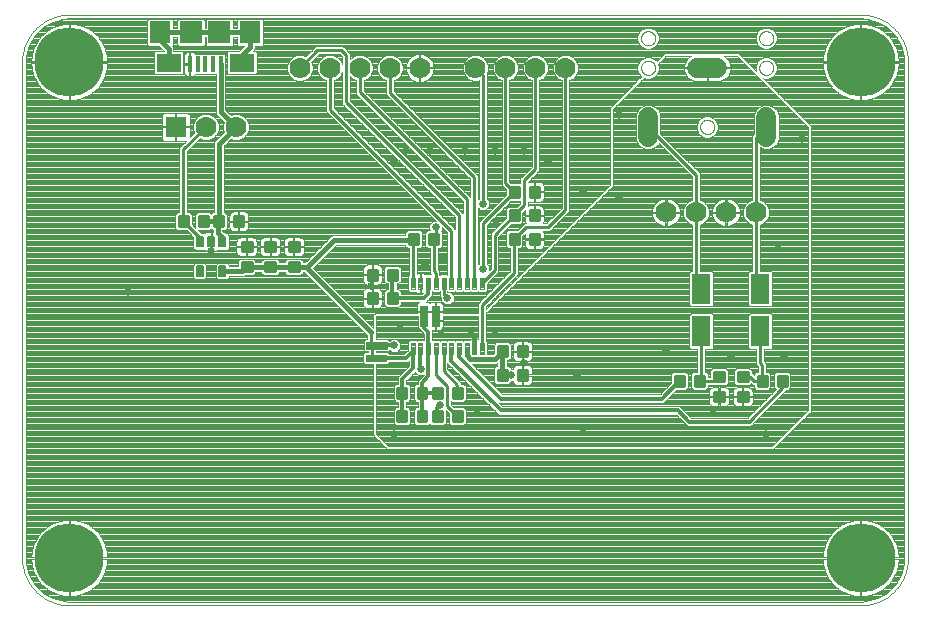
<source format=gtl>
G75*
%MOIN*%
%OFA0B0*%
%FSLAX25Y25*%
%IPPOS*%
%LPD*%
%AMOC8*
5,1,8,0,0,1.08239X$1,22.5*
%
%ADD10C,0.00000*%
%ADD11C,0.00984*%
%ADD12R,0.06299X0.10236*%
%ADD13C,0.23000*%
%ADD14C,0.00240*%
%ADD15C,0.00443*%
%ADD16C,0.00689*%
%ADD17C,0.07000*%
%ADD18R,0.01575X0.05315*%
%ADD19R,0.08268X0.06299*%
%ADD20R,0.07087X0.07480*%
%ADD21R,0.07480X0.07480*%
%ADD22R,0.07000X0.07000*%
%ADD23C,0.06600*%
%ADD24C,0.01200*%
%ADD25C,0.01000*%
%ADD26C,0.01600*%
%ADD27C,0.02578*%
%ADD28C,0.00400*%
D10*
X0023458Y0024622D02*
X0023458Y0189976D01*
X0023463Y0190357D01*
X0023476Y0190737D01*
X0023499Y0191117D01*
X0023532Y0191496D01*
X0023573Y0191874D01*
X0023623Y0192251D01*
X0023683Y0192627D01*
X0023751Y0193002D01*
X0023829Y0193374D01*
X0023916Y0193745D01*
X0024011Y0194113D01*
X0024116Y0194479D01*
X0024229Y0194842D01*
X0024351Y0195203D01*
X0024481Y0195560D01*
X0024621Y0195914D01*
X0024768Y0196265D01*
X0024925Y0196612D01*
X0025089Y0196955D01*
X0025262Y0197294D01*
X0025443Y0197629D01*
X0025632Y0197960D01*
X0025829Y0198285D01*
X0026033Y0198606D01*
X0026246Y0198922D01*
X0026466Y0199232D01*
X0026693Y0199538D01*
X0026928Y0199837D01*
X0027170Y0200131D01*
X0027418Y0200419D01*
X0027674Y0200701D01*
X0027937Y0200976D01*
X0028206Y0201245D01*
X0028481Y0201508D01*
X0028763Y0201764D01*
X0029051Y0202012D01*
X0029345Y0202254D01*
X0029644Y0202489D01*
X0029950Y0202716D01*
X0030260Y0202936D01*
X0030576Y0203149D01*
X0030897Y0203353D01*
X0031222Y0203550D01*
X0031553Y0203739D01*
X0031888Y0203920D01*
X0032227Y0204093D01*
X0032570Y0204257D01*
X0032917Y0204414D01*
X0033268Y0204561D01*
X0033622Y0204701D01*
X0033979Y0204831D01*
X0034340Y0204953D01*
X0034703Y0205066D01*
X0035069Y0205171D01*
X0035437Y0205266D01*
X0035808Y0205353D01*
X0036180Y0205431D01*
X0036555Y0205499D01*
X0036931Y0205559D01*
X0037308Y0205609D01*
X0037686Y0205650D01*
X0038065Y0205683D01*
X0038445Y0205706D01*
X0038825Y0205719D01*
X0039206Y0205724D01*
X0302985Y0205724D01*
X0303366Y0205719D01*
X0303746Y0205706D01*
X0304126Y0205683D01*
X0304505Y0205650D01*
X0304883Y0205609D01*
X0305260Y0205559D01*
X0305636Y0205499D01*
X0306011Y0205431D01*
X0306383Y0205353D01*
X0306754Y0205266D01*
X0307122Y0205171D01*
X0307488Y0205066D01*
X0307851Y0204953D01*
X0308212Y0204831D01*
X0308569Y0204701D01*
X0308923Y0204561D01*
X0309274Y0204414D01*
X0309621Y0204257D01*
X0309964Y0204093D01*
X0310303Y0203920D01*
X0310638Y0203739D01*
X0310969Y0203550D01*
X0311294Y0203353D01*
X0311615Y0203149D01*
X0311931Y0202936D01*
X0312241Y0202716D01*
X0312547Y0202489D01*
X0312846Y0202254D01*
X0313140Y0202012D01*
X0313428Y0201764D01*
X0313710Y0201508D01*
X0313985Y0201245D01*
X0314254Y0200976D01*
X0314517Y0200701D01*
X0314773Y0200419D01*
X0315021Y0200131D01*
X0315263Y0199837D01*
X0315498Y0199538D01*
X0315725Y0199232D01*
X0315945Y0198922D01*
X0316158Y0198606D01*
X0316362Y0198285D01*
X0316559Y0197960D01*
X0316748Y0197629D01*
X0316929Y0197294D01*
X0317102Y0196955D01*
X0317266Y0196612D01*
X0317423Y0196265D01*
X0317570Y0195914D01*
X0317710Y0195560D01*
X0317840Y0195203D01*
X0317962Y0194842D01*
X0318075Y0194479D01*
X0318180Y0194113D01*
X0318275Y0193745D01*
X0318362Y0193374D01*
X0318440Y0193002D01*
X0318508Y0192627D01*
X0318568Y0192251D01*
X0318618Y0191874D01*
X0318659Y0191496D01*
X0318692Y0191117D01*
X0318715Y0190737D01*
X0318728Y0190357D01*
X0318733Y0189976D01*
X0318733Y0024622D01*
X0318728Y0024241D01*
X0318715Y0023861D01*
X0318692Y0023481D01*
X0318659Y0023102D01*
X0318618Y0022724D01*
X0318568Y0022347D01*
X0318508Y0021971D01*
X0318440Y0021596D01*
X0318362Y0021224D01*
X0318275Y0020853D01*
X0318180Y0020485D01*
X0318075Y0020119D01*
X0317962Y0019756D01*
X0317840Y0019395D01*
X0317710Y0019038D01*
X0317570Y0018684D01*
X0317423Y0018333D01*
X0317266Y0017986D01*
X0317102Y0017643D01*
X0316929Y0017304D01*
X0316748Y0016969D01*
X0316559Y0016638D01*
X0316362Y0016313D01*
X0316158Y0015992D01*
X0315945Y0015676D01*
X0315725Y0015366D01*
X0315498Y0015060D01*
X0315263Y0014761D01*
X0315021Y0014467D01*
X0314773Y0014179D01*
X0314517Y0013897D01*
X0314254Y0013622D01*
X0313985Y0013353D01*
X0313710Y0013090D01*
X0313428Y0012834D01*
X0313140Y0012586D01*
X0312846Y0012344D01*
X0312547Y0012109D01*
X0312241Y0011882D01*
X0311931Y0011662D01*
X0311615Y0011449D01*
X0311294Y0011245D01*
X0310969Y0011048D01*
X0310638Y0010859D01*
X0310303Y0010678D01*
X0309964Y0010505D01*
X0309621Y0010341D01*
X0309274Y0010184D01*
X0308923Y0010037D01*
X0308569Y0009897D01*
X0308212Y0009767D01*
X0307851Y0009645D01*
X0307488Y0009532D01*
X0307122Y0009427D01*
X0306754Y0009332D01*
X0306383Y0009245D01*
X0306011Y0009167D01*
X0305636Y0009099D01*
X0305260Y0009039D01*
X0304883Y0008989D01*
X0304505Y0008948D01*
X0304126Y0008915D01*
X0303746Y0008892D01*
X0303366Y0008879D01*
X0302985Y0008874D01*
X0039206Y0008874D01*
X0038825Y0008879D01*
X0038445Y0008892D01*
X0038065Y0008915D01*
X0037686Y0008948D01*
X0037308Y0008989D01*
X0036931Y0009039D01*
X0036555Y0009099D01*
X0036180Y0009167D01*
X0035808Y0009245D01*
X0035437Y0009332D01*
X0035069Y0009427D01*
X0034703Y0009532D01*
X0034340Y0009645D01*
X0033979Y0009767D01*
X0033622Y0009897D01*
X0033268Y0010037D01*
X0032917Y0010184D01*
X0032570Y0010341D01*
X0032227Y0010505D01*
X0031888Y0010678D01*
X0031553Y0010859D01*
X0031222Y0011048D01*
X0030897Y0011245D01*
X0030576Y0011449D01*
X0030260Y0011662D01*
X0029950Y0011882D01*
X0029644Y0012109D01*
X0029345Y0012344D01*
X0029051Y0012586D01*
X0028763Y0012834D01*
X0028481Y0013090D01*
X0028206Y0013353D01*
X0027937Y0013622D01*
X0027674Y0013897D01*
X0027418Y0014179D01*
X0027170Y0014467D01*
X0026928Y0014761D01*
X0026693Y0015060D01*
X0026466Y0015366D01*
X0026246Y0015676D01*
X0026033Y0015992D01*
X0025829Y0016313D01*
X0025632Y0016638D01*
X0025443Y0016969D01*
X0025262Y0017304D01*
X0025089Y0017643D01*
X0024925Y0017986D01*
X0024768Y0018333D01*
X0024621Y0018684D01*
X0024481Y0019038D01*
X0024351Y0019395D01*
X0024229Y0019756D01*
X0024116Y0020119D01*
X0024011Y0020485D01*
X0023916Y0020853D01*
X0023829Y0021224D01*
X0023751Y0021596D01*
X0023683Y0021971D01*
X0023623Y0022347D01*
X0023573Y0022724D01*
X0023532Y0023102D01*
X0023499Y0023481D01*
X0023476Y0023861D01*
X0023463Y0024241D01*
X0023458Y0024622D01*
X0249442Y0168323D02*
X0249444Y0168420D01*
X0249450Y0168517D01*
X0249460Y0168613D01*
X0249474Y0168709D01*
X0249492Y0168805D01*
X0249513Y0168899D01*
X0249539Y0168993D01*
X0249568Y0169085D01*
X0249602Y0169176D01*
X0249638Y0169266D01*
X0249679Y0169354D01*
X0249723Y0169440D01*
X0249771Y0169525D01*
X0249822Y0169607D01*
X0249876Y0169688D01*
X0249934Y0169766D01*
X0249995Y0169841D01*
X0250058Y0169914D01*
X0250125Y0169985D01*
X0250195Y0170052D01*
X0250267Y0170117D01*
X0250342Y0170178D01*
X0250420Y0170237D01*
X0250499Y0170292D01*
X0250581Y0170344D01*
X0250665Y0170392D01*
X0250751Y0170437D01*
X0250839Y0170479D01*
X0250928Y0170517D01*
X0251019Y0170551D01*
X0251111Y0170581D01*
X0251204Y0170608D01*
X0251299Y0170630D01*
X0251394Y0170649D01*
X0251490Y0170664D01*
X0251586Y0170675D01*
X0251683Y0170682D01*
X0251780Y0170685D01*
X0251877Y0170684D01*
X0251974Y0170679D01*
X0252070Y0170670D01*
X0252166Y0170657D01*
X0252262Y0170640D01*
X0252357Y0170619D01*
X0252450Y0170595D01*
X0252543Y0170566D01*
X0252635Y0170534D01*
X0252725Y0170498D01*
X0252813Y0170459D01*
X0252900Y0170415D01*
X0252985Y0170369D01*
X0253068Y0170318D01*
X0253149Y0170265D01*
X0253227Y0170208D01*
X0253304Y0170148D01*
X0253377Y0170085D01*
X0253448Y0170019D01*
X0253516Y0169950D01*
X0253582Y0169878D01*
X0253644Y0169804D01*
X0253703Y0169727D01*
X0253759Y0169648D01*
X0253812Y0169566D01*
X0253862Y0169483D01*
X0253907Y0169397D01*
X0253950Y0169310D01*
X0253989Y0169221D01*
X0254024Y0169131D01*
X0254055Y0169039D01*
X0254082Y0168946D01*
X0254106Y0168852D01*
X0254126Y0168757D01*
X0254142Y0168661D01*
X0254154Y0168565D01*
X0254162Y0168468D01*
X0254166Y0168371D01*
X0254166Y0168275D01*
X0254162Y0168178D01*
X0254154Y0168081D01*
X0254142Y0167985D01*
X0254126Y0167889D01*
X0254106Y0167794D01*
X0254082Y0167700D01*
X0254055Y0167607D01*
X0254024Y0167515D01*
X0253989Y0167425D01*
X0253950Y0167336D01*
X0253907Y0167249D01*
X0253862Y0167163D01*
X0253812Y0167080D01*
X0253759Y0166998D01*
X0253703Y0166919D01*
X0253644Y0166842D01*
X0253582Y0166768D01*
X0253516Y0166696D01*
X0253448Y0166627D01*
X0253377Y0166561D01*
X0253304Y0166498D01*
X0253227Y0166438D01*
X0253149Y0166381D01*
X0253068Y0166328D01*
X0252985Y0166277D01*
X0252900Y0166231D01*
X0252813Y0166187D01*
X0252725Y0166148D01*
X0252635Y0166112D01*
X0252543Y0166080D01*
X0252450Y0166051D01*
X0252357Y0166027D01*
X0252262Y0166006D01*
X0252166Y0165989D01*
X0252070Y0165976D01*
X0251974Y0165967D01*
X0251877Y0165962D01*
X0251780Y0165961D01*
X0251683Y0165964D01*
X0251586Y0165971D01*
X0251490Y0165982D01*
X0251394Y0165997D01*
X0251299Y0166016D01*
X0251204Y0166038D01*
X0251111Y0166065D01*
X0251019Y0166095D01*
X0250928Y0166129D01*
X0250839Y0166167D01*
X0250751Y0166209D01*
X0250665Y0166254D01*
X0250581Y0166302D01*
X0250499Y0166354D01*
X0250420Y0166409D01*
X0250342Y0166468D01*
X0250267Y0166529D01*
X0250195Y0166594D01*
X0250125Y0166661D01*
X0250058Y0166732D01*
X0249995Y0166805D01*
X0249934Y0166880D01*
X0249876Y0166958D01*
X0249822Y0167039D01*
X0249771Y0167121D01*
X0249723Y0167206D01*
X0249679Y0167292D01*
X0249638Y0167380D01*
X0249602Y0167470D01*
X0249568Y0167561D01*
X0249539Y0167653D01*
X0249513Y0167747D01*
X0249492Y0167841D01*
X0249474Y0167937D01*
X0249460Y0168033D01*
X0249450Y0168129D01*
X0249444Y0168226D01*
X0249442Y0168323D01*
X0229757Y0188008D02*
X0229759Y0188105D01*
X0229765Y0188202D01*
X0229775Y0188298D01*
X0229789Y0188394D01*
X0229807Y0188490D01*
X0229828Y0188584D01*
X0229854Y0188678D01*
X0229883Y0188770D01*
X0229917Y0188861D01*
X0229953Y0188951D01*
X0229994Y0189039D01*
X0230038Y0189125D01*
X0230086Y0189210D01*
X0230137Y0189292D01*
X0230191Y0189373D01*
X0230249Y0189451D01*
X0230310Y0189526D01*
X0230373Y0189599D01*
X0230440Y0189670D01*
X0230510Y0189737D01*
X0230582Y0189802D01*
X0230657Y0189863D01*
X0230735Y0189922D01*
X0230814Y0189977D01*
X0230896Y0190029D01*
X0230980Y0190077D01*
X0231066Y0190122D01*
X0231154Y0190164D01*
X0231243Y0190202D01*
X0231334Y0190236D01*
X0231426Y0190266D01*
X0231519Y0190293D01*
X0231614Y0190315D01*
X0231709Y0190334D01*
X0231805Y0190349D01*
X0231901Y0190360D01*
X0231998Y0190367D01*
X0232095Y0190370D01*
X0232192Y0190369D01*
X0232289Y0190364D01*
X0232385Y0190355D01*
X0232481Y0190342D01*
X0232577Y0190325D01*
X0232672Y0190304D01*
X0232765Y0190280D01*
X0232858Y0190251D01*
X0232950Y0190219D01*
X0233040Y0190183D01*
X0233128Y0190144D01*
X0233215Y0190100D01*
X0233300Y0190054D01*
X0233383Y0190003D01*
X0233464Y0189950D01*
X0233542Y0189893D01*
X0233619Y0189833D01*
X0233692Y0189770D01*
X0233763Y0189704D01*
X0233831Y0189635D01*
X0233897Y0189563D01*
X0233959Y0189489D01*
X0234018Y0189412D01*
X0234074Y0189333D01*
X0234127Y0189251D01*
X0234177Y0189168D01*
X0234222Y0189082D01*
X0234265Y0188995D01*
X0234304Y0188906D01*
X0234339Y0188816D01*
X0234370Y0188724D01*
X0234397Y0188631D01*
X0234421Y0188537D01*
X0234441Y0188442D01*
X0234457Y0188346D01*
X0234469Y0188250D01*
X0234477Y0188153D01*
X0234481Y0188056D01*
X0234481Y0187960D01*
X0234477Y0187863D01*
X0234469Y0187766D01*
X0234457Y0187670D01*
X0234441Y0187574D01*
X0234421Y0187479D01*
X0234397Y0187385D01*
X0234370Y0187292D01*
X0234339Y0187200D01*
X0234304Y0187110D01*
X0234265Y0187021D01*
X0234222Y0186934D01*
X0234177Y0186848D01*
X0234127Y0186765D01*
X0234074Y0186683D01*
X0234018Y0186604D01*
X0233959Y0186527D01*
X0233897Y0186453D01*
X0233831Y0186381D01*
X0233763Y0186312D01*
X0233692Y0186246D01*
X0233619Y0186183D01*
X0233542Y0186123D01*
X0233464Y0186066D01*
X0233383Y0186013D01*
X0233300Y0185962D01*
X0233215Y0185916D01*
X0233128Y0185872D01*
X0233040Y0185833D01*
X0232950Y0185797D01*
X0232858Y0185765D01*
X0232765Y0185736D01*
X0232672Y0185712D01*
X0232577Y0185691D01*
X0232481Y0185674D01*
X0232385Y0185661D01*
X0232289Y0185652D01*
X0232192Y0185647D01*
X0232095Y0185646D01*
X0231998Y0185649D01*
X0231901Y0185656D01*
X0231805Y0185667D01*
X0231709Y0185682D01*
X0231614Y0185701D01*
X0231519Y0185723D01*
X0231426Y0185750D01*
X0231334Y0185780D01*
X0231243Y0185814D01*
X0231154Y0185852D01*
X0231066Y0185894D01*
X0230980Y0185939D01*
X0230896Y0185987D01*
X0230814Y0186039D01*
X0230735Y0186094D01*
X0230657Y0186153D01*
X0230582Y0186214D01*
X0230510Y0186279D01*
X0230440Y0186346D01*
X0230373Y0186417D01*
X0230310Y0186490D01*
X0230249Y0186565D01*
X0230191Y0186643D01*
X0230137Y0186724D01*
X0230086Y0186806D01*
X0230038Y0186891D01*
X0229994Y0186977D01*
X0229953Y0187065D01*
X0229917Y0187155D01*
X0229883Y0187246D01*
X0229854Y0187338D01*
X0229828Y0187432D01*
X0229807Y0187526D01*
X0229789Y0187622D01*
X0229775Y0187718D01*
X0229765Y0187814D01*
X0229759Y0187911D01*
X0229757Y0188008D01*
X0229757Y0197850D02*
X0229759Y0197947D01*
X0229765Y0198044D01*
X0229775Y0198140D01*
X0229789Y0198236D01*
X0229807Y0198332D01*
X0229828Y0198426D01*
X0229854Y0198520D01*
X0229883Y0198612D01*
X0229917Y0198703D01*
X0229953Y0198793D01*
X0229994Y0198881D01*
X0230038Y0198967D01*
X0230086Y0199052D01*
X0230137Y0199134D01*
X0230191Y0199215D01*
X0230249Y0199293D01*
X0230310Y0199368D01*
X0230373Y0199441D01*
X0230440Y0199512D01*
X0230510Y0199579D01*
X0230582Y0199644D01*
X0230657Y0199705D01*
X0230735Y0199764D01*
X0230814Y0199819D01*
X0230896Y0199871D01*
X0230980Y0199919D01*
X0231066Y0199964D01*
X0231154Y0200006D01*
X0231243Y0200044D01*
X0231334Y0200078D01*
X0231426Y0200108D01*
X0231519Y0200135D01*
X0231614Y0200157D01*
X0231709Y0200176D01*
X0231805Y0200191D01*
X0231901Y0200202D01*
X0231998Y0200209D01*
X0232095Y0200212D01*
X0232192Y0200211D01*
X0232289Y0200206D01*
X0232385Y0200197D01*
X0232481Y0200184D01*
X0232577Y0200167D01*
X0232672Y0200146D01*
X0232765Y0200122D01*
X0232858Y0200093D01*
X0232950Y0200061D01*
X0233040Y0200025D01*
X0233128Y0199986D01*
X0233215Y0199942D01*
X0233300Y0199896D01*
X0233383Y0199845D01*
X0233464Y0199792D01*
X0233542Y0199735D01*
X0233619Y0199675D01*
X0233692Y0199612D01*
X0233763Y0199546D01*
X0233831Y0199477D01*
X0233897Y0199405D01*
X0233959Y0199331D01*
X0234018Y0199254D01*
X0234074Y0199175D01*
X0234127Y0199093D01*
X0234177Y0199010D01*
X0234222Y0198924D01*
X0234265Y0198837D01*
X0234304Y0198748D01*
X0234339Y0198658D01*
X0234370Y0198566D01*
X0234397Y0198473D01*
X0234421Y0198379D01*
X0234441Y0198284D01*
X0234457Y0198188D01*
X0234469Y0198092D01*
X0234477Y0197995D01*
X0234481Y0197898D01*
X0234481Y0197802D01*
X0234477Y0197705D01*
X0234469Y0197608D01*
X0234457Y0197512D01*
X0234441Y0197416D01*
X0234421Y0197321D01*
X0234397Y0197227D01*
X0234370Y0197134D01*
X0234339Y0197042D01*
X0234304Y0196952D01*
X0234265Y0196863D01*
X0234222Y0196776D01*
X0234177Y0196690D01*
X0234127Y0196607D01*
X0234074Y0196525D01*
X0234018Y0196446D01*
X0233959Y0196369D01*
X0233897Y0196295D01*
X0233831Y0196223D01*
X0233763Y0196154D01*
X0233692Y0196088D01*
X0233619Y0196025D01*
X0233542Y0195965D01*
X0233464Y0195908D01*
X0233383Y0195855D01*
X0233300Y0195804D01*
X0233215Y0195758D01*
X0233128Y0195714D01*
X0233040Y0195675D01*
X0232950Y0195639D01*
X0232858Y0195607D01*
X0232765Y0195578D01*
X0232672Y0195554D01*
X0232577Y0195533D01*
X0232481Y0195516D01*
X0232385Y0195503D01*
X0232289Y0195494D01*
X0232192Y0195489D01*
X0232095Y0195488D01*
X0231998Y0195491D01*
X0231901Y0195498D01*
X0231805Y0195509D01*
X0231709Y0195524D01*
X0231614Y0195543D01*
X0231519Y0195565D01*
X0231426Y0195592D01*
X0231334Y0195622D01*
X0231243Y0195656D01*
X0231154Y0195694D01*
X0231066Y0195736D01*
X0230980Y0195781D01*
X0230896Y0195829D01*
X0230814Y0195881D01*
X0230735Y0195936D01*
X0230657Y0195995D01*
X0230582Y0196056D01*
X0230510Y0196121D01*
X0230440Y0196188D01*
X0230373Y0196259D01*
X0230310Y0196332D01*
X0230249Y0196407D01*
X0230191Y0196485D01*
X0230137Y0196566D01*
X0230086Y0196648D01*
X0230038Y0196733D01*
X0229994Y0196819D01*
X0229953Y0196907D01*
X0229917Y0196997D01*
X0229883Y0197088D01*
X0229854Y0197180D01*
X0229828Y0197274D01*
X0229807Y0197368D01*
X0229789Y0197464D01*
X0229775Y0197560D01*
X0229765Y0197656D01*
X0229759Y0197753D01*
X0229757Y0197850D01*
X0269127Y0197850D02*
X0269129Y0197947D01*
X0269135Y0198044D01*
X0269145Y0198140D01*
X0269159Y0198236D01*
X0269177Y0198332D01*
X0269198Y0198426D01*
X0269224Y0198520D01*
X0269253Y0198612D01*
X0269287Y0198703D01*
X0269323Y0198793D01*
X0269364Y0198881D01*
X0269408Y0198967D01*
X0269456Y0199052D01*
X0269507Y0199134D01*
X0269561Y0199215D01*
X0269619Y0199293D01*
X0269680Y0199368D01*
X0269743Y0199441D01*
X0269810Y0199512D01*
X0269880Y0199579D01*
X0269952Y0199644D01*
X0270027Y0199705D01*
X0270105Y0199764D01*
X0270184Y0199819D01*
X0270266Y0199871D01*
X0270350Y0199919D01*
X0270436Y0199964D01*
X0270524Y0200006D01*
X0270613Y0200044D01*
X0270704Y0200078D01*
X0270796Y0200108D01*
X0270889Y0200135D01*
X0270984Y0200157D01*
X0271079Y0200176D01*
X0271175Y0200191D01*
X0271271Y0200202D01*
X0271368Y0200209D01*
X0271465Y0200212D01*
X0271562Y0200211D01*
X0271659Y0200206D01*
X0271755Y0200197D01*
X0271851Y0200184D01*
X0271947Y0200167D01*
X0272042Y0200146D01*
X0272135Y0200122D01*
X0272228Y0200093D01*
X0272320Y0200061D01*
X0272410Y0200025D01*
X0272498Y0199986D01*
X0272585Y0199942D01*
X0272670Y0199896D01*
X0272753Y0199845D01*
X0272834Y0199792D01*
X0272912Y0199735D01*
X0272989Y0199675D01*
X0273062Y0199612D01*
X0273133Y0199546D01*
X0273201Y0199477D01*
X0273267Y0199405D01*
X0273329Y0199331D01*
X0273388Y0199254D01*
X0273444Y0199175D01*
X0273497Y0199093D01*
X0273547Y0199010D01*
X0273592Y0198924D01*
X0273635Y0198837D01*
X0273674Y0198748D01*
X0273709Y0198658D01*
X0273740Y0198566D01*
X0273767Y0198473D01*
X0273791Y0198379D01*
X0273811Y0198284D01*
X0273827Y0198188D01*
X0273839Y0198092D01*
X0273847Y0197995D01*
X0273851Y0197898D01*
X0273851Y0197802D01*
X0273847Y0197705D01*
X0273839Y0197608D01*
X0273827Y0197512D01*
X0273811Y0197416D01*
X0273791Y0197321D01*
X0273767Y0197227D01*
X0273740Y0197134D01*
X0273709Y0197042D01*
X0273674Y0196952D01*
X0273635Y0196863D01*
X0273592Y0196776D01*
X0273547Y0196690D01*
X0273497Y0196607D01*
X0273444Y0196525D01*
X0273388Y0196446D01*
X0273329Y0196369D01*
X0273267Y0196295D01*
X0273201Y0196223D01*
X0273133Y0196154D01*
X0273062Y0196088D01*
X0272989Y0196025D01*
X0272912Y0195965D01*
X0272834Y0195908D01*
X0272753Y0195855D01*
X0272670Y0195804D01*
X0272585Y0195758D01*
X0272498Y0195714D01*
X0272410Y0195675D01*
X0272320Y0195639D01*
X0272228Y0195607D01*
X0272135Y0195578D01*
X0272042Y0195554D01*
X0271947Y0195533D01*
X0271851Y0195516D01*
X0271755Y0195503D01*
X0271659Y0195494D01*
X0271562Y0195489D01*
X0271465Y0195488D01*
X0271368Y0195491D01*
X0271271Y0195498D01*
X0271175Y0195509D01*
X0271079Y0195524D01*
X0270984Y0195543D01*
X0270889Y0195565D01*
X0270796Y0195592D01*
X0270704Y0195622D01*
X0270613Y0195656D01*
X0270524Y0195694D01*
X0270436Y0195736D01*
X0270350Y0195781D01*
X0270266Y0195829D01*
X0270184Y0195881D01*
X0270105Y0195936D01*
X0270027Y0195995D01*
X0269952Y0196056D01*
X0269880Y0196121D01*
X0269810Y0196188D01*
X0269743Y0196259D01*
X0269680Y0196332D01*
X0269619Y0196407D01*
X0269561Y0196485D01*
X0269507Y0196566D01*
X0269456Y0196648D01*
X0269408Y0196733D01*
X0269364Y0196819D01*
X0269323Y0196907D01*
X0269287Y0196997D01*
X0269253Y0197088D01*
X0269224Y0197180D01*
X0269198Y0197274D01*
X0269177Y0197368D01*
X0269159Y0197464D01*
X0269145Y0197560D01*
X0269135Y0197656D01*
X0269129Y0197753D01*
X0269127Y0197850D01*
X0269127Y0188008D02*
X0269129Y0188105D01*
X0269135Y0188202D01*
X0269145Y0188298D01*
X0269159Y0188394D01*
X0269177Y0188490D01*
X0269198Y0188584D01*
X0269224Y0188678D01*
X0269253Y0188770D01*
X0269287Y0188861D01*
X0269323Y0188951D01*
X0269364Y0189039D01*
X0269408Y0189125D01*
X0269456Y0189210D01*
X0269507Y0189292D01*
X0269561Y0189373D01*
X0269619Y0189451D01*
X0269680Y0189526D01*
X0269743Y0189599D01*
X0269810Y0189670D01*
X0269880Y0189737D01*
X0269952Y0189802D01*
X0270027Y0189863D01*
X0270105Y0189922D01*
X0270184Y0189977D01*
X0270266Y0190029D01*
X0270350Y0190077D01*
X0270436Y0190122D01*
X0270524Y0190164D01*
X0270613Y0190202D01*
X0270704Y0190236D01*
X0270796Y0190266D01*
X0270889Y0190293D01*
X0270984Y0190315D01*
X0271079Y0190334D01*
X0271175Y0190349D01*
X0271271Y0190360D01*
X0271368Y0190367D01*
X0271465Y0190370D01*
X0271562Y0190369D01*
X0271659Y0190364D01*
X0271755Y0190355D01*
X0271851Y0190342D01*
X0271947Y0190325D01*
X0272042Y0190304D01*
X0272135Y0190280D01*
X0272228Y0190251D01*
X0272320Y0190219D01*
X0272410Y0190183D01*
X0272498Y0190144D01*
X0272585Y0190100D01*
X0272670Y0190054D01*
X0272753Y0190003D01*
X0272834Y0189950D01*
X0272912Y0189893D01*
X0272989Y0189833D01*
X0273062Y0189770D01*
X0273133Y0189704D01*
X0273201Y0189635D01*
X0273267Y0189563D01*
X0273329Y0189489D01*
X0273388Y0189412D01*
X0273444Y0189333D01*
X0273497Y0189251D01*
X0273547Y0189168D01*
X0273592Y0189082D01*
X0273635Y0188995D01*
X0273674Y0188906D01*
X0273709Y0188816D01*
X0273740Y0188724D01*
X0273767Y0188631D01*
X0273791Y0188537D01*
X0273811Y0188442D01*
X0273827Y0188346D01*
X0273839Y0188250D01*
X0273847Y0188153D01*
X0273851Y0188056D01*
X0273851Y0187960D01*
X0273847Y0187863D01*
X0273839Y0187766D01*
X0273827Y0187670D01*
X0273811Y0187574D01*
X0273791Y0187479D01*
X0273767Y0187385D01*
X0273740Y0187292D01*
X0273709Y0187200D01*
X0273674Y0187110D01*
X0273635Y0187021D01*
X0273592Y0186934D01*
X0273547Y0186848D01*
X0273497Y0186765D01*
X0273444Y0186683D01*
X0273388Y0186604D01*
X0273329Y0186527D01*
X0273267Y0186453D01*
X0273201Y0186381D01*
X0273133Y0186312D01*
X0273062Y0186246D01*
X0272989Y0186183D01*
X0272912Y0186123D01*
X0272834Y0186066D01*
X0272753Y0186013D01*
X0272670Y0185962D01*
X0272585Y0185916D01*
X0272498Y0185872D01*
X0272410Y0185833D01*
X0272320Y0185797D01*
X0272228Y0185765D01*
X0272135Y0185736D01*
X0272042Y0185712D01*
X0271947Y0185691D01*
X0271851Y0185674D01*
X0271755Y0185661D01*
X0271659Y0185652D01*
X0271562Y0185647D01*
X0271465Y0185646D01*
X0271368Y0185649D01*
X0271271Y0185656D01*
X0271175Y0185667D01*
X0271079Y0185682D01*
X0270984Y0185701D01*
X0270889Y0185723D01*
X0270796Y0185750D01*
X0270704Y0185780D01*
X0270613Y0185814D01*
X0270524Y0185852D01*
X0270436Y0185894D01*
X0270350Y0185939D01*
X0270266Y0185987D01*
X0270184Y0186039D01*
X0270105Y0186094D01*
X0270027Y0186153D01*
X0269952Y0186214D01*
X0269880Y0186279D01*
X0269810Y0186346D01*
X0269743Y0186417D01*
X0269680Y0186490D01*
X0269619Y0186565D01*
X0269561Y0186643D01*
X0269507Y0186724D01*
X0269456Y0186806D01*
X0269408Y0186891D01*
X0269364Y0186977D01*
X0269323Y0187065D01*
X0269287Y0187155D01*
X0269253Y0187246D01*
X0269224Y0187338D01*
X0269198Y0187432D01*
X0269177Y0187526D01*
X0269159Y0187622D01*
X0269145Y0187718D01*
X0269135Y0187814D01*
X0269129Y0187911D01*
X0269127Y0188008D01*
D11*
X0195603Y0148342D02*
X0192651Y0148342D01*
X0195603Y0148342D02*
X0195603Y0144996D01*
X0192651Y0144996D01*
X0192651Y0148342D01*
X0192651Y0145931D02*
X0195603Y0145931D01*
X0195603Y0146866D02*
X0192651Y0146866D01*
X0192651Y0147801D02*
X0195603Y0147801D01*
X0188910Y0148342D02*
X0185958Y0148342D01*
X0188910Y0148342D02*
X0188910Y0144996D01*
X0185958Y0144996D01*
X0185958Y0148342D01*
X0185958Y0145931D02*
X0188910Y0145931D01*
X0188910Y0146866D02*
X0185958Y0146866D01*
X0185958Y0147801D02*
X0188910Y0147801D01*
X0188910Y0140468D02*
X0185958Y0140468D01*
X0188910Y0140468D02*
X0188910Y0137122D01*
X0185958Y0137122D01*
X0185958Y0140468D01*
X0185958Y0138057D02*
X0188910Y0138057D01*
X0188910Y0138992D02*
X0185958Y0138992D01*
X0185958Y0139927D02*
X0188910Y0139927D01*
X0192651Y0140468D02*
X0195603Y0140468D01*
X0195603Y0137122D01*
X0192651Y0137122D01*
X0192651Y0140468D01*
X0192651Y0138057D02*
X0195603Y0138057D01*
X0195603Y0138992D02*
X0192651Y0138992D01*
X0192651Y0139927D02*
X0195603Y0139927D01*
X0195603Y0132594D02*
X0192651Y0132594D01*
X0195603Y0132594D02*
X0195603Y0129248D01*
X0192651Y0129248D01*
X0192651Y0132594D01*
X0192651Y0130183D02*
X0195603Y0130183D01*
X0195603Y0131118D02*
X0192651Y0131118D01*
X0192651Y0132053D02*
X0195603Y0132053D01*
X0188910Y0132594D02*
X0185958Y0132594D01*
X0188910Y0132594D02*
X0188910Y0129248D01*
X0185958Y0129248D01*
X0185958Y0132594D01*
X0185958Y0130183D02*
X0188910Y0130183D01*
X0188910Y0131118D02*
X0185958Y0131118D01*
X0185958Y0132053D02*
X0188910Y0132053D01*
X0162139Y0132594D02*
X0159187Y0132594D01*
X0162139Y0132594D02*
X0162139Y0129248D01*
X0159187Y0129248D01*
X0159187Y0132594D01*
X0159187Y0130183D02*
X0162139Y0130183D01*
X0162139Y0131118D02*
X0159187Y0131118D01*
X0159187Y0132053D02*
X0162139Y0132053D01*
X0155446Y0132594D02*
X0152494Y0132594D01*
X0155446Y0132594D02*
X0155446Y0129248D01*
X0152494Y0129248D01*
X0152494Y0132594D01*
X0152494Y0130183D02*
X0155446Y0130183D01*
X0155446Y0131118D02*
X0152494Y0131118D01*
X0152494Y0132053D02*
X0155446Y0132053D01*
X0148359Y0120783D02*
X0145407Y0120783D01*
X0148359Y0120783D02*
X0148359Y0117437D01*
X0145407Y0117437D01*
X0145407Y0120783D01*
X0145407Y0118372D02*
X0148359Y0118372D01*
X0148359Y0119307D02*
X0145407Y0119307D01*
X0145407Y0120242D02*
X0148359Y0120242D01*
X0141666Y0120783D02*
X0138714Y0120783D01*
X0141666Y0120783D02*
X0141666Y0117437D01*
X0138714Y0117437D01*
X0138714Y0120783D01*
X0138714Y0118372D02*
X0141666Y0118372D01*
X0141666Y0119307D02*
X0138714Y0119307D01*
X0138714Y0120242D02*
X0141666Y0120242D01*
X0141666Y0112909D02*
X0138714Y0112909D01*
X0141666Y0112909D02*
X0141666Y0109563D01*
X0138714Y0109563D01*
X0138714Y0112909D01*
X0138714Y0110498D02*
X0141666Y0110498D01*
X0141666Y0111433D02*
X0138714Y0111433D01*
X0138714Y0112368D02*
X0141666Y0112368D01*
X0145407Y0112909D02*
X0148359Y0112909D01*
X0148359Y0109563D01*
X0145407Y0109563D01*
X0145407Y0112909D01*
X0145407Y0110498D02*
X0148359Y0110498D01*
X0148359Y0111433D02*
X0145407Y0111433D01*
X0145407Y0112368D02*
X0148359Y0112368D01*
X0115682Y0120193D02*
X0115682Y0123145D01*
X0115682Y0120193D02*
X0112336Y0120193D01*
X0112336Y0123145D01*
X0115682Y0123145D01*
X0115682Y0121128D02*
X0112336Y0121128D01*
X0112336Y0122063D02*
X0115682Y0122063D01*
X0115682Y0122998D02*
X0112336Y0122998D01*
X0115682Y0126886D02*
X0115682Y0129838D01*
X0115682Y0126886D02*
X0112336Y0126886D01*
X0112336Y0129838D01*
X0115682Y0129838D01*
X0115682Y0127821D02*
X0112336Y0127821D01*
X0112336Y0128756D02*
X0115682Y0128756D01*
X0115682Y0129691D02*
X0112336Y0129691D01*
X0107808Y0129838D02*
X0107808Y0126886D01*
X0104462Y0126886D01*
X0104462Y0129838D01*
X0107808Y0129838D01*
X0107808Y0127821D02*
X0104462Y0127821D01*
X0104462Y0128756D02*
X0107808Y0128756D01*
X0107808Y0129691D02*
X0104462Y0129691D01*
X0099934Y0129838D02*
X0099934Y0126886D01*
X0096588Y0126886D01*
X0096588Y0129838D01*
X0099934Y0129838D01*
X0099934Y0127821D02*
X0096588Y0127821D01*
X0096588Y0128756D02*
X0099934Y0128756D01*
X0099934Y0129691D02*
X0096588Y0129691D01*
X0097178Y0135154D02*
X0094226Y0135154D01*
X0094226Y0138500D01*
X0097178Y0138500D01*
X0097178Y0135154D01*
X0097178Y0136089D02*
X0094226Y0136089D01*
X0094226Y0137024D02*
X0097178Y0137024D01*
X0097178Y0137959D02*
X0094226Y0137959D01*
X0090485Y0135154D02*
X0087533Y0135154D01*
X0087533Y0138500D01*
X0090485Y0138500D01*
X0090485Y0135154D01*
X0090485Y0136089D02*
X0087533Y0136089D01*
X0087533Y0137024D02*
X0090485Y0137024D01*
X0090485Y0137959D02*
X0087533Y0137959D01*
X0085367Y0135154D02*
X0082415Y0135154D01*
X0082415Y0138500D01*
X0085367Y0138500D01*
X0085367Y0135154D01*
X0085367Y0136089D02*
X0082415Y0136089D01*
X0082415Y0137024D02*
X0085367Y0137024D01*
X0085367Y0137959D02*
X0082415Y0137959D01*
X0078674Y0135154D02*
X0075722Y0135154D01*
X0075722Y0138500D01*
X0078674Y0138500D01*
X0078674Y0135154D01*
X0078674Y0136089D02*
X0075722Y0136089D01*
X0075722Y0137024D02*
X0078674Y0137024D01*
X0078674Y0137959D02*
X0075722Y0137959D01*
X0099934Y0123145D02*
X0099934Y0120193D01*
X0096588Y0120193D01*
X0096588Y0123145D01*
X0099934Y0123145D01*
X0099934Y0121128D02*
X0096588Y0121128D01*
X0096588Y0122063D02*
X0099934Y0122063D01*
X0099934Y0122998D02*
X0096588Y0122998D01*
X0107808Y0123145D02*
X0107808Y0120193D01*
X0104462Y0120193D01*
X0104462Y0123145D01*
X0107808Y0123145D01*
X0107808Y0121128D02*
X0104462Y0121128D01*
X0104462Y0122063D02*
X0107808Y0122063D01*
X0107808Y0122998D02*
X0104462Y0122998D01*
X0148557Y0078067D02*
X0151509Y0078067D01*
X0148557Y0078067D02*
X0148557Y0081413D01*
X0151509Y0081413D01*
X0151509Y0078067D01*
X0151509Y0079002D02*
X0148557Y0079002D01*
X0148557Y0079937D02*
X0151509Y0079937D01*
X0151509Y0080872D02*
X0148557Y0080872D01*
X0155250Y0078067D02*
X0158202Y0078067D01*
X0155250Y0078067D02*
X0155250Y0081413D01*
X0158202Y0081413D01*
X0158202Y0078067D01*
X0158202Y0079002D02*
X0155250Y0079002D01*
X0155250Y0079937D02*
X0158202Y0079937D01*
X0158202Y0080872D02*
X0155250Y0080872D01*
X0160368Y0081413D02*
X0163320Y0081413D01*
X0163320Y0078067D01*
X0160368Y0078067D01*
X0160368Y0081413D01*
X0160368Y0079002D02*
X0163320Y0079002D01*
X0163320Y0079937D02*
X0160368Y0079937D01*
X0160368Y0080872D02*
X0163320Y0080872D01*
X0167061Y0081413D02*
X0170013Y0081413D01*
X0170013Y0078067D01*
X0167061Y0078067D01*
X0167061Y0081413D01*
X0167061Y0079002D02*
X0170013Y0079002D01*
X0170013Y0079937D02*
X0167061Y0079937D01*
X0167061Y0080872D02*
X0170013Y0080872D01*
X0170013Y0070193D02*
X0167061Y0070193D01*
X0167061Y0073539D01*
X0170013Y0073539D01*
X0170013Y0070193D01*
X0170013Y0071128D02*
X0167061Y0071128D01*
X0167061Y0072063D02*
X0170013Y0072063D01*
X0170013Y0072998D02*
X0167061Y0072998D01*
X0163320Y0070193D02*
X0160368Y0070193D01*
X0160368Y0073539D01*
X0163320Y0073539D01*
X0163320Y0070193D01*
X0163320Y0071128D02*
X0160368Y0071128D01*
X0160368Y0072063D02*
X0163320Y0072063D01*
X0163320Y0072998D02*
X0160368Y0072998D01*
X0158202Y0070193D02*
X0155250Y0070193D01*
X0155250Y0073539D01*
X0158202Y0073539D01*
X0158202Y0070193D01*
X0158202Y0071128D02*
X0155250Y0071128D01*
X0155250Y0072063D02*
X0158202Y0072063D01*
X0158202Y0072998D02*
X0155250Y0072998D01*
X0151509Y0070193D02*
X0148557Y0070193D01*
X0148557Y0073539D01*
X0151509Y0073539D01*
X0151509Y0070193D01*
X0151509Y0071128D02*
X0148557Y0071128D01*
X0148557Y0072063D02*
X0151509Y0072063D01*
X0151509Y0072998D02*
X0148557Y0072998D01*
X0182021Y0083973D02*
X0184973Y0083973D01*
X0182021Y0083973D02*
X0182021Y0087319D01*
X0184973Y0087319D01*
X0184973Y0083973D01*
X0184973Y0084908D02*
X0182021Y0084908D01*
X0182021Y0085843D02*
X0184973Y0085843D01*
X0184973Y0086778D02*
X0182021Y0086778D01*
X0182021Y0091847D02*
X0184973Y0091847D01*
X0182021Y0091847D02*
X0182021Y0095193D01*
X0184973Y0095193D01*
X0184973Y0091847D01*
X0184973Y0092782D02*
X0182021Y0092782D01*
X0182021Y0093717D02*
X0184973Y0093717D01*
X0184973Y0094652D02*
X0182021Y0094652D01*
X0188714Y0091847D02*
X0191666Y0091847D01*
X0188714Y0091847D02*
X0188714Y0095193D01*
X0191666Y0095193D01*
X0191666Y0091847D01*
X0191666Y0092782D02*
X0188714Y0092782D01*
X0188714Y0093717D02*
X0191666Y0093717D01*
X0191666Y0094652D02*
X0188714Y0094652D01*
X0188714Y0083973D02*
X0191666Y0083973D01*
X0188714Y0083973D02*
X0188714Y0087319D01*
X0191666Y0087319D01*
X0191666Y0083973D01*
X0191666Y0084908D02*
X0188714Y0084908D01*
X0188714Y0085843D02*
X0191666Y0085843D01*
X0191666Y0086778D02*
X0188714Y0086778D01*
X0241076Y0082004D02*
X0244028Y0082004D01*
X0241076Y0082004D02*
X0241076Y0085350D01*
X0244028Y0085350D01*
X0244028Y0082004D01*
X0244028Y0082939D02*
X0241076Y0082939D01*
X0241076Y0083874D02*
X0244028Y0083874D01*
X0244028Y0084809D02*
X0241076Y0084809D01*
X0247769Y0082004D02*
X0250721Y0082004D01*
X0247769Y0082004D02*
X0247769Y0085350D01*
X0250721Y0085350D01*
X0250721Y0082004D01*
X0250721Y0082939D02*
X0247769Y0082939D01*
X0247769Y0083874D02*
X0250721Y0083874D01*
X0250721Y0084809D02*
X0247769Y0084809D01*
X0254068Y0083579D02*
X0254068Y0086531D01*
X0257414Y0086531D01*
X0257414Y0083579D01*
X0254068Y0083579D01*
X0254068Y0084514D02*
X0257414Y0084514D01*
X0257414Y0085449D02*
X0254068Y0085449D01*
X0254068Y0086384D02*
X0257414Y0086384D01*
X0261942Y0086531D02*
X0261942Y0083579D01*
X0261942Y0086531D02*
X0265288Y0086531D01*
X0265288Y0083579D01*
X0261942Y0083579D01*
X0261942Y0084514D02*
X0265288Y0084514D01*
X0265288Y0085449D02*
X0261942Y0085449D01*
X0261942Y0086384D02*
X0265288Y0086384D01*
X0268635Y0085350D02*
X0271587Y0085350D01*
X0271587Y0082004D01*
X0268635Y0082004D01*
X0268635Y0085350D01*
X0268635Y0082939D02*
X0271587Y0082939D01*
X0271587Y0083874D02*
X0268635Y0083874D01*
X0268635Y0084809D02*
X0271587Y0084809D01*
X0275328Y0085350D02*
X0278280Y0085350D01*
X0278280Y0082004D01*
X0275328Y0082004D01*
X0275328Y0085350D01*
X0275328Y0082939D02*
X0278280Y0082939D01*
X0278280Y0083874D02*
X0275328Y0083874D01*
X0275328Y0084809D02*
X0278280Y0084809D01*
X0261942Y0079838D02*
X0261942Y0076886D01*
X0261942Y0079838D02*
X0265288Y0079838D01*
X0265288Y0076886D01*
X0261942Y0076886D01*
X0261942Y0077821D02*
X0265288Y0077821D01*
X0265288Y0078756D02*
X0261942Y0078756D01*
X0261942Y0079691D02*
X0265288Y0079691D01*
X0254068Y0079838D02*
X0254068Y0076886D01*
X0254068Y0079838D02*
X0257414Y0079838D01*
X0257414Y0076886D01*
X0254068Y0076886D01*
X0254068Y0077821D02*
X0257414Y0077821D01*
X0257414Y0078756D02*
X0254068Y0078756D01*
X0254068Y0079691D02*
X0257414Y0079691D01*
D12*
X0249836Y0100213D03*
X0269521Y0100213D03*
X0269521Y0114386D03*
X0249836Y0114386D03*
D13*
X0302985Y0189976D03*
X0302985Y0024622D03*
X0039206Y0024622D03*
X0039206Y0189976D03*
D14*
X0156236Y0108679D02*
X0156236Y0104983D01*
X0156236Y0108679D02*
X0158396Y0108679D01*
X0158396Y0104983D01*
X0156236Y0104983D01*
X0156236Y0105211D02*
X0158396Y0105211D01*
X0158396Y0105439D02*
X0156236Y0105439D01*
X0156236Y0105667D02*
X0158396Y0105667D01*
X0158396Y0105895D02*
X0156236Y0105895D01*
X0156236Y0106123D02*
X0158396Y0106123D01*
X0158396Y0106351D02*
X0156236Y0106351D01*
X0156236Y0106579D02*
X0158396Y0106579D01*
X0158396Y0106807D02*
X0156236Y0106807D01*
X0156236Y0107035D02*
X0158396Y0107035D01*
X0158396Y0107263D02*
X0156236Y0107263D01*
X0156236Y0107491D02*
X0158396Y0107491D01*
X0158396Y0107719D02*
X0156236Y0107719D01*
X0156236Y0107947D02*
X0158396Y0107947D01*
X0158396Y0108175D02*
X0156236Y0108175D01*
X0156236Y0108403D02*
X0158396Y0108403D01*
X0158396Y0108631D02*
X0156236Y0108631D01*
X0156236Y0105679D02*
X0156236Y0101983D01*
X0156236Y0105679D02*
X0158396Y0105679D01*
X0158396Y0101983D01*
X0156236Y0101983D01*
X0156236Y0102211D02*
X0158396Y0102211D01*
X0158396Y0102439D02*
X0156236Y0102439D01*
X0156236Y0102667D02*
X0158396Y0102667D01*
X0158396Y0102895D02*
X0156236Y0102895D01*
X0156236Y0103123D02*
X0158396Y0103123D01*
X0158396Y0103351D02*
X0156236Y0103351D01*
X0156236Y0103579D02*
X0158396Y0103579D01*
X0158396Y0103807D02*
X0156236Y0103807D01*
X0156236Y0104035D02*
X0158396Y0104035D01*
X0158396Y0104263D02*
X0156236Y0104263D01*
X0156236Y0104491D02*
X0158396Y0104491D01*
X0158396Y0104719D02*
X0156236Y0104719D01*
X0156236Y0104947D02*
X0158396Y0104947D01*
X0158396Y0105175D02*
X0156236Y0105175D01*
X0156236Y0105403D02*
X0158396Y0105403D01*
X0158396Y0105631D02*
X0156236Y0105631D01*
X0160173Y0104983D02*
X0160173Y0108679D01*
X0162333Y0108679D01*
X0162333Y0104983D01*
X0160173Y0104983D01*
X0160173Y0105211D02*
X0162333Y0105211D01*
X0162333Y0105439D02*
X0160173Y0105439D01*
X0160173Y0105667D02*
X0162333Y0105667D01*
X0162333Y0105895D02*
X0160173Y0105895D01*
X0160173Y0106123D02*
X0162333Y0106123D01*
X0162333Y0106351D02*
X0160173Y0106351D01*
X0160173Y0106579D02*
X0162333Y0106579D01*
X0162333Y0106807D02*
X0160173Y0106807D01*
X0160173Y0107035D02*
X0162333Y0107035D01*
X0162333Y0107263D02*
X0160173Y0107263D01*
X0160173Y0107491D02*
X0162333Y0107491D01*
X0162333Y0107719D02*
X0160173Y0107719D01*
X0160173Y0107947D02*
X0162333Y0107947D01*
X0162333Y0108175D02*
X0160173Y0108175D01*
X0160173Y0108403D02*
X0162333Y0108403D01*
X0162333Y0108631D02*
X0160173Y0108631D01*
X0160173Y0105679D02*
X0160173Y0101983D01*
X0160173Y0105679D02*
X0162333Y0105679D01*
X0162333Y0101983D01*
X0160173Y0101983D01*
X0160173Y0102211D02*
X0162333Y0102211D01*
X0162333Y0102439D02*
X0160173Y0102439D01*
X0160173Y0102667D02*
X0162333Y0102667D01*
X0162333Y0102895D02*
X0160173Y0102895D01*
X0160173Y0103123D02*
X0162333Y0103123D01*
X0162333Y0103351D02*
X0160173Y0103351D01*
X0160173Y0103579D02*
X0162333Y0103579D01*
X0162333Y0103807D02*
X0160173Y0103807D01*
X0160173Y0104035D02*
X0162333Y0104035D01*
X0162333Y0104263D02*
X0160173Y0104263D01*
X0160173Y0104491D02*
X0162333Y0104491D01*
X0162333Y0104719D02*
X0160173Y0104719D01*
X0160173Y0104947D02*
X0162333Y0104947D01*
X0162333Y0105175D02*
X0160173Y0105175D01*
X0160173Y0105403D02*
X0162333Y0105403D01*
X0162333Y0105631D02*
X0160173Y0105631D01*
X0144916Y0094408D02*
X0141220Y0094408D01*
X0141220Y0096568D01*
X0144916Y0096568D01*
X0144916Y0094408D01*
X0144916Y0094636D02*
X0141220Y0094636D01*
X0141220Y0094864D02*
X0144916Y0094864D01*
X0144916Y0095092D02*
X0141220Y0095092D01*
X0141220Y0095320D02*
X0144916Y0095320D01*
X0144916Y0095548D02*
X0141220Y0095548D01*
X0141220Y0095776D02*
X0144916Y0095776D01*
X0144916Y0096004D02*
X0141220Y0096004D01*
X0141220Y0096232D02*
X0144916Y0096232D01*
X0144916Y0096460D02*
X0141220Y0096460D01*
X0141916Y0094408D02*
X0138220Y0094408D01*
X0138220Y0096568D01*
X0141916Y0096568D01*
X0141916Y0094408D01*
X0141916Y0094636D02*
X0138220Y0094636D01*
X0138220Y0094864D02*
X0141916Y0094864D01*
X0141916Y0095092D02*
X0138220Y0095092D01*
X0138220Y0095320D02*
X0141916Y0095320D01*
X0141916Y0095548D02*
X0138220Y0095548D01*
X0138220Y0095776D02*
X0141916Y0095776D01*
X0141916Y0096004D02*
X0138220Y0096004D01*
X0138220Y0096232D02*
X0141916Y0096232D01*
X0141916Y0096460D02*
X0138220Y0096460D01*
X0138102Y0090156D02*
X0141798Y0090156D01*
X0138102Y0090156D02*
X0138102Y0092316D01*
X0141798Y0092316D01*
X0141798Y0090156D01*
X0141798Y0090384D02*
X0138102Y0090384D01*
X0138102Y0090612D02*
X0141798Y0090612D01*
X0141798Y0090840D02*
X0138102Y0090840D01*
X0138102Y0091068D02*
X0141798Y0091068D01*
X0141798Y0091296D02*
X0138102Y0091296D01*
X0138102Y0091524D02*
X0141798Y0091524D01*
X0141798Y0091752D02*
X0138102Y0091752D01*
X0138102Y0091980D02*
X0141798Y0091980D01*
X0141798Y0092208D02*
X0138102Y0092208D01*
X0141102Y0090156D02*
X0144798Y0090156D01*
X0141102Y0090156D02*
X0141102Y0092316D01*
X0144798Y0092316D01*
X0144798Y0090156D01*
X0144798Y0090384D02*
X0141102Y0090384D01*
X0141102Y0090612D02*
X0144798Y0090612D01*
X0144798Y0090840D02*
X0141102Y0090840D01*
X0141102Y0091068D02*
X0144798Y0091068D01*
X0144798Y0091296D02*
X0141102Y0091296D01*
X0141102Y0091524D02*
X0144798Y0091524D01*
X0144798Y0091752D02*
X0141102Y0091752D01*
X0141102Y0091980D02*
X0144798Y0091980D01*
X0144798Y0092208D02*
X0141102Y0092208D01*
D15*
X0153009Y0092560D02*
X0154339Y0092560D01*
X0153009Y0092560D02*
X0153009Y0096252D01*
X0154339Y0096252D01*
X0154339Y0092560D01*
X0154339Y0092981D02*
X0153009Y0092981D01*
X0153009Y0093402D02*
X0154339Y0093402D01*
X0154339Y0093823D02*
X0153009Y0093823D01*
X0153009Y0094244D02*
X0154339Y0094244D01*
X0154339Y0094665D02*
X0153009Y0094665D01*
X0153009Y0095086D02*
X0154339Y0095086D01*
X0154339Y0095507D02*
X0153009Y0095507D01*
X0153009Y0095928D02*
X0154339Y0095928D01*
X0155568Y0092560D02*
X0156898Y0092560D01*
X0155568Y0092560D02*
X0155568Y0096252D01*
X0156898Y0096252D01*
X0156898Y0092560D01*
X0156898Y0092981D02*
X0155568Y0092981D01*
X0155568Y0093402D02*
X0156898Y0093402D01*
X0156898Y0093823D02*
X0155568Y0093823D01*
X0155568Y0094244D02*
X0156898Y0094244D01*
X0156898Y0094665D02*
X0155568Y0094665D01*
X0155568Y0095086D02*
X0156898Y0095086D01*
X0156898Y0095507D02*
X0155568Y0095507D01*
X0155568Y0095928D02*
X0156898Y0095928D01*
X0158127Y0092560D02*
X0159457Y0092560D01*
X0158127Y0092560D02*
X0158127Y0096252D01*
X0159457Y0096252D01*
X0159457Y0092560D01*
X0159457Y0092981D02*
X0158127Y0092981D01*
X0158127Y0093402D02*
X0159457Y0093402D01*
X0159457Y0093823D02*
X0158127Y0093823D01*
X0158127Y0094244D02*
X0159457Y0094244D01*
X0159457Y0094665D02*
X0158127Y0094665D01*
X0158127Y0095086D02*
X0159457Y0095086D01*
X0159457Y0095507D02*
X0158127Y0095507D01*
X0158127Y0095928D02*
X0159457Y0095928D01*
X0160686Y0092560D02*
X0162016Y0092560D01*
X0160686Y0092560D02*
X0160686Y0096252D01*
X0162016Y0096252D01*
X0162016Y0092560D01*
X0162016Y0092981D02*
X0160686Y0092981D01*
X0160686Y0093402D02*
X0162016Y0093402D01*
X0162016Y0093823D02*
X0160686Y0093823D01*
X0160686Y0094244D02*
X0162016Y0094244D01*
X0162016Y0094665D02*
X0160686Y0094665D01*
X0160686Y0095086D02*
X0162016Y0095086D01*
X0162016Y0095507D02*
X0160686Y0095507D01*
X0160686Y0095928D02*
X0162016Y0095928D01*
X0163246Y0092560D02*
X0164576Y0092560D01*
X0163246Y0092560D02*
X0163246Y0096252D01*
X0164576Y0096252D01*
X0164576Y0092560D01*
X0164576Y0092981D02*
X0163246Y0092981D01*
X0163246Y0093402D02*
X0164576Y0093402D01*
X0164576Y0093823D02*
X0163246Y0093823D01*
X0163246Y0094244D02*
X0164576Y0094244D01*
X0164576Y0094665D02*
X0163246Y0094665D01*
X0163246Y0095086D02*
X0164576Y0095086D01*
X0164576Y0095507D02*
X0163246Y0095507D01*
X0163246Y0095928D02*
X0164576Y0095928D01*
X0165805Y0092560D02*
X0167135Y0092560D01*
X0165805Y0092560D02*
X0165805Y0096252D01*
X0167135Y0096252D01*
X0167135Y0092560D01*
X0167135Y0092981D02*
X0165805Y0092981D01*
X0165805Y0093402D02*
X0167135Y0093402D01*
X0167135Y0093823D02*
X0165805Y0093823D01*
X0165805Y0094244D02*
X0167135Y0094244D01*
X0167135Y0094665D02*
X0165805Y0094665D01*
X0165805Y0095086D02*
X0167135Y0095086D01*
X0167135Y0095507D02*
X0165805Y0095507D01*
X0165805Y0095928D02*
X0167135Y0095928D01*
X0168364Y0092560D02*
X0169694Y0092560D01*
X0168364Y0092560D02*
X0168364Y0096252D01*
X0169694Y0096252D01*
X0169694Y0092560D01*
X0169694Y0092981D02*
X0168364Y0092981D01*
X0168364Y0093402D02*
X0169694Y0093402D01*
X0169694Y0093823D02*
X0168364Y0093823D01*
X0168364Y0094244D02*
X0169694Y0094244D01*
X0169694Y0094665D02*
X0168364Y0094665D01*
X0168364Y0095086D02*
X0169694Y0095086D01*
X0169694Y0095507D02*
X0168364Y0095507D01*
X0168364Y0095928D02*
X0169694Y0095928D01*
X0170923Y0092560D02*
X0172253Y0092560D01*
X0170923Y0092560D02*
X0170923Y0096252D01*
X0172253Y0096252D01*
X0172253Y0092560D01*
X0172253Y0092981D02*
X0170923Y0092981D01*
X0170923Y0093402D02*
X0172253Y0093402D01*
X0172253Y0093823D02*
X0170923Y0093823D01*
X0170923Y0094244D02*
X0172253Y0094244D01*
X0172253Y0094665D02*
X0170923Y0094665D01*
X0170923Y0095086D02*
X0172253Y0095086D01*
X0172253Y0095507D02*
X0170923Y0095507D01*
X0170923Y0095928D02*
X0172253Y0095928D01*
X0173482Y0092560D02*
X0174812Y0092560D01*
X0173482Y0092560D02*
X0173482Y0096252D01*
X0174812Y0096252D01*
X0174812Y0092560D01*
X0174812Y0092981D02*
X0173482Y0092981D01*
X0173482Y0093402D02*
X0174812Y0093402D01*
X0174812Y0093823D02*
X0173482Y0093823D01*
X0173482Y0094244D02*
X0174812Y0094244D01*
X0174812Y0094665D02*
X0173482Y0094665D01*
X0173482Y0095086D02*
X0174812Y0095086D01*
X0174812Y0095507D02*
X0173482Y0095507D01*
X0173482Y0095928D02*
X0174812Y0095928D01*
X0176041Y0092560D02*
X0177371Y0092560D01*
X0176041Y0092560D02*
X0176041Y0096252D01*
X0177371Y0096252D01*
X0177371Y0092560D01*
X0177371Y0092981D02*
X0176041Y0092981D01*
X0176041Y0093402D02*
X0177371Y0093402D01*
X0177371Y0093823D02*
X0176041Y0093823D01*
X0176041Y0094244D02*
X0177371Y0094244D01*
X0177371Y0094665D02*
X0176041Y0094665D01*
X0176041Y0095086D02*
X0177371Y0095086D01*
X0177371Y0095507D02*
X0176041Y0095507D01*
X0176041Y0095928D02*
X0177371Y0095928D01*
X0177371Y0114410D02*
X0176041Y0114410D01*
X0176041Y0118102D01*
X0177371Y0118102D01*
X0177371Y0114410D01*
X0177371Y0114831D02*
X0176041Y0114831D01*
X0176041Y0115252D02*
X0177371Y0115252D01*
X0177371Y0115673D02*
X0176041Y0115673D01*
X0176041Y0116094D02*
X0177371Y0116094D01*
X0177371Y0116515D02*
X0176041Y0116515D01*
X0176041Y0116936D02*
X0177371Y0116936D01*
X0177371Y0117357D02*
X0176041Y0117357D01*
X0176041Y0117778D02*
X0177371Y0117778D01*
X0174812Y0114410D02*
X0173482Y0114410D01*
X0173482Y0118102D01*
X0174812Y0118102D01*
X0174812Y0114410D01*
X0174812Y0114831D02*
X0173482Y0114831D01*
X0173482Y0115252D02*
X0174812Y0115252D01*
X0174812Y0115673D02*
X0173482Y0115673D01*
X0173482Y0116094D02*
X0174812Y0116094D01*
X0174812Y0116515D02*
X0173482Y0116515D01*
X0173482Y0116936D02*
X0174812Y0116936D01*
X0174812Y0117357D02*
X0173482Y0117357D01*
X0173482Y0117778D02*
X0174812Y0117778D01*
X0172253Y0114410D02*
X0170923Y0114410D01*
X0170923Y0118102D01*
X0172253Y0118102D01*
X0172253Y0114410D01*
X0172253Y0114831D02*
X0170923Y0114831D01*
X0170923Y0115252D02*
X0172253Y0115252D01*
X0172253Y0115673D02*
X0170923Y0115673D01*
X0170923Y0116094D02*
X0172253Y0116094D01*
X0172253Y0116515D02*
X0170923Y0116515D01*
X0170923Y0116936D02*
X0172253Y0116936D01*
X0172253Y0117357D02*
X0170923Y0117357D01*
X0170923Y0117778D02*
X0172253Y0117778D01*
X0169694Y0114410D02*
X0168364Y0114410D01*
X0168364Y0118102D01*
X0169694Y0118102D01*
X0169694Y0114410D01*
X0169694Y0114831D02*
X0168364Y0114831D01*
X0168364Y0115252D02*
X0169694Y0115252D01*
X0169694Y0115673D02*
X0168364Y0115673D01*
X0168364Y0116094D02*
X0169694Y0116094D01*
X0169694Y0116515D02*
X0168364Y0116515D01*
X0168364Y0116936D02*
X0169694Y0116936D01*
X0169694Y0117357D02*
X0168364Y0117357D01*
X0168364Y0117778D02*
X0169694Y0117778D01*
X0167135Y0114410D02*
X0165805Y0114410D01*
X0165805Y0118102D01*
X0167135Y0118102D01*
X0167135Y0114410D01*
X0167135Y0114831D02*
X0165805Y0114831D01*
X0165805Y0115252D02*
X0167135Y0115252D01*
X0167135Y0115673D02*
X0165805Y0115673D01*
X0165805Y0116094D02*
X0167135Y0116094D01*
X0167135Y0116515D02*
X0165805Y0116515D01*
X0165805Y0116936D02*
X0167135Y0116936D01*
X0167135Y0117357D02*
X0165805Y0117357D01*
X0165805Y0117778D02*
X0167135Y0117778D01*
X0164576Y0114410D02*
X0163246Y0114410D01*
X0163246Y0118102D01*
X0164576Y0118102D01*
X0164576Y0114410D01*
X0164576Y0114831D02*
X0163246Y0114831D01*
X0163246Y0115252D02*
X0164576Y0115252D01*
X0164576Y0115673D02*
X0163246Y0115673D01*
X0163246Y0116094D02*
X0164576Y0116094D01*
X0164576Y0116515D02*
X0163246Y0116515D01*
X0163246Y0116936D02*
X0164576Y0116936D01*
X0164576Y0117357D02*
X0163246Y0117357D01*
X0163246Y0117778D02*
X0164576Y0117778D01*
X0162016Y0114410D02*
X0160686Y0114410D01*
X0160686Y0118102D01*
X0162016Y0118102D01*
X0162016Y0114410D01*
X0162016Y0114831D02*
X0160686Y0114831D01*
X0160686Y0115252D02*
X0162016Y0115252D01*
X0162016Y0115673D02*
X0160686Y0115673D01*
X0160686Y0116094D02*
X0162016Y0116094D01*
X0162016Y0116515D02*
X0160686Y0116515D01*
X0160686Y0116936D02*
X0162016Y0116936D01*
X0162016Y0117357D02*
X0160686Y0117357D01*
X0160686Y0117778D02*
X0162016Y0117778D01*
X0159457Y0114410D02*
X0158127Y0114410D01*
X0158127Y0118102D01*
X0159457Y0118102D01*
X0159457Y0114410D01*
X0159457Y0114831D02*
X0158127Y0114831D01*
X0158127Y0115252D02*
X0159457Y0115252D01*
X0159457Y0115673D02*
X0158127Y0115673D01*
X0158127Y0116094D02*
X0159457Y0116094D01*
X0159457Y0116515D02*
X0158127Y0116515D01*
X0158127Y0116936D02*
X0159457Y0116936D01*
X0159457Y0117357D02*
X0158127Y0117357D01*
X0158127Y0117778D02*
X0159457Y0117778D01*
X0156898Y0114410D02*
X0155568Y0114410D01*
X0155568Y0118102D01*
X0156898Y0118102D01*
X0156898Y0114410D01*
X0156898Y0114831D02*
X0155568Y0114831D01*
X0155568Y0115252D02*
X0156898Y0115252D01*
X0156898Y0115673D02*
X0155568Y0115673D01*
X0155568Y0116094D02*
X0156898Y0116094D01*
X0156898Y0116515D02*
X0155568Y0116515D01*
X0155568Y0116936D02*
X0156898Y0116936D01*
X0156898Y0117357D02*
X0155568Y0117357D01*
X0155568Y0117778D02*
X0156898Y0117778D01*
X0154339Y0114410D02*
X0153009Y0114410D01*
X0153009Y0118102D01*
X0154339Y0118102D01*
X0154339Y0114410D01*
X0154339Y0114831D02*
X0153009Y0114831D01*
X0153009Y0115252D02*
X0154339Y0115252D01*
X0154339Y0115673D02*
X0153009Y0115673D01*
X0153009Y0116094D02*
X0154339Y0116094D01*
X0154339Y0116515D02*
X0153009Y0116515D01*
X0153009Y0116936D02*
X0154339Y0116936D01*
X0154339Y0117357D02*
X0153009Y0117357D01*
X0153009Y0117778D02*
X0154339Y0117778D01*
D16*
X0091224Y0121915D02*
X0089156Y0121915D01*
X0091224Y0121915D02*
X0091224Y0118667D01*
X0089156Y0118667D01*
X0089156Y0121915D01*
X0089156Y0119322D02*
X0091224Y0119322D01*
X0091224Y0119977D02*
X0089156Y0119977D01*
X0089156Y0120632D02*
X0091224Y0120632D01*
X0091224Y0121287D02*
X0089156Y0121287D01*
X0083744Y0121915D02*
X0081676Y0121915D01*
X0083744Y0121915D02*
X0083744Y0118667D01*
X0081676Y0118667D01*
X0081676Y0121915D01*
X0081676Y0119322D02*
X0083744Y0119322D01*
X0083744Y0119977D02*
X0081676Y0119977D01*
X0081676Y0120632D02*
X0083744Y0120632D01*
X0083744Y0121287D02*
X0081676Y0121287D01*
X0081676Y0131758D02*
X0083744Y0131758D01*
X0083744Y0128510D01*
X0081676Y0128510D01*
X0081676Y0131758D01*
X0081676Y0129165D02*
X0083744Y0129165D01*
X0083744Y0129820D02*
X0081676Y0129820D01*
X0081676Y0130475D02*
X0083744Y0130475D01*
X0083744Y0131130D02*
X0081676Y0131130D01*
X0085416Y0131758D02*
X0087484Y0131758D01*
X0087484Y0128510D01*
X0085416Y0128510D01*
X0085416Y0131758D01*
X0085416Y0129165D02*
X0087484Y0129165D01*
X0087484Y0129820D02*
X0085416Y0129820D01*
X0085416Y0130475D02*
X0087484Y0130475D01*
X0087484Y0131130D02*
X0085416Y0131130D01*
X0089156Y0131758D02*
X0091224Y0131758D01*
X0091224Y0128510D01*
X0089156Y0128510D01*
X0089156Y0131758D01*
X0089156Y0129165D02*
X0091224Y0129165D01*
X0091224Y0129820D02*
X0089156Y0129820D01*
X0089156Y0130475D02*
X0091224Y0130475D01*
X0091224Y0131130D02*
X0089156Y0131130D01*
D17*
X0084639Y0168323D03*
X0094639Y0168323D03*
X0115977Y0188008D03*
X0125977Y0188008D03*
X0135977Y0188008D03*
X0145977Y0188008D03*
X0155977Y0188008D03*
X0174560Y0188008D03*
X0184560Y0188008D03*
X0194560Y0188008D03*
X0204560Y0188008D03*
X0238064Y0139854D03*
X0248064Y0139854D03*
X0258064Y0139854D03*
X0268064Y0139854D03*
D18*
X0089600Y0189287D03*
X0087040Y0189287D03*
X0084481Y0189287D03*
X0081922Y0189287D03*
X0079363Y0189287D03*
D19*
X0072277Y0189780D03*
X0096686Y0189780D03*
D20*
X0099442Y0199819D03*
X0069521Y0199819D03*
D21*
X0079757Y0199819D03*
X0089206Y0199819D03*
D22*
X0074639Y0168323D03*
D23*
X0232119Y0171623D02*
X0232119Y0165023D01*
X0248504Y0188008D02*
X0255104Y0188008D01*
X0271489Y0171623D02*
X0271489Y0165023D01*
D24*
X0169127Y0094307D02*
X0169127Y0091551D01*
X0182907Y0077772D01*
X0236647Y0077772D01*
X0242552Y0083677D01*
X0241962Y0073835D02*
X0245899Y0069898D01*
X0265584Y0069898D01*
X0241962Y0073835D02*
X0182907Y0073835D01*
X0166470Y0090272D01*
X0166470Y0094406D01*
X0169029Y0094406D02*
X0169127Y0094307D01*
X0158792Y0094406D02*
X0158792Y0099917D01*
X0157316Y0101394D01*
X0157316Y0103831D01*
X0157316Y0111236D02*
X0146883Y0111236D01*
X0146883Y0119110D01*
X0158792Y0116256D02*
X0158792Y0112713D01*
X0157316Y0111236D01*
X0147474Y0095488D02*
X0143068Y0095488D01*
X0142950Y0091236D02*
X0151391Y0091236D01*
X0153674Y0093520D01*
X0153674Y0087909D01*
X0150033Y0084268D01*
X0150033Y0079740D01*
X0150033Y0071866D01*
X0156726Y0071866D02*
X0156726Y0079740D01*
X0161844Y0079740D01*
X0162801Y0075686D02*
X0161844Y0074728D01*
X0161844Y0071866D01*
X0156726Y0079740D02*
X0156726Y0083087D01*
X0158792Y0085154D01*
X0158792Y0094406D01*
X0156233Y0094406D02*
X0156233Y0087684D01*
X0156303Y0087614D01*
X0153674Y0093520D02*
X0153674Y0094406D01*
D25*
X0161351Y0094406D02*
X0161351Y0085633D01*
X0164912Y0082073D01*
X0164912Y0081987D01*
X0165190Y0081709D01*
X0165190Y0075213D01*
X0168537Y0071866D01*
X0168537Y0079740D02*
X0168537Y0082299D01*
X0163911Y0086925D01*
X0163911Y0094406D01*
X0176706Y0094406D02*
X0176706Y0108972D01*
X0187434Y0119701D01*
X0187434Y0130921D01*
X0191371Y0134858D01*
X0198655Y0134858D01*
X0204560Y0140764D01*
X0204560Y0188008D01*
X0194560Y0188008D02*
X0194560Y0154386D01*
X0190781Y0150606D01*
X0190781Y0142142D01*
X0187434Y0138795D01*
X0180938Y0132299D01*
X0180938Y0120488D01*
X0176706Y0116256D01*
X0174147Y0116256D02*
X0174147Y0151492D01*
X0145977Y0179661D01*
X0145977Y0188008D01*
X0135977Y0188008D02*
X0135977Y0179819D01*
X0171588Y0144209D01*
X0171588Y0116256D01*
X0169029Y0116256D02*
X0169029Y0138894D01*
X0131377Y0176545D01*
X0131377Y0192293D01*
X0129757Y0193913D01*
X0121883Y0193913D01*
X0115977Y0188008D01*
X0125977Y0188008D02*
X0125977Y0174071D01*
X0166470Y0133579D01*
X0166470Y0116256D01*
X0163911Y0116256D02*
X0163911Y0112516D01*
X0165190Y0111236D01*
X0161351Y0116256D02*
X0161253Y0116256D01*
X0161253Y0119579D01*
X0160663Y0120169D01*
X0160663Y0130921D01*
X0161253Y0131512D01*
X0161253Y0134858D01*
X0160663Y0130921D02*
X0161351Y0130232D01*
X0153970Y0130921D02*
X0153674Y0130626D01*
X0153674Y0116256D01*
X0139700Y0099916D02*
X0139700Y0095857D01*
X0140068Y0095488D01*
X0139950Y0095370D01*
X0139950Y0091236D01*
X0177001Y0121079D02*
X0177001Y0136236D01*
X0187434Y0146669D01*
X0184560Y0149543D01*
X0184560Y0188008D01*
X0177001Y0185567D02*
X0174560Y0188008D01*
X0177001Y0185567D02*
X0177001Y0142732D01*
X0232119Y0168323D02*
X0248064Y0152378D01*
X0248064Y0139854D01*
X0248064Y0116157D01*
X0249836Y0114386D01*
X0268064Y0115843D02*
X0269521Y0114386D01*
X0268064Y0115843D02*
X0268064Y0139854D01*
X0268064Y0164898D01*
X0271489Y0168323D01*
X0269521Y0100213D02*
X0269521Y0089583D01*
X0270111Y0088992D01*
X0270111Y0083677D01*
X0267552Y0083677D01*
X0266174Y0085055D01*
X0263615Y0085055D01*
X0255741Y0085055D02*
X0254363Y0083677D01*
X0249245Y0083677D01*
X0249836Y0084268D01*
X0249836Y0100213D01*
X0276804Y0083677D02*
X0276804Y0081118D01*
X0265584Y0069898D01*
X0082710Y0130134D02*
X0082710Y0131315D01*
X0077198Y0136827D01*
X0077198Y0160882D01*
X0084639Y0168323D01*
D26*
X0089600Y0173362D02*
X0094639Y0168323D01*
X0089009Y0162693D01*
X0089009Y0136827D01*
X0083891Y0136827D01*
X0088618Y0136436D02*
X0088618Y0133090D01*
X0090190Y0131518D01*
X0090190Y0130134D01*
X0088618Y0136436D02*
X0089009Y0136827D01*
X0098261Y0121669D02*
X0106135Y0121669D01*
X0114009Y0121669D01*
X0117946Y0121669D01*
X0139700Y0099916D01*
X0118537Y0121669D02*
X0127493Y0130626D01*
X0153674Y0130626D01*
X0118537Y0121669D02*
X0117946Y0121669D01*
X0098261Y0121669D02*
X0096883Y0120291D01*
X0090190Y0120291D01*
X0089600Y0173362D02*
X0089600Y0189287D01*
X0096686Y0189780D02*
X0096686Y0192339D01*
X0099442Y0195094D01*
X0099442Y0199819D01*
X0089206Y0199819D01*
X0079757Y0199819D01*
X0069521Y0199819D01*
X0068733Y0199031D01*
X0068733Y0197850D01*
X0072277Y0194307D01*
X0072277Y0189780D01*
X0173064Y0099425D02*
X0174147Y0098343D01*
X0174147Y0094406D01*
X0171588Y0094406D02*
X0171588Y0092162D01*
X0172811Y0090939D01*
X0180916Y0090939D01*
X0183497Y0093520D01*
X0183497Y0085646D01*
X0186333Y0085646D01*
D27*
X0186333Y0085646D03*
X0190781Y0089583D03*
X0180938Y0099425D03*
X0173064Y0099425D03*
X0163222Y0099425D03*
X0149442Y0101394D03*
X0147474Y0095488D03*
X0156303Y0087614D03*
X0162801Y0075686D03*
X0175033Y0073835D03*
X0147474Y0065961D03*
X0208497Y0085646D03*
X0210466Y0067929D03*
X0238025Y0093520D03*
X0259678Y0091551D03*
X0277395Y0091551D03*
X0253773Y0073835D03*
X0271489Y0065961D03*
X0177001Y0121079D03*
X0163722Y0124516D03*
X0157816Y0122547D03*
X0161253Y0134858D03*
X0177001Y0142732D03*
X0181438Y0136827D03*
X0198655Y0156512D03*
X0190781Y0160449D03*
X0180938Y0160449D03*
X0171096Y0160449D03*
X0159285Y0160449D03*
X0151411Y0160449D03*
X0147474Y0156512D03*
X0139600Y0115173D03*
X0165190Y0111236D03*
X0210466Y0146669D03*
X0222277Y0144701D03*
X0222277Y0172260D03*
X0283300Y0164386D03*
X0275426Y0128953D03*
X0086450Y0126984D03*
X0058891Y0113205D03*
D28*
X0029820Y0016047D02*
X0027502Y0016047D01*
X0027664Y0015766D02*
X0025765Y0019055D01*
X0024782Y0022723D01*
X0024658Y0024622D01*
X0024658Y0189976D01*
X0024782Y0191875D01*
X0025765Y0195544D01*
X0027664Y0198833D01*
X0030350Y0201518D01*
X0033639Y0203417D01*
X0037307Y0204400D01*
X0039206Y0204524D01*
X0302985Y0204524D01*
X0304884Y0204400D01*
X0308553Y0203417D01*
X0311842Y0201518D01*
X0314527Y0198833D01*
X0316426Y0195544D01*
X0317409Y0191875D01*
X0317533Y0189976D01*
X0317533Y0024622D01*
X0317409Y0022723D01*
X0316426Y0019055D01*
X0314527Y0015766D01*
X0311842Y0013080D01*
X0308553Y0011181D01*
X0304884Y0010198D01*
X0302985Y0010074D01*
X0039206Y0010074D01*
X0037307Y0010198D01*
X0033639Y0011181D01*
X0030350Y0013080D01*
X0027664Y0015766D01*
X0027781Y0015649D02*
X0030219Y0015649D01*
X0030617Y0015250D02*
X0028180Y0015250D01*
X0028578Y0014852D02*
X0031092Y0014852D01*
X0030667Y0015201D02*
X0031631Y0014409D01*
X0032669Y0013716D01*
X0033769Y0013128D01*
X0034922Y0012650D01*
X0036116Y0012288D01*
X0037340Y0012044D01*
X0038582Y0011922D01*
X0039006Y0011922D01*
X0039006Y0024422D01*
X0039406Y0024422D01*
X0039406Y0024822D01*
X0051906Y0024822D01*
X0051906Y0025246D01*
X0051784Y0026488D01*
X0051540Y0027712D01*
X0051178Y0028906D01*
X0050700Y0030059D01*
X0050112Y0031159D01*
X0049419Y0032197D01*
X0048627Y0033161D01*
X0047745Y0034043D01*
X0046780Y0034835D01*
X0045743Y0035528D01*
X0044642Y0036117D01*
X0043489Y0036594D01*
X0042295Y0036956D01*
X0041072Y0037200D01*
X0039830Y0037322D01*
X0039406Y0037322D01*
X0039406Y0024822D01*
X0039006Y0024822D01*
X0039006Y0037322D01*
X0038582Y0037322D01*
X0037340Y0037200D01*
X0036116Y0036956D01*
X0034922Y0036594D01*
X0033769Y0036117D01*
X0032669Y0035528D01*
X0031631Y0034835D01*
X0030667Y0034043D01*
X0029784Y0033161D01*
X0028993Y0032197D01*
X0028300Y0031159D01*
X0027711Y0030059D01*
X0027234Y0028906D01*
X0026872Y0027712D01*
X0026628Y0026488D01*
X0026506Y0025246D01*
X0026506Y0024822D01*
X0039006Y0024822D01*
X0039006Y0024422D01*
X0026506Y0024422D01*
X0026506Y0023998D01*
X0026628Y0022756D01*
X0026872Y0021532D01*
X0027234Y0020338D01*
X0027711Y0019186D01*
X0028300Y0018085D01*
X0028993Y0017048D01*
X0029784Y0016083D01*
X0030667Y0015201D01*
X0031577Y0014453D02*
X0028977Y0014453D01*
X0029375Y0014055D02*
X0032162Y0014055D01*
X0032780Y0013656D02*
X0029774Y0013656D01*
X0030172Y0013258D02*
X0033526Y0013258D01*
X0034417Y0012859D02*
X0030733Y0012859D01*
X0031423Y0012461D02*
X0035547Y0012461D01*
X0037251Y0012062D02*
X0032113Y0012062D01*
X0032803Y0011664D02*
X0309388Y0011664D01*
X0310078Y0012062D02*
X0304940Y0012062D01*
X0304851Y0012044D02*
X0306075Y0012288D01*
X0307269Y0012650D01*
X0308422Y0013128D01*
X0309522Y0013716D01*
X0310560Y0014409D01*
X0311524Y0015201D01*
X0312407Y0016083D01*
X0313198Y0017048D01*
X0313892Y0018085D01*
X0314480Y0019186D01*
X0314957Y0020338D01*
X0315320Y0021532D01*
X0315563Y0022756D01*
X0315685Y0023998D01*
X0315685Y0024422D01*
X0303185Y0024422D01*
X0303185Y0011922D01*
X0303609Y0011922D01*
X0304851Y0012044D01*
X0303185Y0012062D02*
X0302785Y0012062D01*
X0302785Y0011922D02*
X0302785Y0024422D01*
X0290285Y0024422D01*
X0290285Y0023998D01*
X0290408Y0022756D01*
X0290651Y0021532D01*
X0291013Y0020338D01*
X0291491Y0019186D01*
X0292079Y0018085D01*
X0292772Y0017048D01*
X0293564Y0016083D01*
X0294446Y0015201D01*
X0295411Y0014409D01*
X0296448Y0013716D01*
X0297549Y0013128D01*
X0298702Y0012650D01*
X0299896Y0012288D01*
X0301120Y0012044D01*
X0302361Y0011922D01*
X0302785Y0011922D01*
X0302785Y0012461D02*
X0303185Y0012461D01*
X0303185Y0012859D02*
X0302785Y0012859D01*
X0302785Y0013258D02*
X0303185Y0013258D01*
X0303185Y0013656D02*
X0302785Y0013656D01*
X0302785Y0014055D02*
X0303185Y0014055D01*
X0303185Y0014453D02*
X0302785Y0014453D01*
X0302785Y0014852D02*
X0303185Y0014852D01*
X0303185Y0015250D02*
X0302785Y0015250D01*
X0302785Y0015649D02*
X0303185Y0015649D01*
X0303185Y0016047D02*
X0302785Y0016047D01*
X0302785Y0016446D02*
X0303185Y0016446D01*
X0303185Y0016844D02*
X0302785Y0016844D01*
X0302785Y0017243D02*
X0303185Y0017243D01*
X0303185Y0017641D02*
X0302785Y0017641D01*
X0302785Y0018040D02*
X0303185Y0018040D01*
X0303185Y0018438D02*
X0302785Y0018438D01*
X0302785Y0018837D02*
X0303185Y0018837D01*
X0303185Y0019235D02*
X0302785Y0019235D01*
X0302785Y0019634D02*
X0303185Y0019634D01*
X0303185Y0020032D02*
X0302785Y0020032D01*
X0302785Y0020431D02*
X0303185Y0020431D01*
X0303185Y0020829D02*
X0302785Y0020829D01*
X0302785Y0021228D02*
X0303185Y0021228D01*
X0303185Y0021626D02*
X0302785Y0021626D01*
X0302785Y0022025D02*
X0303185Y0022025D01*
X0303185Y0022423D02*
X0302785Y0022423D01*
X0302785Y0022822D02*
X0303185Y0022822D01*
X0303185Y0023220D02*
X0302785Y0023220D01*
X0302785Y0023619D02*
X0303185Y0023619D01*
X0303185Y0024017D02*
X0302785Y0024017D01*
X0302785Y0024416D02*
X0303185Y0024416D01*
X0303185Y0024422D02*
X0302785Y0024422D01*
X0302785Y0024822D01*
X0290285Y0024822D01*
X0290285Y0025246D01*
X0290408Y0026488D01*
X0290651Y0027712D01*
X0291013Y0028906D01*
X0291491Y0030059D01*
X0292079Y0031159D01*
X0292772Y0032197D01*
X0293564Y0033161D01*
X0294446Y0034043D01*
X0295411Y0034835D01*
X0296448Y0035528D01*
X0297549Y0036117D01*
X0298702Y0036594D01*
X0299896Y0036956D01*
X0301120Y0037200D01*
X0302361Y0037322D01*
X0302785Y0037322D01*
X0302785Y0024822D01*
X0303185Y0024822D01*
X0303185Y0037322D01*
X0303609Y0037322D01*
X0304851Y0037200D01*
X0306075Y0036956D01*
X0307269Y0036594D01*
X0308422Y0036117D01*
X0309522Y0035528D01*
X0310560Y0034835D01*
X0311524Y0034043D01*
X0312407Y0033161D01*
X0313198Y0032197D01*
X0313892Y0031159D01*
X0314480Y0030059D01*
X0314957Y0028906D01*
X0315320Y0027712D01*
X0315563Y0026488D01*
X0315685Y0025246D01*
X0315685Y0024822D01*
X0303185Y0024822D01*
X0303185Y0024422D01*
X0303185Y0024814D02*
X0317533Y0024814D01*
X0317520Y0024416D02*
X0315685Y0024416D01*
X0315685Y0024017D02*
X0317494Y0024017D01*
X0317468Y0023619D02*
X0315648Y0023619D01*
X0315609Y0023220D02*
X0317442Y0023220D01*
X0317415Y0022822D02*
X0315569Y0022822D01*
X0315497Y0022423D02*
X0317329Y0022423D01*
X0317222Y0022025D02*
X0315418Y0022025D01*
X0315338Y0021626D02*
X0317115Y0021626D01*
X0317008Y0021228D02*
X0315227Y0021228D01*
X0315106Y0020829D02*
X0316901Y0020829D01*
X0316795Y0020431D02*
X0314985Y0020431D01*
X0314831Y0020032D02*
X0316688Y0020032D01*
X0316581Y0019634D02*
X0314666Y0019634D01*
X0314500Y0019235D02*
X0316474Y0019235D01*
X0316300Y0018837D02*
X0314293Y0018837D01*
X0314080Y0018438D02*
X0316070Y0018438D01*
X0315840Y0018040D02*
X0313861Y0018040D01*
X0313595Y0017641D02*
X0315610Y0017641D01*
X0315380Y0017243D02*
X0313329Y0017243D01*
X0313032Y0016844D02*
X0315150Y0016844D01*
X0314920Y0016446D02*
X0312704Y0016446D01*
X0312371Y0016047D02*
X0314690Y0016047D01*
X0314410Y0015649D02*
X0311973Y0015649D01*
X0311574Y0015250D02*
X0314012Y0015250D01*
X0313613Y0014852D02*
X0311099Y0014852D01*
X0310614Y0014453D02*
X0313214Y0014453D01*
X0312816Y0014055D02*
X0310030Y0014055D01*
X0309411Y0013656D02*
X0312417Y0013656D01*
X0312019Y0013258D02*
X0308665Y0013258D01*
X0307774Y0012859D02*
X0311459Y0012859D01*
X0310768Y0012461D02*
X0306645Y0012461D01*
X0307378Y0010867D02*
X0034813Y0010867D01*
X0033494Y0011265D02*
X0308698Y0011265D01*
X0305890Y0010468D02*
X0036301Y0010468D01*
X0039006Y0012062D02*
X0039406Y0012062D01*
X0039406Y0011922D02*
X0039830Y0011922D01*
X0041072Y0012044D01*
X0042295Y0012288D01*
X0043489Y0012650D01*
X0044642Y0013128D01*
X0045743Y0013716D01*
X0046780Y0014409D01*
X0047745Y0015201D01*
X0048627Y0016083D01*
X0049419Y0017048D01*
X0050112Y0018085D01*
X0050700Y0019186D01*
X0051178Y0020338D01*
X0051540Y0021532D01*
X0051784Y0022756D01*
X0051906Y0023998D01*
X0051906Y0024422D01*
X0039406Y0024422D01*
X0039406Y0011922D01*
X0039406Y0012461D02*
X0039006Y0012461D01*
X0039006Y0012859D02*
X0039406Y0012859D01*
X0039406Y0013258D02*
X0039006Y0013258D01*
X0039006Y0013656D02*
X0039406Y0013656D01*
X0039406Y0014055D02*
X0039006Y0014055D01*
X0039006Y0014453D02*
X0039406Y0014453D01*
X0039406Y0014852D02*
X0039006Y0014852D01*
X0039006Y0015250D02*
X0039406Y0015250D01*
X0039406Y0015649D02*
X0039006Y0015649D01*
X0039006Y0016047D02*
X0039406Y0016047D01*
X0039406Y0016446D02*
X0039006Y0016446D01*
X0039006Y0016844D02*
X0039406Y0016844D01*
X0039406Y0017243D02*
X0039006Y0017243D01*
X0039006Y0017641D02*
X0039406Y0017641D01*
X0039406Y0018040D02*
X0039006Y0018040D01*
X0039006Y0018438D02*
X0039406Y0018438D01*
X0039406Y0018837D02*
X0039006Y0018837D01*
X0039006Y0019235D02*
X0039406Y0019235D01*
X0039406Y0019634D02*
X0039006Y0019634D01*
X0039006Y0020032D02*
X0039406Y0020032D01*
X0039406Y0020431D02*
X0039006Y0020431D01*
X0039006Y0020829D02*
X0039406Y0020829D01*
X0039406Y0021228D02*
X0039006Y0021228D01*
X0039006Y0021626D02*
X0039406Y0021626D01*
X0039406Y0022025D02*
X0039006Y0022025D01*
X0039006Y0022423D02*
X0039406Y0022423D01*
X0039406Y0022822D02*
X0039006Y0022822D01*
X0039006Y0023220D02*
X0039406Y0023220D01*
X0039406Y0023619D02*
X0039006Y0023619D01*
X0039006Y0024017D02*
X0039406Y0024017D01*
X0039406Y0024416D02*
X0039006Y0024416D01*
X0039006Y0024814D02*
X0024658Y0024814D01*
X0024671Y0024416D02*
X0026506Y0024416D01*
X0026506Y0024017D02*
X0024697Y0024017D01*
X0024724Y0023619D02*
X0026543Y0023619D01*
X0026582Y0023220D02*
X0024750Y0023220D01*
X0024776Y0022822D02*
X0026622Y0022822D01*
X0026694Y0022423D02*
X0024863Y0022423D01*
X0024969Y0022025D02*
X0026774Y0022025D01*
X0026853Y0021626D02*
X0025076Y0021626D01*
X0025183Y0021228D02*
X0026964Y0021228D01*
X0027085Y0020829D02*
X0025290Y0020829D01*
X0025396Y0020431D02*
X0027206Y0020431D01*
X0027361Y0020032D02*
X0025503Y0020032D01*
X0025610Y0019634D02*
X0027526Y0019634D01*
X0027691Y0019235D02*
X0025717Y0019235D01*
X0025891Y0018837D02*
X0027898Y0018837D01*
X0028111Y0018438D02*
X0026121Y0018438D01*
X0026351Y0018040D02*
X0028330Y0018040D01*
X0028596Y0017641D02*
X0026581Y0017641D01*
X0026811Y0017243D02*
X0028862Y0017243D01*
X0029160Y0016844D02*
X0027041Y0016844D01*
X0027272Y0016446D02*
X0029487Y0016446D01*
X0041161Y0012062D02*
X0301030Y0012062D01*
X0299326Y0012461D02*
X0042865Y0012461D01*
X0043994Y0012859D02*
X0298197Y0012859D01*
X0297305Y0013258D02*
X0044886Y0013258D01*
X0045631Y0013656D02*
X0296560Y0013656D01*
X0295941Y0014055D02*
X0046250Y0014055D01*
X0046834Y0014453D02*
X0295357Y0014453D01*
X0294871Y0014852D02*
X0047320Y0014852D01*
X0047794Y0015250D02*
X0294397Y0015250D01*
X0293998Y0015649D02*
X0048193Y0015649D01*
X0048591Y0016047D02*
X0293600Y0016047D01*
X0293266Y0016446D02*
X0048925Y0016446D01*
X0049252Y0016844D02*
X0292939Y0016844D01*
X0292642Y0017243D02*
X0049549Y0017243D01*
X0049816Y0017641D02*
X0292376Y0017641D01*
X0292109Y0018040D02*
X0050082Y0018040D01*
X0050301Y0018438D02*
X0291890Y0018438D01*
X0291677Y0018837D02*
X0050514Y0018837D01*
X0050721Y0019235D02*
X0291470Y0019235D01*
X0291305Y0019634D02*
X0050886Y0019634D01*
X0051051Y0020032D02*
X0291140Y0020032D01*
X0290985Y0020431D02*
X0051206Y0020431D01*
X0051327Y0020829D02*
X0290864Y0020829D01*
X0290743Y0021228D02*
X0051448Y0021228D01*
X0051559Y0021626D02*
X0290632Y0021626D01*
X0290553Y0022025D02*
X0051638Y0022025D01*
X0051717Y0022423D02*
X0290474Y0022423D01*
X0290401Y0022822D02*
X0051790Y0022822D01*
X0051829Y0023220D02*
X0290362Y0023220D01*
X0290323Y0023619D02*
X0051868Y0023619D01*
X0051906Y0024017D02*
X0290285Y0024017D01*
X0290285Y0024416D02*
X0051906Y0024416D01*
X0051906Y0025213D02*
X0290285Y0025213D01*
X0290321Y0025611D02*
X0051870Y0025611D01*
X0051831Y0026010D02*
X0290361Y0026010D01*
X0290400Y0026409D02*
X0051791Y0026409D01*
X0051720Y0026807D02*
X0290471Y0026807D01*
X0290550Y0027206D02*
X0051641Y0027206D01*
X0051561Y0027604D02*
X0290630Y0027604D01*
X0290739Y0028003D02*
X0051452Y0028003D01*
X0051331Y0028401D02*
X0290860Y0028401D01*
X0290981Y0028800D02*
X0051210Y0028800D01*
X0051057Y0029198D02*
X0291134Y0029198D01*
X0291299Y0029597D02*
X0050892Y0029597D01*
X0050727Y0029995D02*
X0291465Y0029995D01*
X0291670Y0030394D02*
X0050521Y0030394D01*
X0050308Y0030792D02*
X0291883Y0030792D01*
X0292100Y0031191D02*
X0050091Y0031191D01*
X0049825Y0031589D02*
X0292366Y0031589D01*
X0292633Y0031988D02*
X0049558Y0031988D01*
X0049263Y0032386D02*
X0292928Y0032386D01*
X0293255Y0032785D02*
X0048936Y0032785D01*
X0048605Y0033183D02*
X0293586Y0033183D01*
X0293985Y0033582D02*
X0048207Y0033582D01*
X0047808Y0033980D02*
X0294383Y0033980D01*
X0294855Y0034379D02*
X0047336Y0034379D01*
X0046851Y0034777D02*
X0295340Y0034777D01*
X0295921Y0035176D02*
X0046270Y0035176D01*
X0045657Y0035574D02*
X0296534Y0035574D01*
X0297280Y0035973D02*
X0044911Y0035973D01*
X0044027Y0036371D02*
X0298164Y0036371D01*
X0299281Y0036770D02*
X0042910Y0036770D01*
X0041229Y0037168D02*
X0300962Y0037168D01*
X0302785Y0037168D02*
X0303185Y0037168D01*
X0303185Y0036770D02*
X0302785Y0036770D01*
X0302785Y0036371D02*
X0303185Y0036371D01*
X0303185Y0035973D02*
X0302785Y0035973D01*
X0302785Y0035574D02*
X0303185Y0035574D01*
X0303185Y0035176D02*
X0302785Y0035176D01*
X0302785Y0034777D02*
X0303185Y0034777D01*
X0303185Y0034379D02*
X0302785Y0034379D01*
X0302785Y0033980D02*
X0303185Y0033980D01*
X0303185Y0033582D02*
X0302785Y0033582D01*
X0302785Y0033183D02*
X0303185Y0033183D01*
X0303185Y0032785D02*
X0302785Y0032785D01*
X0302785Y0032386D02*
X0303185Y0032386D01*
X0303185Y0031988D02*
X0302785Y0031988D01*
X0302785Y0031589D02*
X0303185Y0031589D01*
X0303185Y0031191D02*
X0302785Y0031191D01*
X0302785Y0030792D02*
X0303185Y0030792D01*
X0303185Y0030394D02*
X0302785Y0030394D01*
X0302785Y0029995D02*
X0303185Y0029995D01*
X0303185Y0029597D02*
X0302785Y0029597D01*
X0302785Y0029198D02*
X0303185Y0029198D01*
X0303185Y0028800D02*
X0302785Y0028800D01*
X0302785Y0028401D02*
X0303185Y0028401D01*
X0303185Y0028003D02*
X0302785Y0028003D01*
X0302785Y0027604D02*
X0303185Y0027604D01*
X0303185Y0027206D02*
X0302785Y0027206D01*
X0302785Y0026807D02*
X0303185Y0026807D01*
X0303185Y0026409D02*
X0302785Y0026409D01*
X0302785Y0026010D02*
X0303185Y0026010D01*
X0303185Y0025611D02*
X0302785Y0025611D01*
X0302785Y0025213D02*
X0303185Y0025213D01*
X0302785Y0024814D02*
X0039406Y0024814D01*
X0039406Y0025213D02*
X0039006Y0025213D01*
X0039006Y0025611D02*
X0039406Y0025611D01*
X0039406Y0026010D02*
X0039006Y0026010D01*
X0039006Y0026409D02*
X0039406Y0026409D01*
X0039406Y0026807D02*
X0039006Y0026807D01*
X0039006Y0027206D02*
X0039406Y0027206D01*
X0039406Y0027604D02*
X0039006Y0027604D01*
X0039006Y0028003D02*
X0039406Y0028003D01*
X0039406Y0028401D02*
X0039006Y0028401D01*
X0039006Y0028800D02*
X0039406Y0028800D01*
X0039406Y0029198D02*
X0039006Y0029198D01*
X0039006Y0029597D02*
X0039406Y0029597D01*
X0039406Y0029995D02*
X0039006Y0029995D01*
X0039006Y0030394D02*
X0039406Y0030394D01*
X0039406Y0030792D02*
X0039006Y0030792D01*
X0039006Y0031191D02*
X0039406Y0031191D01*
X0039406Y0031589D02*
X0039006Y0031589D01*
X0039006Y0031988D02*
X0039406Y0031988D01*
X0039406Y0032386D02*
X0039006Y0032386D01*
X0039006Y0032785D02*
X0039406Y0032785D01*
X0039406Y0033183D02*
X0039006Y0033183D01*
X0039006Y0033582D02*
X0039406Y0033582D01*
X0039406Y0033980D02*
X0039006Y0033980D01*
X0039006Y0034379D02*
X0039406Y0034379D01*
X0039406Y0034777D02*
X0039006Y0034777D01*
X0039006Y0035176D02*
X0039406Y0035176D01*
X0039406Y0035574D02*
X0039006Y0035574D01*
X0039006Y0035973D02*
X0039406Y0035973D01*
X0039406Y0036371D02*
X0039006Y0036371D01*
X0039006Y0036770D02*
X0039406Y0036770D01*
X0039406Y0037168D02*
X0039006Y0037168D01*
X0037182Y0037168D02*
X0024658Y0037168D01*
X0024658Y0036770D02*
X0035502Y0036770D01*
X0034384Y0036371D02*
X0024658Y0036371D01*
X0024658Y0035973D02*
X0033500Y0035973D01*
X0032755Y0035574D02*
X0024658Y0035574D01*
X0024658Y0035176D02*
X0032141Y0035176D01*
X0031561Y0034777D02*
X0024658Y0034777D01*
X0024658Y0034379D02*
X0031075Y0034379D01*
X0030603Y0033980D02*
X0024658Y0033980D01*
X0024658Y0033582D02*
X0030205Y0033582D01*
X0029806Y0033183D02*
X0024658Y0033183D01*
X0024658Y0032785D02*
X0029475Y0032785D01*
X0029148Y0032386D02*
X0024658Y0032386D01*
X0024658Y0031988D02*
X0028853Y0031988D01*
X0028587Y0031589D02*
X0024658Y0031589D01*
X0024658Y0031191D02*
X0028321Y0031191D01*
X0028103Y0030792D02*
X0024658Y0030792D01*
X0024658Y0030394D02*
X0027890Y0030394D01*
X0027685Y0029995D02*
X0024658Y0029995D01*
X0024658Y0029597D02*
X0027520Y0029597D01*
X0027355Y0029198D02*
X0024658Y0029198D01*
X0024658Y0028800D02*
X0027202Y0028800D01*
X0027081Y0028401D02*
X0024658Y0028401D01*
X0024658Y0028003D02*
X0026960Y0028003D01*
X0026850Y0027604D02*
X0024658Y0027604D01*
X0024658Y0027206D02*
X0026771Y0027206D01*
X0026692Y0026807D02*
X0024658Y0026807D01*
X0024658Y0026409D02*
X0026620Y0026409D01*
X0026581Y0026010D02*
X0024658Y0026010D01*
X0024658Y0025611D02*
X0026542Y0025611D01*
X0026506Y0025213D02*
X0024658Y0025213D01*
X0024658Y0037567D02*
X0317533Y0037567D01*
X0317533Y0037965D02*
X0024658Y0037965D01*
X0024658Y0038364D02*
X0317533Y0038364D01*
X0317533Y0038762D02*
X0024658Y0038762D01*
X0024658Y0039161D02*
X0317533Y0039161D01*
X0317533Y0039559D02*
X0024658Y0039559D01*
X0024658Y0039958D02*
X0317533Y0039958D01*
X0317533Y0040356D02*
X0024658Y0040356D01*
X0024658Y0040755D02*
X0317533Y0040755D01*
X0317533Y0041153D02*
X0024658Y0041153D01*
X0024658Y0041552D02*
X0317533Y0041552D01*
X0317533Y0041950D02*
X0024658Y0041950D01*
X0024658Y0042349D02*
X0317533Y0042349D01*
X0317533Y0042747D02*
X0024658Y0042747D01*
X0024658Y0043146D02*
X0317533Y0043146D01*
X0317533Y0043545D02*
X0024658Y0043545D01*
X0024658Y0043943D02*
X0317533Y0043943D01*
X0317533Y0044342D02*
X0024658Y0044342D01*
X0024658Y0044740D02*
X0317533Y0044740D01*
X0317533Y0045139D02*
X0024658Y0045139D01*
X0024658Y0045537D02*
X0317533Y0045537D01*
X0317533Y0045936D02*
X0024658Y0045936D01*
X0024658Y0046334D02*
X0317533Y0046334D01*
X0317533Y0046733D02*
X0024658Y0046733D01*
X0024658Y0047131D02*
X0317533Y0047131D01*
X0317533Y0047530D02*
X0024658Y0047530D01*
X0024658Y0047928D02*
X0317533Y0047928D01*
X0317533Y0048327D02*
X0024658Y0048327D01*
X0024658Y0048725D02*
X0317533Y0048725D01*
X0317533Y0049124D02*
X0024658Y0049124D01*
X0024658Y0049522D02*
X0317533Y0049522D01*
X0317533Y0049921D02*
X0024658Y0049921D01*
X0024658Y0050319D02*
X0317533Y0050319D01*
X0317533Y0050718D02*
X0024658Y0050718D01*
X0024658Y0051116D02*
X0317533Y0051116D01*
X0317533Y0051515D02*
X0024658Y0051515D01*
X0024658Y0051913D02*
X0317533Y0051913D01*
X0317533Y0052312D02*
X0024658Y0052312D01*
X0024658Y0052710D02*
X0317533Y0052710D01*
X0317533Y0053109D02*
X0024658Y0053109D01*
X0024658Y0053507D02*
X0317533Y0053507D01*
X0317533Y0053906D02*
X0024658Y0053906D01*
X0024658Y0054304D02*
X0317533Y0054304D01*
X0317533Y0054703D02*
X0024658Y0054703D01*
X0024658Y0055101D02*
X0317533Y0055101D01*
X0317533Y0055500D02*
X0024658Y0055500D01*
X0024658Y0055898D02*
X0317533Y0055898D01*
X0317533Y0056297D02*
X0024658Y0056297D01*
X0024658Y0056695D02*
X0317533Y0056695D01*
X0317533Y0057094D02*
X0024658Y0057094D01*
X0024658Y0057492D02*
X0317533Y0057492D01*
X0317533Y0057891D02*
X0024658Y0057891D01*
X0024658Y0058289D02*
X0317533Y0058289D01*
X0317533Y0058688D02*
X0024658Y0058688D01*
X0024658Y0059086D02*
X0317533Y0059086D01*
X0317533Y0059485D02*
X0024658Y0059485D01*
X0024658Y0059883D02*
X0317533Y0059883D01*
X0317533Y0060282D02*
X0024658Y0060282D01*
X0024658Y0060680D02*
X0317533Y0060680D01*
X0317533Y0061079D02*
X0273927Y0061079D01*
X0273872Y0061024D02*
X0274458Y0061609D01*
X0286269Y0073420D01*
X0286269Y0168737D01*
X0285683Y0169323D01*
X0281746Y0173260D01*
X0270404Y0184602D01*
X0270781Y0184446D01*
X0272198Y0184446D01*
X0273507Y0184988D01*
X0274509Y0185990D01*
X0275051Y0187299D01*
X0275051Y0188716D01*
X0274509Y0190026D01*
X0273507Y0191028D01*
X0272198Y0191570D01*
X0270781Y0191570D01*
X0269471Y0191028D01*
X0268469Y0190026D01*
X0267927Y0188716D01*
X0267927Y0187299D01*
X0268083Y0186923D01*
X0262061Y0192945D01*
X0237610Y0192945D01*
X0237025Y0192359D01*
X0234915Y0190250D01*
X0234137Y0191028D01*
X0232828Y0191570D01*
X0231411Y0191570D01*
X0230101Y0191028D01*
X0229099Y0190026D01*
X0228557Y0188716D01*
X0228557Y0187299D01*
X0229099Y0185990D01*
X0229877Y0185212D01*
X0219308Y0174643D01*
X0219308Y0149052D01*
X0215371Y0145115D01*
X0178006Y0107750D01*
X0178006Y0108434D01*
X0188734Y0119162D01*
X0188734Y0127956D01*
X0189446Y0127956D01*
X0190203Y0128713D01*
X0190203Y0131851D01*
X0190959Y0132607D01*
X0190959Y0131121D01*
X0193927Y0131121D01*
X0193927Y0130721D01*
X0194327Y0130721D01*
X0194327Y0127556D01*
X0195826Y0127556D01*
X0196257Y0127671D01*
X0196642Y0127894D01*
X0196957Y0128209D01*
X0197180Y0128595D01*
X0197296Y0129025D01*
X0197296Y0130721D01*
X0194327Y0130721D01*
X0194327Y0131121D01*
X0197296Y0131121D01*
X0197296Y0132817D01*
X0197180Y0133248D01*
X0197001Y0133558D01*
X0199193Y0133558D01*
X0199955Y0134320D01*
X0205099Y0139464D01*
X0205860Y0140225D01*
X0205860Y0183892D01*
X0206996Y0184363D01*
X0208205Y0185572D01*
X0208860Y0187153D01*
X0208860Y0188863D01*
X0208205Y0190444D01*
X0206996Y0191653D01*
X0205415Y0192308D01*
X0203705Y0192308D01*
X0202124Y0191653D01*
X0200915Y0190444D01*
X0200260Y0188863D01*
X0200260Y0187153D01*
X0200915Y0185572D01*
X0202124Y0184363D01*
X0203260Y0183892D01*
X0203260Y0141302D01*
X0198116Y0136158D01*
X0197001Y0136158D01*
X0197180Y0136469D01*
X0197296Y0136899D01*
X0197296Y0138595D01*
X0194327Y0138595D01*
X0194327Y0138995D01*
X0197296Y0138995D01*
X0197296Y0140691D01*
X0197180Y0141122D01*
X0196957Y0141507D01*
X0196642Y0141823D01*
X0196257Y0142045D01*
X0195826Y0142161D01*
X0194327Y0142161D01*
X0194327Y0138995D01*
X0193927Y0138995D01*
X0193927Y0138595D01*
X0190959Y0138595D01*
X0190959Y0136899D01*
X0191074Y0136469D01*
X0191253Y0136158D01*
X0190833Y0136158D01*
X0190071Y0135397D01*
X0188561Y0133887D01*
X0185423Y0133887D01*
X0184666Y0133130D01*
X0184666Y0128713D01*
X0185423Y0127956D01*
X0186134Y0127956D01*
X0186134Y0120239D01*
X0175406Y0109511D01*
X0175406Y0106331D01*
X0163653Y0106331D01*
X0163653Y0106631D01*
X0161453Y0106631D01*
X0161453Y0107031D01*
X0161053Y0107031D01*
X0161053Y0109999D01*
X0159999Y0109999D01*
X0159664Y0109909D01*
X0159363Y0109735D01*
X0159285Y0109657D01*
X0159207Y0109735D01*
X0158906Y0109909D01*
X0158570Y0109999D01*
X0158059Y0109999D01*
X0158716Y0110656D01*
X0160192Y0112133D01*
X0160192Y0113461D01*
X0160264Y0113389D01*
X0162439Y0113389D01*
X0162611Y0113561D01*
X0162611Y0111977D01*
X0163101Y0111487D01*
X0163101Y0110371D01*
X0164325Y0109147D01*
X0166055Y0109147D01*
X0167279Y0110371D01*
X0167279Y0112102D01*
X0166055Y0113325D01*
X0165211Y0113325D01*
X0165211Y0113561D01*
X0165382Y0113389D01*
X0167557Y0113389D01*
X0167749Y0113581D01*
X0167941Y0113389D01*
X0170116Y0113389D01*
X0170308Y0113581D01*
X0170500Y0113389D01*
X0172675Y0113389D01*
X0172867Y0113581D01*
X0173059Y0113389D01*
X0175234Y0113389D01*
X0175426Y0113581D01*
X0175618Y0113389D01*
X0177793Y0113389D01*
X0178392Y0113987D01*
X0178392Y0116103D01*
X0181477Y0119188D01*
X0182238Y0119950D01*
X0182238Y0131761D01*
X0186307Y0135830D01*
X0189446Y0135830D01*
X0190203Y0136587D01*
X0190203Y0139725D01*
X0190959Y0140481D01*
X0190959Y0138995D01*
X0193927Y0138995D01*
X0193927Y0142161D01*
X0192428Y0142161D01*
X0192081Y0142068D01*
X0192081Y0143397D01*
X0192428Y0143304D01*
X0193927Y0143304D01*
X0193927Y0146469D01*
X0194327Y0146469D01*
X0194327Y0143304D01*
X0195826Y0143304D01*
X0196257Y0143419D01*
X0196642Y0143642D01*
X0196957Y0143957D01*
X0197180Y0144343D01*
X0197296Y0144773D01*
X0197296Y0146469D01*
X0194327Y0146469D01*
X0194327Y0146869D01*
X0197296Y0146869D01*
X0197296Y0148565D01*
X0197180Y0148996D01*
X0196957Y0149381D01*
X0196642Y0149697D01*
X0196257Y0149919D01*
X0195826Y0150035D01*
X0194327Y0150035D01*
X0194327Y0146869D01*
X0193927Y0146869D01*
X0193927Y0150035D01*
X0192428Y0150035D01*
X0192081Y0149942D01*
X0192081Y0150068D01*
X0195099Y0153086D01*
X0195860Y0153847D01*
X0195860Y0183892D01*
X0196996Y0184363D01*
X0198205Y0185572D01*
X0198860Y0187153D01*
X0198860Y0188863D01*
X0198205Y0190444D01*
X0196996Y0191653D01*
X0195415Y0192308D01*
X0193705Y0192308D01*
X0192124Y0191653D01*
X0190915Y0190444D01*
X0190260Y0188863D01*
X0190260Y0187153D01*
X0190915Y0185572D01*
X0192124Y0184363D01*
X0193260Y0183892D01*
X0193260Y0154924D01*
X0190242Y0151906D01*
X0189481Y0151145D01*
X0189481Y0149600D01*
X0189446Y0149635D01*
X0186307Y0149635D01*
X0185860Y0150082D01*
X0185860Y0183892D01*
X0186996Y0184363D01*
X0188205Y0185572D01*
X0188860Y0187153D01*
X0188860Y0188863D01*
X0188205Y0190444D01*
X0186996Y0191653D01*
X0185415Y0192308D01*
X0183705Y0192308D01*
X0182124Y0191653D01*
X0180915Y0190444D01*
X0180260Y0188863D01*
X0180260Y0187153D01*
X0180915Y0185572D01*
X0182124Y0184363D01*
X0183260Y0183892D01*
X0183260Y0149005D01*
X0184022Y0148243D01*
X0184666Y0147599D01*
X0184666Y0145739D01*
X0175701Y0136775D01*
X0175701Y0122733D01*
X0175447Y0122479D01*
X0175447Y0141332D01*
X0176136Y0140643D01*
X0177866Y0140643D01*
X0179090Y0141867D01*
X0179090Y0143598D01*
X0178301Y0144387D01*
X0178301Y0185803D01*
X0178860Y0187153D01*
X0178860Y0188863D01*
X0178205Y0190444D01*
X0176996Y0191653D01*
X0175415Y0192308D01*
X0173705Y0192308D01*
X0172124Y0191653D01*
X0170915Y0190444D01*
X0170260Y0188863D01*
X0170260Y0187153D01*
X0170915Y0185572D01*
X0172124Y0184363D01*
X0173705Y0183708D01*
X0175415Y0183708D01*
X0175701Y0183826D01*
X0175701Y0144387D01*
X0175447Y0144132D01*
X0175447Y0152031D01*
X0147277Y0180200D01*
X0147277Y0183892D01*
X0148413Y0184363D01*
X0149623Y0185572D01*
X0150277Y0187153D01*
X0150277Y0188863D01*
X0149623Y0190444D01*
X0148413Y0191653D01*
X0146833Y0192308D01*
X0145122Y0192308D01*
X0143542Y0191653D01*
X0142332Y0190444D01*
X0141677Y0188863D01*
X0141677Y0187153D01*
X0142332Y0185572D01*
X0143542Y0184363D01*
X0144677Y0183892D01*
X0144677Y0179123D01*
X0172847Y0150954D01*
X0172847Y0144788D01*
X0137277Y0180357D01*
X0137277Y0183892D01*
X0138413Y0184363D01*
X0139623Y0185572D01*
X0140277Y0187153D01*
X0140277Y0188863D01*
X0139623Y0190444D01*
X0138413Y0191653D01*
X0136833Y0192308D01*
X0135122Y0192308D01*
X0133542Y0191653D01*
X0132677Y0190789D01*
X0132677Y0192831D01*
X0131916Y0193593D01*
X0130295Y0195213D01*
X0121345Y0195213D01*
X0120583Y0194452D01*
X0117969Y0191837D01*
X0116833Y0192308D01*
X0115122Y0192308D01*
X0113542Y0191653D01*
X0112332Y0190444D01*
X0111677Y0188863D01*
X0111677Y0187153D01*
X0112332Y0185572D01*
X0113542Y0184363D01*
X0115122Y0183708D01*
X0116833Y0183708D01*
X0118413Y0184363D01*
X0119623Y0185572D01*
X0120277Y0187153D01*
X0120277Y0188863D01*
X0119807Y0189999D01*
X0122421Y0192613D01*
X0129219Y0192613D01*
X0130077Y0191754D01*
X0130077Y0189346D01*
X0129623Y0190444D01*
X0128413Y0191653D01*
X0126833Y0192308D01*
X0125122Y0192308D01*
X0123542Y0191653D01*
X0122332Y0190444D01*
X0121677Y0188863D01*
X0121677Y0187153D01*
X0122332Y0185572D01*
X0123542Y0184363D01*
X0124677Y0183892D01*
X0124677Y0173532D01*
X0161263Y0136947D01*
X0160388Y0136947D01*
X0159164Y0135724D01*
X0159164Y0133993D01*
X0159270Y0133887D01*
X0158651Y0133887D01*
X0157894Y0133130D01*
X0157894Y0128713D01*
X0158651Y0127956D01*
X0159363Y0127956D01*
X0159363Y0119631D01*
X0159871Y0119123D01*
X0157887Y0119123D01*
X0157771Y0119239D01*
X0157446Y0119426D01*
X0157085Y0119523D01*
X0156433Y0119523D01*
X0156433Y0116456D01*
X0156033Y0116456D01*
X0156033Y0119523D01*
X0155382Y0119523D01*
X0155020Y0119426D01*
X0154974Y0119399D01*
X0154974Y0127956D01*
X0155981Y0127956D01*
X0156738Y0128713D01*
X0156738Y0133130D01*
X0155981Y0133887D01*
X0151958Y0133887D01*
X0151201Y0133130D01*
X0151201Y0132226D01*
X0126830Y0132226D01*
X0117874Y0123269D01*
X0116974Y0123269D01*
X0116974Y0123681D01*
X0116217Y0124438D01*
X0111801Y0124438D01*
X0111044Y0123681D01*
X0111044Y0123269D01*
X0109100Y0123269D01*
X0109100Y0123681D01*
X0108343Y0124438D01*
X0103927Y0124438D01*
X0103170Y0123681D01*
X0103170Y0123269D01*
X0101226Y0123269D01*
X0101226Y0123681D01*
X0100469Y0124438D01*
X0096052Y0124438D01*
X0095296Y0123681D01*
X0095296Y0121891D01*
X0092368Y0121891D01*
X0092368Y0122389D01*
X0091698Y0123060D01*
X0088683Y0123060D01*
X0088012Y0122389D01*
X0088012Y0118193D01*
X0088683Y0117523D01*
X0091698Y0117523D01*
X0092368Y0118193D01*
X0092368Y0118691D01*
X0097546Y0118691D01*
X0097755Y0118901D01*
X0100469Y0118901D01*
X0101226Y0119658D01*
X0101226Y0120069D01*
X0103170Y0120069D01*
X0103170Y0119658D01*
X0103927Y0118901D01*
X0108343Y0118901D01*
X0109100Y0119658D01*
X0109100Y0120069D01*
X0111044Y0120069D01*
X0111044Y0119658D01*
X0111801Y0118901D01*
X0116217Y0118901D01*
X0116974Y0119658D01*
X0116974Y0120069D01*
X0117283Y0120069D01*
X0138400Y0098953D01*
X0138400Y0097488D01*
X0137838Y0097488D01*
X0137300Y0096949D01*
X0137300Y0094027D01*
X0137838Y0093488D01*
X0138650Y0093488D01*
X0138650Y0093236D01*
X0137720Y0093236D01*
X0137181Y0092697D01*
X0137181Y0089775D01*
X0137720Y0089236D01*
X0140568Y0089236D01*
X0140568Y0065546D01*
X0141154Y0064961D01*
X0145091Y0061024D01*
X0273872Y0061024D01*
X0274326Y0061478D02*
X0317533Y0061478D01*
X0317533Y0061876D02*
X0274724Y0061876D01*
X0275123Y0062275D02*
X0317533Y0062275D01*
X0317533Y0062673D02*
X0275521Y0062673D01*
X0275920Y0063072D02*
X0317533Y0063072D01*
X0317533Y0063470D02*
X0276318Y0063470D01*
X0276717Y0063869D02*
X0317533Y0063869D01*
X0317533Y0064267D02*
X0277115Y0064267D01*
X0277514Y0064666D02*
X0317533Y0064666D01*
X0317533Y0065064D02*
X0277912Y0065064D01*
X0278311Y0065463D02*
X0317533Y0065463D01*
X0317533Y0065861D02*
X0278710Y0065861D01*
X0279108Y0066260D02*
X0317533Y0066260D01*
X0317533Y0066658D02*
X0279507Y0066658D01*
X0279905Y0067057D02*
X0317533Y0067057D01*
X0317533Y0067455D02*
X0280304Y0067455D01*
X0280702Y0067854D02*
X0317533Y0067854D01*
X0317533Y0068252D02*
X0281101Y0068252D01*
X0281499Y0068651D02*
X0317533Y0068651D01*
X0317533Y0069049D02*
X0281898Y0069049D01*
X0282296Y0069448D02*
X0317533Y0069448D01*
X0317533Y0069846D02*
X0282695Y0069846D01*
X0283093Y0070245D02*
X0317533Y0070245D01*
X0317533Y0070643D02*
X0283492Y0070643D01*
X0283890Y0071042D02*
X0317533Y0071042D01*
X0317533Y0071440D02*
X0284289Y0071440D01*
X0284687Y0071839D02*
X0317533Y0071839D01*
X0317533Y0072237D02*
X0285086Y0072237D01*
X0285484Y0072636D02*
X0317533Y0072636D01*
X0317533Y0073034D02*
X0285883Y0073034D01*
X0286269Y0073433D02*
X0317533Y0073433D01*
X0317533Y0073831D02*
X0286269Y0073831D01*
X0286269Y0074230D02*
X0317533Y0074230D01*
X0317533Y0074628D02*
X0286269Y0074628D01*
X0286269Y0075027D02*
X0317533Y0075027D01*
X0317533Y0075425D02*
X0286269Y0075425D01*
X0286269Y0075824D02*
X0317533Y0075824D01*
X0317533Y0076222D02*
X0286269Y0076222D01*
X0286269Y0076621D02*
X0317533Y0076621D01*
X0317533Y0077019D02*
X0286269Y0077019D01*
X0286269Y0077418D02*
X0317533Y0077418D01*
X0317533Y0077816D02*
X0286269Y0077816D01*
X0286269Y0078215D02*
X0317533Y0078215D01*
X0317533Y0078613D02*
X0286269Y0078613D01*
X0286269Y0079012D02*
X0317533Y0079012D01*
X0317533Y0079411D02*
X0286269Y0079411D01*
X0286269Y0079809D02*
X0317533Y0079809D01*
X0317533Y0080208D02*
X0286269Y0080208D01*
X0286269Y0080606D02*
X0317533Y0080606D01*
X0317533Y0081005D02*
X0286269Y0081005D01*
X0286269Y0081403D02*
X0317533Y0081403D01*
X0317533Y0081802D02*
X0286269Y0081802D01*
X0286269Y0082200D02*
X0317533Y0082200D01*
X0317533Y0082599D02*
X0286269Y0082599D01*
X0286269Y0082997D02*
X0317533Y0082997D01*
X0317533Y0083396D02*
X0286269Y0083396D01*
X0286269Y0083794D02*
X0317533Y0083794D01*
X0317533Y0084193D02*
X0286269Y0084193D01*
X0286269Y0084591D02*
X0317533Y0084591D01*
X0317533Y0084990D02*
X0286269Y0084990D01*
X0286269Y0085388D02*
X0317533Y0085388D01*
X0317533Y0085787D02*
X0286269Y0085787D01*
X0286269Y0086185D02*
X0317533Y0086185D01*
X0317533Y0086584D02*
X0286269Y0086584D01*
X0286269Y0086982D02*
X0317533Y0086982D01*
X0317533Y0087381D02*
X0286269Y0087381D01*
X0286269Y0087779D02*
X0317533Y0087779D01*
X0317533Y0088178D02*
X0286269Y0088178D01*
X0286269Y0088576D02*
X0317533Y0088576D01*
X0317533Y0088975D02*
X0286269Y0088975D01*
X0286269Y0089373D02*
X0317533Y0089373D01*
X0317533Y0089772D02*
X0286269Y0089772D01*
X0286269Y0090170D02*
X0317533Y0090170D01*
X0317533Y0090569D02*
X0286269Y0090569D01*
X0286269Y0090967D02*
X0317533Y0090967D01*
X0317533Y0091366D02*
X0286269Y0091366D01*
X0286269Y0091764D02*
X0317533Y0091764D01*
X0317533Y0092163D02*
X0286269Y0092163D01*
X0286269Y0092561D02*
X0317533Y0092561D01*
X0317533Y0092960D02*
X0286269Y0092960D01*
X0286269Y0093358D02*
X0317533Y0093358D01*
X0317533Y0093757D02*
X0286269Y0093757D01*
X0286269Y0094155D02*
X0317533Y0094155D01*
X0317533Y0094554D02*
X0286269Y0094554D01*
X0286269Y0094952D02*
X0317533Y0094952D01*
X0317533Y0095351D02*
X0286269Y0095351D01*
X0286269Y0095749D02*
X0317533Y0095749D01*
X0317533Y0096148D02*
X0286269Y0096148D01*
X0286269Y0096547D02*
X0317533Y0096547D01*
X0317533Y0096945D02*
X0286269Y0096945D01*
X0286269Y0097344D02*
X0317533Y0097344D01*
X0317533Y0097742D02*
X0286269Y0097742D01*
X0286269Y0098141D02*
X0317533Y0098141D01*
X0317533Y0098539D02*
X0286269Y0098539D01*
X0286269Y0098938D02*
X0317533Y0098938D01*
X0317533Y0099336D02*
X0286269Y0099336D01*
X0286269Y0099735D02*
X0317533Y0099735D01*
X0317533Y0100133D02*
X0286269Y0100133D01*
X0286269Y0100532D02*
X0317533Y0100532D01*
X0317533Y0100930D02*
X0286269Y0100930D01*
X0286269Y0101329D02*
X0317533Y0101329D01*
X0317533Y0101727D02*
X0286269Y0101727D01*
X0286269Y0102126D02*
X0317533Y0102126D01*
X0317533Y0102524D02*
X0286269Y0102524D01*
X0286269Y0102923D02*
X0317533Y0102923D01*
X0317533Y0103321D02*
X0286269Y0103321D01*
X0286269Y0103720D02*
X0317533Y0103720D01*
X0317533Y0104118D02*
X0286269Y0104118D01*
X0286269Y0104517D02*
X0317533Y0104517D01*
X0317533Y0104915D02*
X0286269Y0104915D01*
X0286269Y0105314D02*
X0317533Y0105314D01*
X0317533Y0105712D02*
X0286269Y0105712D01*
X0286269Y0106111D02*
X0317533Y0106111D01*
X0317533Y0106509D02*
X0286269Y0106509D01*
X0286269Y0106908D02*
X0317533Y0106908D01*
X0317533Y0107306D02*
X0286269Y0107306D01*
X0286269Y0107705D02*
X0317533Y0107705D01*
X0317533Y0108103D02*
X0286269Y0108103D01*
X0286269Y0108502D02*
X0317533Y0108502D01*
X0317533Y0108900D02*
X0286269Y0108900D01*
X0286269Y0109299D02*
X0317533Y0109299D01*
X0317533Y0109697D02*
X0286269Y0109697D01*
X0286269Y0110096D02*
X0317533Y0110096D01*
X0317533Y0110494D02*
X0286269Y0110494D01*
X0286269Y0110893D02*
X0317533Y0110893D01*
X0317533Y0111291D02*
X0286269Y0111291D01*
X0286269Y0111690D02*
X0317533Y0111690D01*
X0317533Y0112088D02*
X0286269Y0112088D01*
X0286269Y0112487D02*
X0317533Y0112487D01*
X0317533Y0112885D02*
X0286269Y0112885D01*
X0286269Y0113284D02*
X0317533Y0113284D01*
X0317533Y0113682D02*
X0286269Y0113682D01*
X0286269Y0114081D02*
X0317533Y0114081D01*
X0317533Y0114480D02*
X0286269Y0114480D01*
X0286269Y0114878D02*
X0317533Y0114878D01*
X0317533Y0115277D02*
X0286269Y0115277D01*
X0286269Y0115675D02*
X0317533Y0115675D01*
X0317533Y0116074D02*
X0286269Y0116074D01*
X0286269Y0116472D02*
X0317533Y0116472D01*
X0317533Y0116871D02*
X0286269Y0116871D01*
X0286269Y0117269D02*
X0317533Y0117269D01*
X0317533Y0117668D02*
X0286269Y0117668D01*
X0286269Y0118066D02*
X0317533Y0118066D01*
X0317533Y0118465D02*
X0286269Y0118465D01*
X0286269Y0118863D02*
X0317533Y0118863D01*
X0317533Y0119262D02*
X0286269Y0119262D01*
X0286269Y0119660D02*
X0317533Y0119660D01*
X0317533Y0120059D02*
X0286269Y0120059D01*
X0286269Y0120457D02*
X0317533Y0120457D01*
X0317533Y0120856D02*
X0286269Y0120856D01*
X0286269Y0121254D02*
X0317533Y0121254D01*
X0317533Y0121653D02*
X0286269Y0121653D01*
X0286269Y0122051D02*
X0317533Y0122051D01*
X0317533Y0122450D02*
X0286269Y0122450D01*
X0286269Y0122848D02*
X0317533Y0122848D01*
X0317533Y0123247D02*
X0286269Y0123247D01*
X0286269Y0123645D02*
X0317533Y0123645D01*
X0317533Y0124044D02*
X0286269Y0124044D01*
X0286269Y0124442D02*
X0317533Y0124442D01*
X0317533Y0124841D02*
X0286269Y0124841D01*
X0286269Y0125239D02*
X0317533Y0125239D01*
X0317533Y0125638D02*
X0286269Y0125638D01*
X0286269Y0126036D02*
X0317533Y0126036D01*
X0317533Y0126435D02*
X0286269Y0126435D01*
X0286269Y0126833D02*
X0317533Y0126833D01*
X0317533Y0127232D02*
X0286269Y0127232D01*
X0286269Y0127630D02*
X0317533Y0127630D01*
X0317533Y0128029D02*
X0286269Y0128029D01*
X0286269Y0128427D02*
X0317533Y0128427D01*
X0317533Y0128826D02*
X0286269Y0128826D01*
X0286269Y0129224D02*
X0317533Y0129224D01*
X0317533Y0129623D02*
X0286269Y0129623D01*
X0286269Y0130021D02*
X0317533Y0130021D01*
X0317533Y0130420D02*
X0286269Y0130420D01*
X0286269Y0130818D02*
X0317533Y0130818D01*
X0317533Y0131217D02*
X0286269Y0131217D01*
X0286269Y0131616D02*
X0317533Y0131616D01*
X0317533Y0132014D02*
X0286269Y0132014D01*
X0286269Y0132413D02*
X0317533Y0132413D01*
X0317533Y0132811D02*
X0286269Y0132811D01*
X0286269Y0133210D02*
X0317533Y0133210D01*
X0317533Y0133608D02*
X0286269Y0133608D01*
X0286269Y0134007D02*
X0317533Y0134007D01*
X0317533Y0134405D02*
X0286269Y0134405D01*
X0286269Y0134804D02*
X0317533Y0134804D01*
X0317533Y0135202D02*
X0286269Y0135202D01*
X0286269Y0135601D02*
X0317533Y0135601D01*
X0317533Y0135999D02*
X0286269Y0135999D01*
X0286269Y0136398D02*
X0317533Y0136398D01*
X0317533Y0136796D02*
X0286269Y0136796D01*
X0286269Y0137195D02*
X0317533Y0137195D01*
X0317533Y0137593D02*
X0286269Y0137593D01*
X0286269Y0137992D02*
X0317533Y0137992D01*
X0317533Y0138390D02*
X0286269Y0138390D01*
X0286269Y0138789D02*
X0317533Y0138789D01*
X0317533Y0139187D02*
X0286269Y0139187D01*
X0286269Y0139586D02*
X0317533Y0139586D01*
X0317533Y0139984D02*
X0286269Y0139984D01*
X0286269Y0140383D02*
X0317533Y0140383D01*
X0317533Y0140781D02*
X0286269Y0140781D01*
X0286269Y0141180D02*
X0317533Y0141180D01*
X0317533Y0141578D02*
X0286269Y0141578D01*
X0286269Y0141977D02*
X0317533Y0141977D01*
X0317533Y0142375D02*
X0286269Y0142375D01*
X0286269Y0142774D02*
X0317533Y0142774D01*
X0317533Y0143172D02*
X0286269Y0143172D01*
X0286269Y0143571D02*
X0317533Y0143571D01*
X0317533Y0143969D02*
X0286269Y0143969D01*
X0286269Y0144368D02*
X0317533Y0144368D01*
X0317533Y0144766D02*
X0286269Y0144766D01*
X0286269Y0145165D02*
X0317533Y0145165D01*
X0317533Y0145563D02*
X0286269Y0145563D01*
X0286269Y0145962D02*
X0317533Y0145962D01*
X0317533Y0146360D02*
X0286269Y0146360D01*
X0286269Y0146759D02*
X0317533Y0146759D01*
X0317533Y0147157D02*
X0286269Y0147157D01*
X0286269Y0147556D02*
X0317533Y0147556D01*
X0317533Y0147954D02*
X0286269Y0147954D01*
X0286269Y0148353D02*
X0317533Y0148353D01*
X0317533Y0148751D02*
X0286269Y0148751D01*
X0286269Y0149150D02*
X0317533Y0149150D01*
X0317533Y0149549D02*
X0286269Y0149549D01*
X0286269Y0149947D02*
X0317533Y0149947D01*
X0317533Y0150346D02*
X0286269Y0150346D01*
X0286269Y0150744D02*
X0317533Y0150744D01*
X0317533Y0151143D02*
X0286269Y0151143D01*
X0286269Y0151541D02*
X0317533Y0151541D01*
X0317533Y0151940D02*
X0286269Y0151940D01*
X0286269Y0152338D02*
X0317533Y0152338D01*
X0317533Y0152737D02*
X0286269Y0152737D01*
X0286269Y0153135D02*
X0317533Y0153135D01*
X0317533Y0153534D02*
X0286269Y0153534D01*
X0286269Y0153932D02*
X0317533Y0153932D01*
X0317533Y0154331D02*
X0286269Y0154331D01*
X0286269Y0154729D02*
X0317533Y0154729D01*
X0317533Y0155128D02*
X0286269Y0155128D01*
X0286269Y0155526D02*
X0317533Y0155526D01*
X0317533Y0155925D02*
X0286269Y0155925D01*
X0286269Y0156323D02*
X0317533Y0156323D01*
X0317533Y0156722D02*
X0286269Y0156722D01*
X0286269Y0157120D02*
X0317533Y0157120D01*
X0317533Y0157519D02*
X0286269Y0157519D01*
X0286269Y0157917D02*
X0317533Y0157917D01*
X0317533Y0158316D02*
X0286269Y0158316D01*
X0286269Y0158714D02*
X0317533Y0158714D01*
X0317533Y0159113D02*
X0286269Y0159113D01*
X0286269Y0159511D02*
X0317533Y0159511D01*
X0317533Y0159910D02*
X0286269Y0159910D01*
X0286269Y0160308D02*
X0317533Y0160308D01*
X0317533Y0160707D02*
X0286269Y0160707D01*
X0286269Y0161105D02*
X0317533Y0161105D01*
X0317533Y0161504D02*
X0286269Y0161504D01*
X0286269Y0161902D02*
X0317533Y0161902D01*
X0317533Y0162301D02*
X0286269Y0162301D01*
X0286269Y0162699D02*
X0317533Y0162699D01*
X0317533Y0163098D02*
X0286269Y0163098D01*
X0286269Y0163496D02*
X0317533Y0163496D01*
X0317533Y0163895D02*
X0286269Y0163895D01*
X0286269Y0164293D02*
X0317533Y0164293D01*
X0317533Y0164692D02*
X0286269Y0164692D01*
X0286269Y0165090D02*
X0317533Y0165090D01*
X0317533Y0165489D02*
X0286269Y0165489D01*
X0286269Y0165887D02*
X0317533Y0165887D01*
X0317533Y0166286D02*
X0286269Y0166286D01*
X0286269Y0166684D02*
X0317533Y0166684D01*
X0317533Y0167083D02*
X0286269Y0167083D01*
X0286269Y0167482D02*
X0317533Y0167482D01*
X0317533Y0167880D02*
X0286269Y0167880D01*
X0286269Y0168279D02*
X0317533Y0168279D01*
X0317533Y0168677D02*
X0286269Y0168677D01*
X0285930Y0169076D02*
X0317533Y0169076D01*
X0317533Y0169474D02*
X0285532Y0169474D01*
X0285133Y0169873D02*
X0317533Y0169873D01*
X0317533Y0170271D02*
X0284735Y0170271D01*
X0284336Y0170670D02*
X0317533Y0170670D01*
X0317533Y0171068D02*
X0283938Y0171068D01*
X0283539Y0171467D02*
X0317533Y0171467D01*
X0317533Y0171865D02*
X0283141Y0171865D01*
X0282742Y0172264D02*
X0317533Y0172264D01*
X0317533Y0172662D02*
X0282344Y0172662D01*
X0281945Y0173061D02*
X0317533Y0173061D01*
X0317533Y0173459D02*
X0281547Y0173459D01*
X0281148Y0173858D02*
X0317533Y0173858D01*
X0317533Y0174256D02*
X0280750Y0174256D01*
X0280351Y0174655D02*
X0317533Y0174655D01*
X0317533Y0175053D02*
X0279953Y0175053D01*
X0279554Y0175452D02*
X0317533Y0175452D01*
X0317533Y0175850D02*
X0279156Y0175850D01*
X0278757Y0176249D02*
X0317533Y0176249D01*
X0317533Y0176647D02*
X0278359Y0176647D01*
X0277960Y0177046D02*
X0317533Y0177046D01*
X0317533Y0177444D02*
X0305080Y0177444D01*
X0304851Y0177399D02*
X0306075Y0177642D01*
X0307269Y0178004D01*
X0308422Y0178482D01*
X0309522Y0179070D01*
X0310560Y0179763D01*
X0311524Y0180555D01*
X0312407Y0181437D01*
X0313198Y0182402D01*
X0313892Y0183439D01*
X0314480Y0184540D01*
X0314957Y0185693D01*
X0315320Y0186887D01*
X0315563Y0188111D01*
X0315685Y0189352D01*
X0315685Y0189776D01*
X0303185Y0189776D01*
X0303185Y0177276D01*
X0303609Y0177276D01*
X0304851Y0177399D01*
X0303185Y0177444D02*
X0302785Y0177444D01*
X0302785Y0177276D02*
X0302785Y0189776D01*
X0303185Y0189776D01*
X0303185Y0190176D01*
X0315685Y0190176D01*
X0315685Y0190600D01*
X0315563Y0191842D01*
X0315320Y0193066D01*
X0314957Y0194260D01*
X0314480Y0195413D01*
X0313892Y0196513D01*
X0313198Y0197551D01*
X0312407Y0198515D01*
X0311524Y0199398D01*
X0310560Y0200189D01*
X0309522Y0200883D01*
X0308422Y0201471D01*
X0307269Y0201948D01*
X0306075Y0202311D01*
X0304851Y0202554D01*
X0303609Y0202676D01*
X0303185Y0202676D01*
X0303185Y0190176D01*
X0302785Y0190176D01*
X0302785Y0189776D01*
X0290285Y0189776D01*
X0290285Y0189352D01*
X0290408Y0188111D01*
X0290651Y0186887D01*
X0291013Y0185693D01*
X0291491Y0184540D01*
X0292079Y0183439D01*
X0292772Y0182402D01*
X0293564Y0181437D01*
X0294446Y0180555D01*
X0295411Y0179763D01*
X0296448Y0179070D01*
X0297549Y0178482D01*
X0298702Y0178004D01*
X0299896Y0177642D01*
X0301120Y0177399D01*
X0302361Y0177276D01*
X0302785Y0177276D01*
X0302785Y0177843D02*
X0303185Y0177843D01*
X0303185Y0178241D02*
X0302785Y0178241D01*
X0302785Y0178640D02*
X0303185Y0178640D01*
X0303185Y0179038D02*
X0302785Y0179038D01*
X0302785Y0179437D02*
X0303185Y0179437D01*
X0303185Y0179835D02*
X0302785Y0179835D01*
X0302785Y0180234D02*
X0303185Y0180234D01*
X0303185Y0180632D02*
X0302785Y0180632D01*
X0302785Y0181031D02*
X0303185Y0181031D01*
X0303185Y0181429D02*
X0302785Y0181429D01*
X0302785Y0181828D02*
X0303185Y0181828D01*
X0303185Y0182226D02*
X0302785Y0182226D01*
X0302785Y0182625D02*
X0303185Y0182625D01*
X0303185Y0183023D02*
X0302785Y0183023D01*
X0302785Y0183422D02*
X0303185Y0183422D01*
X0303185Y0183820D02*
X0302785Y0183820D01*
X0302785Y0184219D02*
X0303185Y0184219D01*
X0303185Y0184618D02*
X0302785Y0184618D01*
X0302785Y0185016D02*
X0303185Y0185016D01*
X0303185Y0185415D02*
X0302785Y0185415D01*
X0302785Y0185813D02*
X0303185Y0185813D01*
X0303185Y0186212D02*
X0302785Y0186212D01*
X0302785Y0186610D02*
X0303185Y0186610D01*
X0303185Y0187009D02*
X0302785Y0187009D01*
X0302785Y0187407D02*
X0303185Y0187407D01*
X0303185Y0187806D02*
X0302785Y0187806D01*
X0302785Y0188204D02*
X0303185Y0188204D01*
X0303185Y0188603D02*
X0302785Y0188603D01*
X0302785Y0189001D02*
X0303185Y0189001D01*
X0303185Y0189400D02*
X0302785Y0189400D01*
X0302785Y0189798D02*
X0274603Y0189798D01*
X0274768Y0189400D02*
X0290285Y0189400D01*
X0290320Y0189001D02*
X0274934Y0189001D01*
X0275051Y0188603D02*
X0290359Y0188603D01*
X0290398Y0188204D02*
X0275051Y0188204D01*
X0275051Y0187806D02*
X0290468Y0187806D01*
X0290548Y0187407D02*
X0275051Y0187407D01*
X0274931Y0187009D02*
X0290627Y0187009D01*
X0290735Y0186610D02*
X0274766Y0186610D01*
X0274601Y0186212D02*
X0290856Y0186212D01*
X0290977Y0185813D02*
X0274332Y0185813D01*
X0273934Y0185415D02*
X0291129Y0185415D01*
X0291294Y0185016D02*
X0273535Y0185016D01*
X0272613Y0184618D02*
X0291459Y0184618D01*
X0291662Y0184219D02*
X0270787Y0184219D01*
X0271185Y0183820D02*
X0291875Y0183820D01*
X0292091Y0183422D02*
X0271584Y0183422D01*
X0271982Y0183023D02*
X0292357Y0183023D01*
X0292623Y0182625D02*
X0272381Y0182625D01*
X0272779Y0182226D02*
X0292916Y0182226D01*
X0293243Y0181828D02*
X0273178Y0181828D01*
X0273576Y0181429D02*
X0293572Y0181429D01*
X0293970Y0181031D02*
X0273975Y0181031D01*
X0274373Y0180632D02*
X0294369Y0180632D01*
X0294837Y0180234D02*
X0274772Y0180234D01*
X0275170Y0179835D02*
X0295323Y0179835D01*
X0295899Y0179437D02*
X0275569Y0179437D01*
X0275967Y0179038D02*
X0296508Y0179038D01*
X0297253Y0178640D02*
X0276366Y0178640D01*
X0276765Y0178241D02*
X0298130Y0178241D01*
X0299234Y0177843D02*
X0277163Y0177843D01*
X0277562Y0177444D02*
X0300890Y0177444D01*
X0306737Y0177843D02*
X0317533Y0177843D01*
X0317533Y0178241D02*
X0307841Y0178241D01*
X0308717Y0178640D02*
X0317533Y0178640D01*
X0317533Y0179038D02*
X0309463Y0179038D01*
X0310071Y0179437D02*
X0317533Y0179437D01*
X0317533Y0179835D02*
X0310648Y0179835D01*
X0311133Y0180234D02*
X0317533Y0180234D01*
X0317533Y0180632D02*
X0311602Y0180632D01*
X0312000Y0181031D02*
X0317533Y0181031D01*
X0317533Y0181429D02*
X0312399Y0181429D01*
X0312727Y0181828D02*
X0317533Y0181828D01*
X0317533Y0182226D02*
X0313054Y0182226D01*
X0313347Y0182625D02*
X0317533Y0182625D01*
X0317533Y0183023D02*
X0313614Y0183023D01*
X0313880Y0183422D02*
X0317533Y0183422D01*
X0317533Y0183820D02*
X0314095Y0183820D01*
X0314308Y0184219D02*
X0317533Y0184219D01*
X0317533Y0184618D02*
X0314512Y0184618D01*
X0314677Y0185016D02*
X0317533Y0185016D01*
X0317533Y0185415D02*
X0314842Y0185415D01*
X0314994Y0185813D02*
X0317533Y0185813D01*
X0317533Y0186212D02*
X0315115Y0186212D01*
X0315236Y0186610D02*
X0317533Y0186610D01*
X0317533Y0187009D02*
X0315344Y0187009D01*
X0315423Y0187407D02*
X0317533Y0187407D01*
X0317533Y0187806D02*
X0315502Y0187806D01*
X0315572Y0188204D02*
X0317533Y0188204D01*
X0317533Y0188603D02*
X0315611Y0188603D01*
X0315651Y0189001D02*
X0317533Y0189001D01*
X0317533Y0189400D02*
X0315685Y0189400D01*
X0315685Y0190197D02*
X0317519Y0190197D01*
X0317493Y0190595D02*
X0315685Y0190595D01*
X0315647Y0190994D02*
X0317467Y0190994D01*
X0317441Y0191392D02*
X0315607Y0191392D01*
X0315568Y0191791D02*
X0317414Y0191791D01*
X0317325Y0192189D02*
X0315494Y0192189D01*
X0315415Y0192588D02*
X0317218Y0192588D01*
X0317111Y0192986D02*
X0315335Y0192986D01*
X0315223Y0193385D02*
X0317004Y0193385D01*
X0316898Y0193783D02*
X0315102Y0193783D01*
X0314981Y0194182D02*
X0316791Y0194182D01*
X0316684Y0194580D02*
X0314825Y0194580D01*
X0314660Y0194979D02*
X0316577Y0194979D01*
X0316471Y0195377D02*
X0314495Y0195377D01*
X0314286Y0195776D02*
X0316292Y0195776D01*
X0316062Y0196174D02*
X0314073Y0196174D01*
X0313852Y0196573D02*
X0315832Y0196573D01*
X0315602Y0196971D02*
X0313586Y0196971D01*
X0313319Y0197370D02*
X0315372Y0197370D01*
X0315142Y0197768D02*
X0313020Y0197768D01*
X0312693Y0198167D02*
X0314911Y0198167D01*
X0314681Y0198565D02*
X0312357Y0198565D01*
X0311958Y0198964D02*
X0314396Y0198964D01*
X0313997Y0199362D02*
X0311560Y0199362D01*
X0311082Y0199761D02*
X0313599Y0199761D01*
X0313200Y0200159D02*
X0310596Y0200159D01*
X0310008Y0200558D02*
X0312802Y0200558D01*
X0312403Y0200956D02*
X0309384Y0200956D01*
X0308639Y0201355D02*
X0312005Y0201355D01*
X0311434Y0201753D02*
X0307740Y0201753D01*
X0306598Y0202152D02*
X0310744Y0202152D01*
X0310053Y0202551D02*
X0304869Y0202551D01*
X0303185Y0202551D02*
X0302785Y0202551D01*
X0302785Y0202676D02*
X0302361Y0202676D01*
X0301120Y0202554D01*
X0299896Y0202311D01*
X0298702Y0201948D01*
X0297549Y0201471D01*
X0296448Y0200883D01*
X0295411Y0200189D01*
X0294446Y0199398D01*
X0293564Y0198515D01*
X0292772Y0197551D01*
X0292079Y0196513D01*
X0291491Y0195413D01*
X0291013Y0194260D01*
X0290651Y0193066D01*
X0290408Y0191842D01*
X0290285Y0190600D01*
X0290285Y0190176D01*
X0302785Y0190176D01*
X0302785Y0202676D01*
X0302785Y0202152D02*
X0303185Y0202152D01*
X0303185Y0201753D02*
X0302785Y0201753D01*
X0302785Y0201355D02*
X0303185Y0201355D01*
X0303185Y0200956D02*
X0302785Y0200956D01*
X0302785Y0200558D02*
X0303185Y0200558D01*
X0303185Y0200159D02*
X0302785Y0200159D01*
X0302785Y0199761D02*
X0303185Y0199761D01*
X0303185Y0199362D02*
X0302785Y0199362D01*
X0302785Y0198964D02*
X0303185Y0198964D01*
X0303185Y0198565D02*
X0302785Y0198565D01*
X0302785Y0198167D02*
X0303185Y0198167D01*
X0303185Y0197768D02*
X0302785Y0197768D01*
X0302785Y0197370D02*
X0303185Y0197370D01*
X0303185Y0196971D02*
X0302785Y0196971D01*
X0302785Y0196573D02*
X0303185Y0196573D01*
X0303185Y0196174D02*
X0302785Y0196174D01*
X0302785Y0195776D02*
X0303185Y0195776D01*
X0303185Y0195377D02*
X0302785Y0195377D01*
X0302785Y0194979D02*
X0303185Y0194979D01*
X0303185Y0194580D02*
X0302785Y0194580D01*
X0302785Y0194182D02*
X0303185Y0194182D01*
X0303185Y0193783D02*
X0302785Y0193783D01*
X0302785Y0193385D02*
X0303185Y0193385D01*
X0303185Y0192986D02*
X0302785Y0192986D01*
X0302785Y0192588D02*
X0303185Y0192588D01*
X0303185Y0192189D02*
X0302785Y0192189D01*
X0302785Y0191791D02*
X0303185Y0191791D01*
X0303185Y0191392D02*
X0302785Y0191392D01*
X0302785Y0190994D02*
X0303185Y0190994D01*
X0303185Y0190595D02*
X0302785Y0190595D01*
X0302785Y0190197D02*
X0303185Y0190197D01*
X0303185Y0189798D02*
X0317533Y0189798D01*
X0298231Y0201753D02*
X0103785Y0201753D01*
X0103785Y0201355D02*
X0231272Y0201355D01*
X0231411Y0201413D02*
X0230101Y0200870D01*
X0229099Y0199868D01*
X0228557Y0198559D01*
X0228557Y0197142D01*
X0229099Y0195833D01*
X0230101Y0194830D01*
X0231411Y0194288D01*
X0232828Y0194288D01*
X0234137Y0194830D01*
X0235139Y0195833D01*
X0235681Y0197142D01*
X0235681Y0198559D01*
X0235139Y0199868D01*
X0234137Y0200870D01*
X0232828Y0201413D01*
X0231411Y0201413D01*
X0230309Y0200956D02*
X0103785Y0200956D01*
X0103785Y0200558D02*
X0229789Y0200558D01*
X0229391Y0200159D02*
X0103785Y0200159D01*
X0103785Y0199761D02*
X0229055Y0199761D01*
X0228890Y0199362D02*
X0103785Y0199362D01*
X0103785Y0198964D02*
X0228725Y0198964D01*
X0228560Y0198565D02*
X0103785Y0198565D01*
X0103785Y0198167D02*
X0228557Y0198167D01*
X0228557Y0197768D02*
X0103785Y0197768D01*
X0103785Y0197370D02*
X0228557Y0197370D01*
X0228628Y0196971D02*
X0103785Y0196971D01*
X0103785Y0196573D02*
X0228793Y0196573D01*
X0228958Y0196174D02*
X0103785Y0196174D01*
X0103785Y0195776D02*
X0229156Y0195776D01*
X0229555Y0195377D02*
X0103415Y0195377D01*
X0103317Y0195279D02*
X0103785Y0195747D01*
X0103785Y0203890D01*
X0103317Y0204359D01*
X0095567Y0204359D01*
X0095099Y0203890D01*
X0095099Y0201419D01*
X0093746Y0201419D01*
X0093746Y0203890D01*
X0093277Y0204359D01*
X0085134Y0204359D01*
X0084666Y0203890D01*
X0084666Y0201419D01*
X0084297Y0201419D01*
X0084297Y0203890D01*
X0083829Y0204359D01*
X0075685Y0204359D01*
X0075217Y0203890D01*
X0075217Y0201419D01*
X0073864Y0201419D01*
X0073864Y0203890D01*
X0073395Y0204359D01*
X0065646Y0204359D01*
X0065177Y0203890D01*
X0065177Y0195747D01*
X0065646Y0195279D01*
X0069042Y0195279D01*
X0070592Y0193729D01*
X0067811Y0193729D01*
X0067343Y0193260D01*
X0067343Y0186299D01*
X0067811Y0185830D01*
X0076742Y0185830D01*
X0077211Y0186299D01*
X0077211Y0193260D01*
X0076742Y0193729D01*
X0073877Y0193729D01*
X0073877Y0194970D01*
X0073482Y0195365D01*
X0073864Y0195747D01*
X0073864Y0198219D01*
X0075217Y0198219D01*
X0075217Y0195747D01*
X0075685Y0195279D01*
X0083829Y0195279D01*
X0084297Y0195747D01*
X0084297Y0198219D01*
X0084666Y0198219D01*
X0084666Y0195747D01*
X0085134Y0195279D01*
X0093277Y0195279D01*
X0093746Y0195747D01*
X0093746Y0198219D01*
X0095099Y0198219D01*
X0095099Y0195747D01*
X0095567Y0195279D01*
X0097364Y0195279D01*
X0095814Y0193729D01*
X0092221Y0193729D01*
X0091752Y0193260D01*
X0091752Y0186299D01*
X0092221Y0185830D01*
X0101151Y0185830D01*
X0101620Y0186299D01*
X0101620Y0193260D01*
X0101151Y0193729D01*
X0100339Y0193729D01*
X0101042Y0194432D01*
X0101042Y0195279D01*
X0103317Y0195279D01*
X0101042Y0194979D02*
X0121110Y0194979D01*
X0120711Y0194580D02*
X0101042Y0194580D01*
X0100792Y0194182D02*
X0120313Y0194182D01*
X0119914Y0193783D02*
X0100394Y0193783D01*
X0101496Y0193385D02*
X0119516Y0193385D01*
X0119117Y0192986D02*
X0101620Y0192986D01*
X0101620Y0192588D02*
X0118719Y0192588D01*
X0118320Y0192189D02*
X0117119Y0192189D01*
X0114836Y0192189D02*
X0101620Y0192189D01*
X0101620Y0191791D02*
X0113874Y0191791D01*
X0113281Y0191392D02*
X0101620Y0191392D01*
X0101620Y0190994D02*
X0112882Y0190994D01*
X0112484Y0190595D02*
X0101620Y0190595D01*
X0101620Y0190197D02*
X0112230Y0190197D01*
X0112065Y0189798D02*
X0101620Y0189798D01*
X0101620Y0189400D02*
X0111900Y0189400D01*
X0111735Y0189001D02*
X0101620Y0189001D01*
X0101620Y0188603D02*
X0111677Y0188603D01*
X0111677Y0188204D02*
X0101620Y0188204D01*
X0101620Y0187806D02*
X0111677Y0187806D01*
X0111677Y0187407D02*
X0101620Y0187407D01*
X0101620Y0187009D02*
X0111737Y0187009D01*
X0111902Y0186610D02*
X0101620Y0186610D01*
X0101533Y0186212D02*
X0112067Y0186212D01*
X0112232Y0185813D02*
X0091200Y0185813D01*
X0091200Y0185415D02*
X0112490Y0185415D01*
X0112888Y0185016D02*
X0091200Y0185016D01*
X0091200Y0184618D02*
X0113287Y0184618D01*
X0113888Y0184219D02*
X0091200Y0184219D01*
X0091200Y0183820D02*
X0114850Y0183820D01*
X0117105Y0183820D02*
X0124677Y0183820D01*
X0124677Y0183422D02*
X0091200Y0183422D01*
X0091200Y0183023D02*
X0124677Y0183023D01*
X0124677Y0182625D02*
X0091200Y0182625D01*
X0091200Y0182226D02*
X0124677Y0182226D01*
X0124677Y0181828D02*
X0091200Y0181828D01*
X0091200Y0181429D02*
X0124677Y0181429D01*
X0124677Y0181031D02*
X0091200Y0181031D01*
X0091200Y0180632D02*
X0124677Y0180632D01*
X0124677Y0180234D02*
X0091200Y0180234D01*
X0091200Y0179835D02*
X0124677Y0179835D01*
X0124677Y0179437D02*
X0091200Y0179437D01*
X0091200Y0179038D02*
X0124677Y0179038D01*
X0124677Y0178640D02*
X0091200Y0178640D01*
X0091200Y0178241D02*
X0124677Y0178241D01*
X0124677Y0177843D02*
X0091200Y0177843D01*
X0091200Y0177444D02*
X0124677Y0177444D01*
X0124677Y0177046D02*
X0091200Y0177046D01*
X0091200Y0176647D02*
X0124677Y0176647D01*
X0124677Y0176249D02*
X0091200Y0176249D01*
X0091200Y0175850D02*
X0124677Y0175850D01*
X0124677Y0175452D02*
X0091200Y0175452D01*
X0091200Y0175053D02*
X0124677Y0175053D01*
X0124677Y0174655D02*
X0091200Y0174655D01*
X0091200Y0174256D02*
X0124677Y0174256D01*
X0124677Y0173858D02*
X0091367Y0173858D01*
X0091200Y0174025D02*
X0091200Y0189950D01*
X0091187Y0189963D01*
X0091187Y0192276D01*
X0090718Y0192745D01*
X0088481Y0192745D01*
X0088320Y0192584D01*
X0088159Y0192745D01*
X0085922Y0192745D01*
X0085761Y0192584D01*
X0085600Y0192745D01*
X0083363Y0192745D01*
X0083202Y0192584D01*
X0083041Y0192745D01*
X0081048Y0192745D01*
X0080888Y0192905D01*
X0080614Y0193063D01*
X0080309Y0193145D01*
X0079557Y0193145D01*
X0079557Y0189481D01*
X0079170Y0189481D01*
X0079170Y0193145D01*
X0078418Y0193145D01*
X0078113Y0193063D01*
X0077839Y0192905D01*
X0077616Y0192682D01*
X0077458Y0192408D01*
X0077376Y0192103D01*
X0077376Y0189481D01*
X0079170Y0189481D01*
X0079170Y0189094D01*
X0079557Y0189094D01*
X0079557Y0185430D01*
X0080309Y0185430D01*
X0080614Y0185512D01*
X0080888Y0185670D01*
X0081048Y0185830D01*
X0083041Y0185830D01*
X0083202Y0185991D01*
X0083363Y0185830D01*
X0085600Y0185830D01*
X0085761Y0185991D01*
X0085922Y0185830D01*
X0088000Y0185830D01*
X0088000Y0172699D01*
X0090685Y0170014D01*
X0090339Y0169178D01*
X0090339Y0167468D01*
X0090685Y0166632D01*
X0088346Y0164293D01*
X0087409Y0163356D01*
X0087409Y0139792D01*
X0086997Y0139792D01*
X0086450Y0139245D01*
X0085902Y0139792D01*
X0081879Y0139792D01*
X0081122Y0139035D01*
X0081122Y0134741D01*
X0079966Y0135897D01*
X0079966Y0139035D01*
X0079210Y0139792D01*
X0078498Y0139792D01*
X0078498Y0160343D01*
X0082648Y0164493D01*
X0083784Y0164023D01*
X0085494Y0164023D01*
X0087075Y0164677D01*
X0088284Y0165887D01*
X0088939Y0167468D01*
X0088939Y0169178D01*
X0088284Y0170759D01*
X0087075Y0171968D01*
X0085494Y0172623D01*
X0083784Y0172623D01*
X0082203Y0171968D01*
X0080994Y0170759D01*
X0080339Y0169178D01*
X0080339Y0167468D01*
X0080809Y0166332D01*
X0079339Y0164861D01*
X0079339Y0168123D01*
X0074839Y0168123D01*
X0074839Y0168523D01*
X0074439Y0168523D01*
X0074439Y0173023D01*
X0070981Y0173023D01*
X0070676Y0172941D01*
X0070402Y0172783D01*
X0070179Y0172560D01*
X0070021Y0172286D01*
X0069939Y0171981D01*
X0069939Y0168523D01*
X0074439Y0168523D01*
X0074439Y0168123D01*
X0069939Y0168123D01*
X0069939Y0164665D01*
X0070021Y0164360D01*
X0070179Y0164086D01*
X0070402Y0163863D01*
X0070676Y0163705D01*
X0070981Y0163623D01*
X0074439Y0163623D01*
X0074439Y0168123D01*
X0074839Y0168123D01*
X0074839Y0163623D01*
X0078100Y0163623D01*
X0076659Y0162182D01*
X0075898Y0161420D01*
X0075898Y0139792D01*
X0075186Y0139792D01*
X0074429Y0139035D01*
X0074429Y0134618D01*
X0075186Y0133861D01*
X0078325Y0133861D01*
X0080532Y0131654D01*
X0080532Y0128036D01*
X0081202Y0127365D01*
X0084217Y0127365D01*
X0084297Y0127445D01*
X0084468Y0127274D01*
X0084820Y0127071D01*
X0085213Y0126965D01*
X0086250Y0126965D01*
X0086250Y0129934D01*
X0086650Y0129934D01*
X0086650Y0126965D01*
X0087687Y0126965D01*
X0088080Y0127071D01*
X0088432Y0127274D01*
X0088603Y0127445D01*
X0088683Y0127365D01*
X0091698Y0127365D01*
X0092368Y0128036D01*
X0092368Y0132232D01*
X0091698Y0132902D01*
X0091069Y0132902D01*
X0090218Y0133753D01*
X0090218Y0133861D01*
X0091021Y0133861D01*
X0091777Y0134618D01*
X0091777Y0139035D01*
X0091021Y0139792D01*
X0090609Y0139792D01*
X0090609Y0162030D01*
X0092948Y0164369D01*
X0093784Y0164023D01*
X0095494Y0164023D01*
X0097075Y0164677D01*
X0098284Y0165887D01*
X0098939Y0167468D01*
X0098939Y0169178D01*
X0098284Y0170759D01*
X0097075Y0171968D01*
X0095494Y0172623D01*
X0093784Y0172623D01*
X0092948Y0172277D01*
X0091200Y0174025D01*
X0091765Y0173459D02*
X0124751Y0173459D01*
X0125149Y0173061D02*
X0092164Y0173061D01*
X0092562Y0172662D02*
X0125548Y0172662D01*
X0125946Y0172264D02*
X0096361Y0172264D01*
X0097178Y0171865D02*
X0126345Y0171865D01*
X0126743Y0171467D02*
X0097576Y0171467D01*
X0097975Y0171068D02*
X0127142Y0171068D01*
X0127540Y0170670D02*
X0098321Y0170670D01*
X0098486Y0170271D02*
X0127939Y0170271D01*
X0128337Y0169873D02*
X0098651Y0169873D01*
X0098816Y0169474D02*
X0128736Y0169474D01*
X0129134Y0169076D02*
X0098939Y0169076D01*
X0098939Y0168677D02*
X0129533Y0168677D01*
X0129931Y0168279D02*
X0098939Y0168279D01*
X0098939Y0167880D02*
X0130330Y0167880D01*
X0130728Y0167482D02*
X0098939Y0167482D01*
X0098780Y0167083D02*
X0131127Y0167083D01*
X0131525Y0166684D02*
X0098615Y0166684D01*
X0098449Y0166286D02*
X0131924Y0166286D01*
X0132322Y0165887D02*
X0098284Y0165887D01*
X0097886Y0165489D02*
X0132721Y0165489D01*
X0133119Y0165090D02*
X0097488Y0165090D01*
X0097089Y0164692D02*
X0133518Y0164692D01*
X0133916Y0164293D02*
X0096147Y0164293D01*
X0093130Y0164293D02*
X0092872Y0164293D01*
X0092474Y0163895D02*
X0134315Y0163895D01*
X0134713Y0163496D02*
X0092075Y0163496D01*
X0091677Y0163098D02*
X0135112Y0163098D01*
X0135510Y0162699D02*
X0091278Y0162699D01*
X0090880Y0162301D02*
X0135909Y0162301D01*
X0136307Y0161902D02*
X0090609Y0161902D01*
X0090609Y0161504D02*
X0136706Y0161504D01*
X0137105Y0161105D02*
X0090609Y0161105D01*
X0090609Y0160707D02*
X0137503Y0160707D01*
X0137902Y0160308D02*
X0090609Y0160308D01*
X0090609Y0159910D02*
X0138300Y0159910D01*
X0138699Y0159511D02*
X0090609Y0159511D01*
X0090609Y0159113D02*
X0139097Y0159113D01*
X0139496Y0158714D02*
X0090609Y0158714D01*
X0090609Y0158316D02*
X0139894Y0158316D01*
X0140293Y0157917D02*
X0090609Y0157917D01*
X0090609Y0157519D02*
X0140691Y0157519D01*
X0141090Y0157120D02*
X0090609Y0157120D01*
X0090609Y0156722D02*
X0141488Y0156722D01*
X0141887Y0156323D02*
X0090609Y0156323D01*
X0090609Y0155925D02*
X0142285Y0155925D01*
X0142684Y0155526D02*
X0090609Y0155526D01*
X0090609Y0155128D02*
X0143082Y0155128D01*
X0143481Y0154729D02*
X0090609Y0154729D01*
X0090609Y0154331D02*
X0143879Y0154331D01*
X0144278Y0153932D02*
X0090609Y0153932D01*
X0090609Y0153534D02*
X0144676Y0153534D01*
X0145075Y0153135D02*
X0090609Y0153135D01*
X0090609Y0152737D02*
X0145473Y0152737D01*
X0145872Y0152338D02*
X0090609Y0152338D01*
X0090609Y0151940D02*
X0146270Y0151940D01*
X0146669Y0151541D02*
X0090609Y0151541D01*
X0090609Y0151143D02*
X0147067Y0151143D01*
X0147466Y0150744D02*
X0090609Y0150744D01*
X0090609Y0150346D02*
X0147864Y0150346D01*
X0148263Y0149947D02*
X0090609Y0149947D01*
X0090609Y0149549D02*
X0148661Y0149549D01*
X0149060Y0149150D02*
X0090609Y0149150D01*
X0090609Y0148751D02*
X0149458Y0148751D01*
X0149857Y0148353D02*
X0090609Y0148353D01*
X0090609Y0147954D02*
X0150255Y0147954D01*
X0150654Y0147556D02*
X0090609Y0147556D01*
X0090609Y0147157D02*
X0151052Y0147157D01*
X0151451Y0146759D02*
X0090609Y0146759D01*
X0090609Y0146360D02*
X0151849Y0146360D01*
X0152248Y0145962D02*
X0090609Y0145962D01*
X0090609Y0145563D02*
X0152646Y0145563D01*
X0153045Y0145165D02*
X0090609Y0145165D01*
X0090609Y0144766D02*
X0153443Y0144766D01*
X0153842Y0144368D02*
X0090609Y0144368D01*
X0090609Y0143969D02*
X0154241Y0143969D01*
X0154639Y0143571D02*
X0090609Y0143571D01*
X0090609Y0143172D02*
X0155038Y0143172D01*
X0155436Y0142774D02*
X0090609Y0142774D01*
X0090609Y0142375D02*
X0155835Y0142375D01*
X0156233Y0141977D02*
X0090609Y0141977D01*
X0090609Y0141578D02*
X0156632Y0141578D01*
X0157030Y0141180D02*
X0090609Y0141180D01*
X0090609Y0140781D02*
X0157429Y0140781D01*
X0157827Y0140383D02*
X0090609Y0140383D01*
X0090609Y0139984D02*
X0093412Y0139984D01*
X0093572Y0140077D02*
X0093187Y0139854D01*
X0092871Y0139539D01*
X0092649Y0139153D01*
X0092533Y0138723D01*
X0092533Y0137027D01*
X0095502Y0137027D01*
X0095502Y0140192D01*
X0094003Y0140192D01*
X0093572Y0140077D01*
X0092918Y0139586D02*
X0091227Y0139586D01*
X0091625Y0139187D02*
X0092668Y0139187D01*
X0092551Y0138789D02*
X0091777Y0138789D01*
X0091777Y0138390D02*
X0092533Y0138390D01*
X0092533Y0137992D02*
X0091777Y0137992D01*
X0091777Y0137593D02*
X0092533Y0137593D01*
X0092533Y0137195D02*
X0091777Y0137195D01*
X0091777Y0136796D02*
X0095502Y0136796D01*
X0095502Y0136627D02*
X0092533Y0136627D01*
X0092533Y0134931D01*
X0092649Y0134500D01*
X0092871Y0134115D01*
X0093187Y0133800D01*
X0093572Y0133577D01*
X0094003Y0133461D01*
X0095502Y0133461D01*
X0095502Y0136627D01*
X0095502Y0137027D01*
X0095902Y0137027D01*
X0095902Y0140192D01*
X0097401Y0140192D01*
X0097831Y0140077D01*
X0098217Y0139854D01*
X0098532Y0139539D01*
X0098755Y0139153D01*
X0098870Y0138723D01*
X0098870Y0137027D01*
X0095902Y0137027D01*
X0095902Y0136627D01*
X0098870Y0136627D01*
X0098870Y0134931D01*
X0098755Y0134500D01*
X0098532Y0134115D01*
X0098217Y0133800D01*
X0097831Y0133577D01*
X0097401Y0133461D01*
X0095902Y0133461D01*
X0095902Y0136627D01*
X0095502Y0136627D01*
X0095502Y0136398D02*
X0095902Y0136398D01*
X0095902Y0136796D02*
X0160237Y0136796D01*
X0159838Y0136398D02*
X0098870Y0136398D01*
X0098870Y0135999D02*
X0159440Y0135999D01*
X0159164Y0135601D02*
X0098870Y0135601D01*
X0098870Y0135202D02*
X0159164Y0135202D01*
X0159164Y0134804D02*
X0098836Y0134804D01*
X0098700Y0134405D02*
X0159164Y0134405D01*
X0159164Y0134007D02*
X0098424Y0134007D01*
X0097886Y0133608D02*
X0151679Y0133608D01*
X0151281Y0133210D02*
X0090762Y0133210D01*
X0090363Y0133608D02*
X0093518Y0133608D01*
X0092979Y0134007D02*
X0091166Y0134007D01*
X0091564Y0134405D02*
X0092704Y0134405D01*
X0092567Y0134804D02*
X0091777Y0134804D01*
X0091777Y0135202D02*
X0092533Y0135202D01*
X0092533Y0135601D02*
X0091777Y0135601D01*
X0091777Y0135999D02*
X0092533Y0135999D01*
X0092533Y0136398D02*
X0091777Y0136398D01*
X0095502Y0135999D02*
X0095902Y0135999D01*
X0095902Y0135601D02*
X0095502Y0135601D01*
X0095502Y0135202D02*
X0095902Y0135202D01*
X0095902Y0134804D02*
X0095502Y0134804D01*
X0095502Y0134405D02*
X0095902Y0134405D01*
X0095902Y0134007D02*
X0095502Y0134007D01*
X0095502Y0133608D02*
X0095902Y0133608D01*
X0096365Y0131531D02*
X0095935Y0131415D01*
X0095549Y0131193D01*
X0095234Y0130878D01*
X0095011Y0130492D01*
X0094896Y0130061D01*
X0094896Y0128562D01*
X0098061Y0128562D01*
X0098061Y0128162D01*
X0098461Y0128162D01*
X0098461Y0125194D01*
X0100157Y0125194D01*
X0100587Y0125309D01*
X0100973Y0125532D01*
X0101288Y0125847D01*
X0101511Y0126233D01*
X0101626Y0126663D01*
X0101626Y0128162D01*
X0098461Y0128162D01*
X0098461Y0128562D01*
X0101626Y0128562D01*
X0101626Y0130061D01*
X0101511Y0130492D01*
X0101288Y0130878D01*
X0100973Y0131193D01*
X0100587Y0131415D01*
X0100157Y0131531D01*
X0098461Y0131531D01*
X0098461Y0128562D01*
X0098061Y0128562D01*
X0098061Y0131531D01*
X0096365Y0131531D01*
X0095591Y0131217D02*
X0092368Y0131217D01*
X0092368Y0131616D02*
X0126220Y0131616D01*
X0126619Y0132014D02*
X0092368Y0132014D01*
X0092187Y0132413D02*
X0151201Y0132413D01*
X0151201Y0132811D02*
X0091789Y0132811D01*
X0092368Y0130818D02*
X0095200Y0130818D01*
X0094992Y0130420D02*
X0092368Y0130420D01*
X0092368Y0130021D02*
X0094896Y0130021D01*
X0094896Y0129623D02*
X0092368Y0129623D01*
X0092368Y0129224D02*
X0094896Y0129224D01*
X0094896Y0128826D02*
X0092368Y0128826D01*
X0092368Y0128427D02*
X0098061Y0128427D01*
X0098061Y0128162D02*
X0094896Y0128162D01*
X0094896Y0126663D01*
X0095011Y0126233D01*
X0095234Y0125847D01*
X0095549Y0125532D01*
X0095935Y0125309D01*
X0096365Y0125194D01*
X0098061Y0125194D01*
X0098061Y0128162D01*
X0098061Y0128029D02*
X0098461Y0128029D01*
X0098461Y0128427D02*
X0105935Y0128427D01*
X0105935Y0128562D02*
X0105935Y0128162D01*
X0106335Y0128162D01*
X0106335Y0125194D01*
X0108031Y0125194D01*
X0108461Y0125309D01*
X0108847Y0125532D01*
X0109162Y0125847D01*
X0109385Y0126233D01*
X0109500Y0126663D01*
X0109500Y0128162D01*
X0106335Y0128162D01*
X0106335Y0128562D01*
X0109500Y0128562D01*
X0109500Y0130061D01*
X0109385Y0130492D01*
X0109162Y0130878D01*
X0108847Y0131193D01*
X0108461Y0131415D01*
X0108031Y0131531D01*
X0106335Y0131531D01*
X0106335Y0128562D01*
X0105935Y0128562D01*
X0102770Y0128562D01*
X0102770Y0130061D01*
X0102885Y0130492D01*
X0103108Y0130878D01*
X0103423Y0131193D01*
X0103809Y0131415D01*
X0104239Y0131531D01*
X0105935Y0131531D01*
X0105935Y0128562D01*
X0105935Y0128826D02*
X0106335Y0128826D01*
X0106335Y0129224D02*
X0105935Y0129224D01*
X0105935Y0129623D02*
X0106335Y0129623D01*
X0106335Y0130021D02*
X0105935Y0130021D01*
X0105935Y0130420D02*
X0106335Y0130420D01*
X0106335Y0130818D02*
X0105935Y0130818D01*
X0105935Y0131217D02*
X0106335Y0131217D01*
X0108805Y0131217D02*
X0111339Y0131217D01*
X0111297Y0131193D02*
X0110982Y0130878D01*
X0110759Y0130492D01*
X0110644Y0130061D01*
X0110644Y0128562D01*
X0113809Y0128562D01*
X0113809Y0128162D01*
X0114209Y0128162D01*
X0114209Y0125194D01*
X0115905Y0125194D01*
X0116335Y0125309D01*
X0116721Y0125532D01*
X0117036Y0125847D01*
X0117259Y0126233D01*
X0117374Y0126663D01*
X0117374Y0128162D01*
X0114209Y0128162D01*
X0114209Y0128562D01*
X0117374Y0128562D01*
X0117374Y0130061D01*
X0117259Y0130492D01*
X0117036Y0130878D01*
X0116721Y0131193D01*
X0116335Y0131415D01*
X0115905Y0131531D01*
X0114209Y0131531D01*
X0114209Y0128562D01*
X0113809Y0128562D01*
X0113809Y0131531D01*
X0112113Y0131531D01*
X0111683Y0131415D01*
X0111297Y0131193D01*
X0110948Y0130818D02*
X0109196Y0130818D01*
X0109404Y0130420D02*
X0110740Y0130420D01*
X0110644Y0130021D02*
X0109500Y0130021D01*
X0109500Y0129623D02*
X0110644Y0129623D01*
X0110644Y0129224D02*
X0109500Y0129224D01*
X0109500Y0128826D02*
X0110644Y0128826D01*
X0110644Y0128162D02*
X0110644Y0126663D01*
X0110759Y0126233D01*
X0110982Y0125847D01*
X0111297Y0125532D01*
X0111683Y0125309D01*
X0112113Y0125194D01*
X0113809Y0125194D01*
X0113809Y0128162D01*
X0110644Y0128162D01*
X0110644Y0128029D02*
X0109500Y0128029D01*
X0109500Y0127630D02*
X0110644Y0127630D01*
X0110644Y0127232D02*
X0109500Y0127232D01*
X0109500Y0126833D02*
X0110644Y0126833D01*
X0110705Y0126435D02*
X0109439Y0126435D01*
X0109272Y0126036D02*
X0110872Y0126036D01*
X0111191Y0125638D02*
X0108953Y0125638D01*
X0108201Y0125239D02*
X0111943Y0125239D01*
X0111407Y0124044D02*
X0108737Y0124044D01*
X0109100Y0123645D02*
X0111044Y0123645D01*
X0113809Y0125239D02*
X0114209Y0125239D01*
X0114209Y0125638D02*
X0113809Y0125638D01*
X0113809Y0126036D02*
X0114209Y0126036D01*
X0114209Y0126435D02*
X0113809Y0126435D01*
X0113809Y0126833D02*
X0114209Y0126833D01*
X0114209Y0127232D02*
X0113809Y0127232D01*
X0113809Y0127630D02*
X0114209Y0127630D01*
X0114209Y0128029D02*
X0113809Y0128029D01*
X0113809Y0128427D02*
X0106335Y0128427D01*
X0106335Y0128029D02*
X0105935Y0128029D01*
X0105935Y0128162D02*
X0105935Y0125194D01*
X0104239Y0125194D01*
X0103809Y0125309D01*
X0103423Y0125532D01*
X0103108Y0125847D01*
X0102885Y0126233D01*
X0102770Y0126663D01*
X0102770Y0128162D01*
X0105935Y0128162D01*
X0105935Y0127630D02*
X0106335Y0127630D01*
X0106335Y0127232D02*
X0105935Y0127232D01*
X0105935Y0126833D02*
X0106335Y0126833D01*
X0106335Y0126435D02*
X0105935Y0126435D01*
X0105935Y0126036D02*
X0106335Y0126036D01*
X0106335Y0125638D02*
X0105935Y0125638D01*
X0105935Y0125239D02*
X0106335Y0125239D01*
X0104069Y0125239D02*
X0100327Y0125239D01*
X0101079Y0125638D02*
X0103317Y0125638D01*
X0102998Y0126036D02*
X0101398Y0126036D01*
X0101565Y0126435D02*
X0102831Y0126435D01*
X0102770Y0126833D02*
X0101626Y0126833D01*
X0101626Y0127232D02*
X0102770Y0127232D01*
X0102770Y0127630D02*
X0101626Y0127630D01*
X0101626Y0128029D02*
X0102770Y0128029D01*
X0102770Y0128826D02*
X0101626Y0128826D01*
X0101626Y0129224D02*
X0102770Y0129224D01*
X0102770Y0129623D02*
X0101626Y0129623D01*
X0101626Y0130021D02*
X0102770Y0130021D01*
X0102866Y0130420D02*
X0101530Y0130420D01*
X0101322Y0130818D02*
X0103074Y0130818D01*
X0103465Y0131217D02*
X0100931Y0131217D01*
X0098461Y0131217D02*
X0098061Y0131217D01*
X0098061Y0130818D02*
X0098461Y0130818D01*
X0098461Y0130420D02*
X0098061Y0130420D01*
X0098061Y0130021D02*
X0098461Y0130021D01*
X0098461Y0129623D02*
X0098061Y0129623D01*
X0098061Y0129224D02*
X0098461Y0129224D01*
X0098461Y0128826D02*
X0098061Y0128826D01*
X0098061Y0127630D02*
X0098461Y0127630D01*
X0098461Y0127232D02*
X0098061Y0127232D01*
X0098061Y0126833D02*
X0098461Y0126833D01*
X0098461Y0126435D02*
X0098061Y0126435D01*
X0098061Y0126036D02*
X0098461Y0126036D01*
X0098461Y0125638D02*
X0098061Y0125638D01*
X0098061Y0125239D02*
X0098461Y0125239D01*
X0096195Y0125239D02*
X0024658Y0125239D01*
X0024658Y0124841D02*
X0119445Y0124841D01*
X0119047Y0124442D02*
X0024658Y0124442D01*
X0024658Y0124044D02*
X0095658Y0124044D01*
X0095296Y0123645D02*
X0024658Y0123645D01*
X0024658Y0123247D02*
X0095296Y0123247D01*
X0095296Y0122848D02*
X0091909Y0122848D01*
X0092308Y0122450D02*
X0095296Y0122450D01*
X0095296Y0122051D02*
X0092368Y0122051D01*
X0092368Y0118465D02*
X0118888Y0118465D01*
X0118489Y0118863D02*
X0097718Y0118863D01*
X0100830Y0119262D02*
X0103566Y0119262D01*
X0103170Y0119660D02*
X0101226Y0119660D01*
X0101226Y0120059D02*
X0103170Y0120059D01*
X0103170Y0123645D02*
X0101226Y0123645D01*
X0100863Y0124044D02*
X0103533Y0124044D01*
X0109100Y0120059D02*
X0111044Y0120059D01*
X0111044Y0119660D02*
X0109100Y0119660D01*
X0108704Y0119262D02*
X0111440Y0119262D01*
X0116578Y0119262D02*
X0118091Y0119262D01*
X0117692Y0119660D02*
X0116974Y0119660D01*
X0116974Y0120059D02*
X0117294Y0120059D01*
X0119286Y0118066D02*
X0092241Y0118066D01*
X0091842Y0117668D02*
X0119685Y0117668D01*
X0120083Y0117269D02*
X0024658Y0117269D01*
X0024658Y0116871D02*
X0120482Y0116871D01*
X0120880Y0116472D02*
X0024658Y0116472D01*
X0024658Y0116074D02*
X0121279Y0116074D01*
X0121677Y0115675D02*
X0024658Y0115675D01*
X0024658Y0115277D02*
X0122076Y0115277D01*
X0122474Y0114878D02*
X0024658Y0114878D01*
X0024658Y0114480D02*
X0122873Y0114480D01*
X0123272Y0114081D02*
X0024658Y0114081D01*
X0024658Y0113682D02*
X0123670Y0113682D01*
X0124069Y0113284D02*
X0024658Y0113284D01*
X0024658Y0112885D02*
X0124467Y0112885D01*
X0124866Y0112487D02*
X0024658Y0112487D01*
X0024658Y0112088D02*
X0125264Y0112088D01*
X0125663Y0111690D02*
X0024658Y0111690D01*
X0024658Y0111291D02*
X0126061Y0111291D01*
X0126460Y0110893D02*
X0024658Y0110893D01*
X0024658Y0110494D02*
X0126858Y0110494D01*
X0127257Y0110096D02*
X0024658Y0110096D01*
X0024658Y0109697D02*
X0127655Y0109697D01*
X0128054Y0109299D02*
X0024658Y0109299D01*
X0024658Y0108900D02*
X0128452Y0108900D01*
X0128851Y0108502D02*
X0024658Y0108502D01*
X0024658Y0108103D02*
X0129249Y0108103D01*
X0129648Y0107705D02*
X0024658Y0107705D01*
X0024658Y0107306D02*
X0130046Y0107306D01*
X0130445Y0106908D02*
X0024658Y0106908D01*
X0024658Y0106509D02*
X0130843Y0106509D01*
X0131242Y0106111D02*
X0024658Y0106111D01*
X0024658Y0105712D02*
X0131640Y0105712D01*
X0132039Y0105314D02*
X0024658Y0105314D01*
X0024658Y0104915D02*
X0132437Y0104915D01*
X0132836Y0104517D02*
X0024658Y0104517D01*
X0024658Y0104118D02*
X0133234Y0104118D01*
X0133633Y0103720D02*
X0024658Y0103720D01*
X0024658Y0103321D02*
X0134031Y0103321D01*
X0134430Y0102923D02*
X0024658Y0102923D01*
X0024658Y0102524D02*
X0134828Y0102524D01*
X0135227Y0102126D02*
X0024658Y0102126D01*
X0024658Y0101727D02*
X0135625Y0101727D01*
X0136024Y0101329D02*
X0024658Y0101329D01*
X0024658Y0100930D02*
X0136422Y0100930D01*
X0136821Y0100532D02*
X0024658Y0100532D01*
X0024658Y0100133D02*
X0137219Y0100133D01*
X0137618Y0099735D02*
X0024658Y0099735D01*
X0024658Y0099336D02*
X0138016Y0099336D01*
X0138400Y0098938D02*
X0024658Y0098938D01*
X0024658Y0098539D02*
X0138400Y0098539D01*
X0138400Y0098141D02*
X0024658Y0098141D01*
X0024658Y0097742D02*
X0138400Y0097742D01*
X0137694Y0097344D02*
X0024658Y0097344D01*
X0024658Y0096945D02*
X0137300Y0096945D01*
X0137300Y0096547D02*
X0024658Y0096547D01*
X0024658Y0096148D02*
X0137300Y0096148D01*
X0137300Y0095749D02*
X0024658Y0095749D01*
X0024658Y0095351D02*
X0137300Y0095351D01*
X0137300Y0094952D02*
X0024658Y0094952D01*
X0024658Y0094554D02*
X0137300Y0094554D01*
X0137300Y0094155D02*
X0024658Y0094155D01*
X0024658Y0093757D02*
X0137570Y0093757D01*
X0137444Y0092960D02*
X0024658Y0092960D01*
X0024658Y0093358D02*
X0138650Y0093358D01*
X0137181Y0092561D02*
X0024658Y0092561D01*
X0024658Y0092163D02*
X0137181Y0092163D01*
X0137181Y0091764D02*
X0024658Y0091764D01*
X0024658Y0091366D02*
X0137181Y0091366D01*
X0137181Y0090967D02*
X0024658Y0090967D01*
X0024658Y0090569D02*
X0137181Y0090569D01*
X0137181Y0090170D02*
X0024658Y0090170D01*
X0024658Y0089772D02*
X0137185Y0089772D01*
X0137583Y0089373D02*
X0024658Y0089373D01*
X0024658Y0088975D02*
X0140568Y0088975D01*
X0140568Y0088576D02*
X0024658Y0088576D01*
X0024658Y0088178D02*
X0140568Y0088178D01*
X0140568Y0087779D02*
X0024658Y0087779D01*
X0024658Y0087381D02*
X0140568Y0087381D01*
X0140568Y0086982D02*
X0024658Y0086982D01*
X0024658Y0086584D02*
X0140568Y0086584D01*
X0140568Y0086185D02*
X0024658Y0086185D01*
X0024658Y0085787D02*
X0140568Y0085787D01*
X0140568Y0085388D02*
X0024658Y0085388D01*
X0024658Y0084990D02*
X0140568Y0084990D01*
X0140568Y0084591D02*
X0024658Y0084591D01*
X0024658Y0084193D02*
X0140568Y0084193D01*
X0140568Y0083794D02*
X0024658Y0083794D01*
X0024658Y0083396D02*
X0140568Y0083396D01*
X0140568Y0082997D02*
X0024658Y0082997D01*
X0024658Y0082599D02*
X0140568Y0082599D01*
X0140568Y0082200D02*
X0024658Y0082200D01*
X0024658Y0081802D02*
X0140568Y0081802D01*
X0140568Y0081403D02*
X0024658Y0081403D01*
X0024658Y0081005D02*
X0140568Y0081005D01*
X0140568Y0080606D02*
X0024658Y0080606D01*
X0024658Y0080208D02*
X0140568Y0080208D01*
X0140568Y0079809D02*
X0024658Y0079809D01*
X0024658Y0079411D02*
X0140568Y0079411D01*
X0140568Y0079012D02*
X0024658Y0079012D01*
X0024658Y0078613D02*
X0140568Y0078613D01*
X0140568Y0078215D02*
X0024658Y0078215D01*
X0024658Y0077816D02*
X0140568Y0077816D01*
X0140568Y0077418D02*
X0024658Y0077418D01*
X0024658Y0077019D02*
X0140568Y0077019D01*
X0140568Y0076621D02*
X0024658Y0076621D01*
X0024658Y0076222D02*
X0140568Y0076222D01*
X0140568Y0075824D02*
X0024658Y0075824D01*
X0024658Y0075425D02*
X0140568Y0075425D01*
X0140568Y0075027D02*
X0024658Y0075027D01*
X0024658Y0074628D02*
X0140568Y0074628D01*
X0140568Y0074230D02*
X0024658Y0074230D01*
X0024658Y0073831D02*
X0140568Y0073831D01*
X0140568Y0073433D02*
X0024658Y0073433D01*
X0024658Y0073034D02*
X0140568Y0073034D01*
X0140568Y0072636D02*
X0024658Y0072636D01*
X0024658Y0072237D02*
X0140568Y0072237D01*
X0140568Y0071839D02*
X0024658Y0071839D01*
X0024658Y0071440D02*
X0140568Y0071440D01*
X0140568Y0071042D02*
X0024658Y0071042D01*
X0024658Y0070643D02*
X0140568Y0070643D01*
X0140568Y0070245D02*
X0024658Y0070245D01*
X0024658Y0069846D02*
X0140568Y0069846D01*
X0140568Y0069448D02*
X0024658Y0069448D01*
X0024658Y0069049D02*
X0140568Y0069049D01*
X0140568Y0068651D02*
X0024658Y0068651D01*
X0024658Y0068252D02*
X0140568Y0068252D01*
X0140568Y0067854D02*
X0024658Y0067854D01*
X0024658Y0067455D02*
X0140568Y0067455D01*
X0140568Y0067057D02*
X0024658Y0067057D01*
X0024658Y0066658D02*
X0140568Y0066658D01*
X0140568Y0066260D02*
X0024658Y0066260D01*
X0024658Y0065861D02*
X0140568Y0065861D01*
X0140652Y0065463D02*
X0024658Y0065463D01*
X0024658Y0065064D02*
X0141050Y0065064D01*
X0141449Y0064666D02*
X0024658Y0064666D01*
X0024658Y0064267D02*
X0141847Y0064267D01*
X0142246Y0063869D02*
X0024658Y0063869D01*
X0024658Y0063470D02*
X0142644Y0063470D01*
X0143043Y0063072D02*
X0024658Y0063072D01*
X0024658Y0062673D02*
X0143441Y0062673D01*
X0143840Y0062275D02*
X0024658Y0062275D01*
X0024658Y0061876D02*
X0144238Y0061876D01*
X0144637Y0061478D02*
X0024658Y0061478D01*
X0024658Y0061079D02*
X0145035Y0061079D01*
X0145505Y0062024D02*
X0141568Y0065961D01*
X0141568Y0089236D01*
X0145179Y0089236D01*
X0145718Y0089775D01*
X0145718Y0089836D01*
X0151971Y0089836D01*
X0152274Y0090140D01*
X0152274Y0088489D01*
X0148633Y0084848D01*
X0148633Y0082705D01*
X0148021Y0082705D01*
X0147264Y0081949D01*
X0147264Y0077532D01*
X0148021Y0076775D01*
X0148633Y0076775D01*
X0148633Y0074831D01*
X0148021Y0074831D01*
X0147264Y0074075D01*
X0147264Y0069658D01*
X0148021Y0068901D01*
X0152044Y0068901D01*
X0152801Y0069658D01*
X0152801Y0074075D01*
X0152044Y0074831D01*
X0151433Y0074831D01*
X0151433Y0076775D01*
X0152044Y0076775D01*
X0152801Y0077532D01*
X0152801Y0081949D01*
X0152044Y0082705D01*
X0151433Y0082705D01*
X0151433Y0083688D01*
X0154354Y0086609D01*
X0155438Y0085525D01*
X0157169Y0085525D01*
X0157392Y0085749D01*
X0157392Y0085733D01*
X0155326Y0083667D01*
X0155326Y0082705D01*
X0154714Y0082705D01*
X0153957Y0081949D01*
X0153957Y0077532D01*
X0154714Y0076775D01*
X0155326Y0076775D01*
X0155326Y0074831D01*
X0154714Y0074831D01*
X0153957Y0074075D01*
X0153957Y0069658D01*
X0154714Y0068901D01*
X0158737Y0068901D01*
X0159285Y0069448D01*
X0159284Y0069448D01*
X0159285Y0069448D02*
X0159832Y0068901D01*
X0163855Y0068901D01*
X0164612Y0069658D01*
X0164612Y0073952D01*
X0164652Y0073913D01*
X0165768Y0072796D01*
X0165768Y0069658D01*
X0166525Y0068901D01*
X0170548Y0068901D01*
X0171305Y0069658D01*
X0171305Y0074075D01*
X0170548Y0074831D01*
X0167410Y0074831D01*
X0166490Y0075751D01*
X0166490Y0076810D01*
X0166525Y0076775D01*
X0170548Y0076775D01*
X0171305Y0077532D01*
X0171305Y0081949D01*
X0170548Y0082705D01*
X0169837Y0082705D01*
X0169837Y0082838D01*
X0165211Y0087464D01*
X0165211Y0089551D01*
X0181507Y0073255D01*
X0182327Y0072435D01*
X0241382Y0072435D01*
X0245319Y0068498D01*
X0266164Y0068498D01*
X0266984Y0069318D01*
X0266984Y0069459D01*
X0278104Y0080580D01*
X0278104Y0080712D01*
X0278816Y0080712D01*
X0279573Y0081469D01*
X0279573Y0085886D01*
X0278816Y0086643D01*
X0274793Y0086643D01*
X0274036Y0085886D01*
X0274036Y0081469D01*
X0274676Y0080828D01*
X0265145Y0071298D01*
X0246479Y0071298D01*
X0243362Y0074415D01*
X0242542Y0075235D01*
X0183487Y0075235D01*
X0182349Y0076372D01*
X0237227Y0076372D01*
X0238047Y0077192D01*
X0241567Y0080712D01*
X0244564Y0080712D01*
X0245321Y0081469D01*
X0245321Y0085886D01*
X0244564Y0086643D01*
X0240541Y0086643D01*
X0239784Y0085886D01*
X0239784Y0082889D01*
X0236067Y0079172D01*
X0183487Y0079172D01*
X0173320Y0089339D01*
X0181579Y0089339D01*
X0181897Y0089657D01*
X0181897Y0088611D01*
X0181486Y0088611D01*
X0180729Y0087854D01*
X0180729Y0083437D01*
X0181486Y0082680D01*
X0185509Y0082680D01*
X0186266Y0083437D01*
X0186266Y0083557D01*
X0187073Y0083557D01*
X0187137Y0083319D01*
X0187360Y0082933D01*
X0187675Y0082618D01*
X0188061Y0082396D01*
X0188491Y0082280D01*
X0189990Y0082280D01*
X0189990Y0085446D01*
X0190390Y0085446D01*
X0190390Y0085846D01*
X0189990Y0085846D01*
X0189990Y0089011D01*
X0188491Y0089011D01*
X0188061Y0088896D01*
X0187675Y0088673D01*
X0187360Y0088358D01*
X0187137Y0087972D01*
X0187073Y0087735D01*
X0186266Y0087735D01*
X0186266Y0087854D01*
X0185509Y0088611D01*
X0185097Y0088611D01*
X0185097Y0090554D01*
X0185509Y0090554D01*
X0186266Y0091311D01*
X0186266Y0095728D01*
X0185509Y0096485D01*
X0181486Y0096485D01*
X0180729Y0095728D01*
X0180729Y0093014D01*
X0180253Y0092539D01*
X0178392Y0092539D01*
X0178392Y0096674D01*
X0178006Y0097060D01*
X0178006Y0106335D01*
X0220308Y0148638D01*
X0220308Y0174228D01*
X0230785Y0184705D01*
X0231411Y0184446D01*
X0232828Y0184446D01*
X0234137Y0184988D01*
X0235139Y0185990D01*
X0235681Y0187299D01*
X0235681Y0188716D01*
X0235422Y0189342D01*
X0238025Y0191945D01*
X0246319Y0191945D01*
X0246146Y0191857D01*
X0245573Y0191440D01*
X0245072Y0190939D01*
X0244655Y0190366D01*
X0244334Y0189735D01*
X0244115Y0189062D01*
X0244004Y0188362D01*
X0244004Y0188208D01*
X0251604Y0188208D01*
X0251604Y0187808D01*
X0244004Y0187808D01*
X0244004Y0187654D01*
X0244115Y0186954D01*
X0244334Y0186280D01*
X0244655Y0185649D01*
X0245072Y0185076D01*
X0245573Y0184575D01*
X0246146Y0184159D01*
X0246777Y0183838D01*
X0247450Y0183619D01*
X0248150Y0183508D01*
X0251604Y0183508D01*
X0251604Y0187808D01*
X0252004Y0187808D01*
X0252004Y0183508D01*
X0255458Y0183508D01*
X0256158Y0183619D01*
X0256832Y0183838D01*
X0257463Y0184159D01*
X0258036Y0184575D01*
X0258537Y0185076D01*
X0258953Y0185649D01*
X0259275Y0186280D01*
X0259493Y0186954D01*
X0259604Y0187654D01*
X0259604Y0187808D01*
X0252004Y0187808D01*
X0252004Y0188208D01*
X0259604Y0188208D01*
X0259604Y0188362D01*
X0259493Y0189062D01*
X0259275Y0189735D01*
X0258953Y0190366D01*
X0258537Y0190939D01*
X0258036Y0191440D01*
X0257463Y0191857D01*
X0257290Y0191945D01*
X0261647Y0191945D01*
X0285269Y0168323D01*
X0285269Y0073835D01*
X0273458Y0062024D01*
X0145505Y0062024D01*
X0145254Y0062275D02*
X0273709Y0062275D01*
X0274107Y0062673D02*
X0144856Y0062673D01*
X0144457Y0063072D02*
X0274506Y0063072D01*
X0274904Y0063470D02*
X0144059Y0063470D01*
X0143660Y0063869D02*
X0275303Y0063869D01*
X0275701Y0064267D02*
X0143262Y0064267D01*
X0142863Y0064666D02*
X0276100Y0064666D01*
X0276498Y0065064D02*
X0142465Y0065064D01*
X0142066Y0065463D02*
X0276897Y0065463D01*
X0277295Y0065861D02*
X0141668Y0065861D01*
X0141568Y0066260D02*
X0277694Y0066260D01*
X0278092Y0066658D02*
X0141568Y0066658D01*
X0141568Y0067057D02*
X0278491Y0067057D01*
X0278889Y0067455D02*
X0141568Y0067455D01*
X0141568Y0067854D02*
X0279288Y0067854D01*
X0279686Y0068252D02*
X0141568Y0068252D01*
X0141568Y0068651D02*
X0245166Y0068651D01*
X0244767Y0069049D02*
X0170697Y0069049D01*
X0171095Y0069448D02*
X0244369Y0069448D01*
X0243970Y0069846D02*
X0171305Y0069846D01*
X0171305Y0070245D02*
X0243572Y0070245D01*
X0243173Y0070643D02*
X0171305Y0070643D01*
X0171305Y0071042D02*
X0242775Y0071042D01*
X0242376Y0071440D02*
X0171305Y0071440D01*
X0171305Y0071839D02*
X0241978Y0071839D01*
X0241579Y0072237D02*
X0171305Y0072237D01*
X0171305Y0072636D02*
X0182126Y0072636D01*
X0181727Y0073034D02*
X0171305Y0073034D01*
X0171305Y0073433D02*
X0181328Y0073433D01*
X0180930Y0073831D02*
X0171305Y0073831D01*
X0171150Y0074230D02*
X0180531Y0074230D01*
X0180133Y0074628D02*
X0170751Y0074628D01*
X0170793Y0077019D02*
X0177742Y0077019D01*
X0178140Y0076621D02*
X0166490Y0076621D01*
X0166490Y0076222D02*
X0178539Y0076222D01*
X0178937Y0075824D02*
X0166490Y0075824D01*
X0166816Y0075425D02*
X0179336Y0075425D01*
X0179734Y0075027D02*
X0167214Y0075027D01*
X0165530Y0073034D02*
X0164612Y0073034D01*
X0164612Y0072636D02*
X0165768Y0072636D01*
X0165768Y0072237D02*
X0164612Y0072237D01*
X0164612Y0071839D02*
X0165768Y0071839D01*
X0165768Y0071440D02*
X0164612Y0071440D01*
X0164612Y0071042D02*
X0165768Y0071042D01*
X0165768Y0070643D02*
X0164612Y0070643D01*
X0164612Y0070245D02*
X0165768Y0070245D01*
X0165768Y0069846D02*
X0164612Y0069846D01*
X0164402Y0069448D02*
X0165978Y0069448D01*
X0166376Y0069049D02*
X0164004Y0069049D01*
X0159684Y0069049D02*
X0158886Y0069049D01*
X0154565Y0069049D02*
X0152193Y0069049D01*
X0152591Y0069448D02*
X0154167Y0069448D01*
X0153957Y0069846D02*
X0152801Y0069846D01*
X0152801Y0070245D02*
X0153957Y0070245D01*
X0153957Y0070643D02*
X0152801Y0070643D01*
X0152801Y0071042D02*
X0153957Y0071042D01*
X0153957Y0071440D02*
X0152801Y0071440D01*
X0152801Y0071839D02*
X0153957Y0071839D01*
X0153957Y0072237D02*
X0152801Y0072237D01*
X0152801Y0072636D02*
X0153957Y0072636D01*
X0153957Y0073034D02*
X0152801Y0073034D01*
X0152801Y0073433D02*
X0153957Y0073433D01*
X0153957Y0073831D02*
X0152801Y0073831D01*
X0152646Y0074230D02*
X0154112Y0074230D01*
X0154511Y0074628D02*
X0152247Y0074628D01*
X0151433Y0075027D02*
X0155326Y0075027D01*
X0155326Y0075425D02*
X0151433Y0075425D01*
X0151433Y0075824D02*
X0155326Y0075824D01*
X0155326Y0076222D02*
X0151433Y0076222D01*
X0151433Y0076621D02*
X0155326Y0076621D01*
X0154469Y0077019D02*
X0152289Y0077019D01*
X0152687Y0077418D02*
X0154071Y0077418D01*
X0153957Y0077816D02*
X0152801Y0077816D01*
X0152801Y0078215D02*
X0153957Y0078215D01*
X0153957Y0078613D02*
X0152801Y0078613D01*
X0152801Y0079012D02*
X0153957Y0079012D01*
X0153957Y0079411D02*
X0152801Y0079411D01*
X0152801Y0079809D02*
X0153957Y0079809D01*
X0153957Y0080208D02*
X0152801Y0080208D01*
X0152801Y0080606D02*
X0153957Y0080606D01*
X0153957Y0081005D02*
X0152801Y0081005D01*
X0152801Y0081403D02*
X0153957Y0081403D01*
X0153957Y0081802D02*
X0152801Y0081802D01*
X0152550Y0082200D02*
X0154209Y0082200D01*
X0154607Y0082599D02*
X0152151Y0082599D01*
X0151433Y0082997D02*
X0155326Y0082997D01*
X0155326Y0083396D02*
X0151433Y0083396D01*
X0151539Y0083794D02*
X0155453Y0083794D01*
X0155852Y0084193D02*
X0151937Y0084193D01*
X0152336Y0084591D02*
X0156250Y0084591D01*
X0156649Y0084990D02*
X0152734Y0084990D01*
X0153133Y0085388D02*
X0157047Y0085388D01*
X0155177Y0085787D02*
X0153531Y0085787D01*
X0153930Y0086185D02*
X0154778Y0086185D01*
X0154380Y0086584D02*
X0154328Y0086584D01*
X0151963Y0088178D02*
X0141568Y0088178D01*
X0141568Y0088576D02*
X0152274Y0088576D01*
X0152274Y0088975D02*
X0141568Y0088975D01*
X0141568Y0087779D02*
X0151564Y0087779D01*
X0151166Y0087381D02*
X0141568Y0087381D01*
X0141568Y0086982D02*
X0150767Y0086982D01*
X0150369Y0086584D02*
X0141568Y0086584D01*
X0141568Y0086185D02*
X0149970Y0086185D01*
X0149572Y0085787D02*
X0141568Y0085787D01*
X0141568Y0085388D02*
X0149173Y0085388D01*
X0148775Y0084990D02*
X0141568Y0084990D01*
X0141568Y0084591D02*
X0148633Y0084591D01*
X0148633Y0084193D02*
X0141568Y0084193D01*
X0141568Y0083794D02*
X0148633Y0083794D01*
X0148633Y0083396D02*
X0141568Y0083396D01*
X0141568Y0082997D02*
X0148633Y0082997D01*
X0147914Y0082599D02*
X0141568Y0082599D01*
X0141568Y0082200D02*
X0147516Y0082200D01*
X0147264Y0081802D02*
X0141568Y0081802D01*
X0141568Y0081403D02*
X0147264Y0081403D01*
X0147264Y0081005D02*
X0141568Y0081005D01*
X0141568Y0080606D02*
X0147264Y0080606D01*
X0147264Y0080208D02*
X0141568Y0080208D01*
X0141568Y0079809D02*
X0147264Y0079809D01*
X0147264Y0079411D02*
X0141568Y0079411D01*
X0141568Y0079012D02*
X0147264Y0079012D01*
X0147264Y0078613D02*
X0141568Y0078613D01*
X0141568Y0078215D02*
X0147264Y0078215D01*
X0147264Y0077816D02*
X0141568Y0077816D01*
X0141568Y0077418D02*
X0147378Y0077418D01*
X0147776Y0077019D02*
X0141568Y0077019D01*
X0141568Y0076621D02*
X0148633Y0076621D01*
X0148633Y0076222D02*
X0141568Y0076222D01*
X0141568Y0075824D02*
X0148633Y0075824D01*
X0148633Y0075425D02*
X0141568Y0075425D01*
X0141568Y0075027D02*
X0148633Y0075027D01*
X0147818Y0074628D02*
X0141568Y0074628D01*
X0141568Y0074230D02*
X0147419Y0074230D01*
X0147264Y0073831D02*
X0141568Y0073831D01*
X0141568Y0073433D02*
X0147264Y0073433D01*
X0147264Y0073034D02*
X0141568Y0073034D01*
X0141568Y0072636D02*
X0147264Y0072636D01*
X0147264Y0072237D02*
X0141568Y0072237D01*
X0141568Y0071839D02*
X0147264Y0071839D01*
X0147264Y0071440D02*
X0141568Y0071440D01*
X0141568Y0071042D02*
X0147264Y0071042D01*
X0147264Y0070643D02*
X0141568Y0070643D01*
X0141568Y0070245D02*
X0147264Y0070245D01*
X0147264Y0069846D02*
X0141568Y0069846D01*
X0141568Y0069448D02*
X0147474Y0069448D01*
X0147873Y0069049D02*
X0141568Y0069049D01*
X0164612Y0073433D02*
X0165131Y0073433D01*
X0164733Y0073831D02*
X0164612Y0073831D01*
X0171191Y0077418D02*
X0177343Y0077418D01*
X0176945Y0077816D02*
X0171305Y0077816D01*
X0171305Y0078215D02*
X0176546Y0078215D01*
X0176148Y0078613D02*
X0171305Y0078613D01*
X0171305Y0079012D02*
X0175749Y0079012D01*
X0175351Y0079411D02*
X0171305Y0079411D01*
X0171305Y0079809D02*
X0174952Y0079809D01*
X0174554Y0080208D02*
X0171305Y0080208D01*
X0171305Y0080606D02*
X0174155Y0080606D01*
X0173757Y0081005D02*
X0171305Y0081005D01*
X0171305Y0081403D02*
X0173358Y0081403D01*
X0172960Y0081802D02*
X0171305Y0081802D01*
X0171054Y0082200D02*
X0172561Y0082200D01*
X0172163Y0082599D02*
X0170655Y0082599D01*
X0169677Y0082997D02*
X0171764Y0082997D01*
X0171366Y0083396D02*
X0169279Y0083396D01*
X0168880Y0083794D02*
X0170967Y0083794D01*
X0170569Y0084193D02*
X0168482Y0084193D01*
X0168083Y0084591D02*
X0170170Y0084591D01*
X0169772Y0084990D02*
X0167685Y0084990D01*
X0167286Y0085388D02*
X0169373Y0085388D01*
X0168975Y0085787D02*
X0166888Y0085787D01*
X0166489Y0086185D02*
X0168576Y0086185D01*
X0168178Y0086584D02*
X0166090Y0086584D01*
X0165692Y0086982D02*
X0167779Y0086982D01*
X0167381Y0087381D02*
X0165293Y0087381D01*
X0165211Y0087779D02*
X0166982Y0087779D01*
X0166584Y0088178D02*
X0165211Y0088178D01*
X0165211Y0088576D02*
X0166185Y0088576D01*
X0165787Y0088975D02*
X0165211Y0088975D01*
X0165211Y0089373D02*
X0165388Y0089373D01*
X0173683Y0088975D02*
X0181897Y0088975D01*
X0181897Y0089373D02*
X0181613Y0089373D01*
X0181451Y0088576D02*
X0174082Y0088576D01*
X0174480Y0088178D02*
X0181052Y0088178D01*
X0180729Y0087779D02*
X0174879Y0087779D01*
X0175277Y0087381D02*
X0180729Y0087381D01*
X0180729Y0086982D02*
X0175676Y0086982D01*
X0176074Y0086584D02*
X0180729Y0086584D01*
X0180729Y0086185D02*
X0176473Y0086185D01*
X0176871Y0085787D02*
X0180729Y0085787D01*
X0180729Y0085388D02*
X0177270Y0085388D01*
X0177668Y0084990D02*
X0180729Y0084990D01*
X0180729Y0084591D02*
X0178067Y0084591D01*
X0178465Y0084193D02*
X0180729Y0084193D01*
X0180729Y0083794D02*
X0178864Y0083794D01*
X0179263Y0083396D02*
X0180770Y0083396D01*
X0181169Y0082997D02*
X0179661Y0082997D01*
X0180060Y0082599D02*
X0187709Y0082599D01*
X0187323Y0082997D02*
X0185826Y0082997D01*
X0186224Y0083396D02*
X0187116Y0083396D01*
X0189990Y0083396D02*
X0190390Y0083396D01*
X0190390Y0083794D02*
X0189990Y0083794D01*
X0189990Y0084193D02*
X0190390Y0084193D01*
X0190390Y0084591D02*
X0189990Y0084591D01*
X0189990Y0084990D02*
X0190390Y0084990D01*
X0190390Y0085388D02*
X0189990Y0085388D01*
X0190390Y0085446D02*
X0190390Y0082280D01*
X0191889Y0082280D01*
X0192320Y0082396D01*
X0192705Y0082618D01*
X0193020Y0082933D01*
X0193243Y0083319D01*
X0193359Y0083750D01*
X0193359Y0085446D01*
X0190390Y0085446D01*
X0190390Y0085787D02*
X0239784Y0085787D01*
X0239784Y0085388D02*
X0193359Y0085388D01*
X0193359Y0084990D02*
X0239784Y0084990D01*
X0239784Y0084591D02*
X0193359Y0084591D01*
X0193359Y0084193D02*
X0239784Y0084193D01*
X0239784Y0083794D02*
X0193359Y0083794D01*
X0193264Y0083396D02*
X0239784Y0083396D01*
X0239784Y0082997D02*
X0193057Y0082997D01*
X0192671Y0082599D02*
X0239494Y0082599D01*
X0239095Y0082200D02*
X0180458Y0082200D01*
X0180857Y0081802D02*
X0238697Y0081802D01*
X0238298Y0081403D02*
X0181255Y0081403D01*
X0181654Y0081005D02*
X0237900Y0081005D01*
X0237501Y0080606D02*
X0182052Y0080606D01*
X0182451Y0080208D02*
X0237103Y0080208D01*
X0236704Y0079809D02*
X0182849Y0079809D01*
X0183248Y0079411D02*
X0236306Y0079411D01*
X0238273Y0077418D02*
X0252376Y0077418D01*
X0252376Y0077816D02*
X0238671Y0077816D01*
X0239070Y0078215D02*
X0255541Y0078215D01*
X0255541Y0078162D02*
X0252376Y0078162D01*
X0252376Y0076663D01*
X0252491Y0076233D01*
X0252714Y0075847D01*
X0253029Y0075532D01*
X0253415Y0075309D01*
X0253845Y0075194D01*
X0255541Y0075194D01*
X0255541Y0078162D01*
X0255541Y0078562D01*
X0252376Y0078562D01*
X0252376Y0080061D01*
X0252491Y0080492D01*
X0252714Y0080878D01*
X0253029Y0081193D01*
X0253415Y0081415D01*
X0253845Y0081531D01*
X0255541Y0081531D01*
X0255541Y0078562D01*
X0255941Y0078562D01*
X0255941Y0081531D01*
X0257637Y0081531D01*
X0258068Y0081415D01*
X0258453Y0081193D01*
X0258769Y0080878D01*
X0258991Y0080492D01*
X0259107Y0080061D01*
X0259107Y0078562D01*
X0255941Y0078562D01*
X0255941Y0078162D01*
X0255941Y0075194D01*
X0257637Y0075194D01*
X0258068Y0075309D01*
X0258453Y0075532D01*
X0258769Y0075847D01*
X0258991Y0076233D01*
X0259107Y0076663D01*
X0259107Y0078162D01*
X0255941Y0078162D01*
X0255541Y0078162D01*
X0255541Y0077816D02*
X0255941Y0077816D01*
X0255941Y0077418D02*
X0255541Y0077418D01*
X0255541Y0077019D02*
X0255941Y0077019D01*
X0255941Y0076621D02*
X0255541Y0076621D01*
X0255541Y0076222D02*
X0255941Y0076222D01*
X0255941Y0075824D02*
X0255541Y0075824D01*
X0255541Y0075425D02*
X0255941Y0075425D01*
X0258269Y0075425D02*
X0261087Y0075425D01*
X0260903Y0075532D02*
X0261289Y0075309D01*
X0261719Y0075194D01*
X0263415Y0075194D01*
X0263415Y0078162D01*
X0260250Y0078162D01*
X0260250Y0076663D01*
X0260365Y0076233D01*
X0260588Y0075847D01*
X0260903Y0075532D01*
X0260611Y0075824D02*
X0258746Y0075824D01*
X0258985Y0076222D02*
X0260371Y0076222D01*
X0260261Y0076621D02*
X0259095Y0076621D01*
X0259107Y0077019D02*
X0260250Y0077019D01*
X0260250Y0077418D02*
X0259107Y0077418D01*
X0259107Y0077816D02*
X0260250Y0077816D01*
X0260250Y0078562D02*
X0263415Y0078562D01*
X0263415Y0078162D01*
X0263815Y0078162D01*
X0263815Y0075194D01*
X0265511Y0075194D01*
X0265942Y0075309D01*
X0266327Y0075532D01*
X0266643Y0075847D01*
X0266865Y0076233D01*
X0266981Y0076663D01*
X0266981Y0078162D01*
X0263815Y0078162D01*
X0263815Y0078562D01*
X0263415Y0078562D01*
X0263415Y0081531D01*
X0261719Y0081531D01*
X0261289Y0081415D01*
X0260903Y0081193D01*
X0260588Y0080878D01*
X0260365Y0080492D01*
X0260250Y0080061D01*
X0260250Y0078562D01*
X0260250Y0078613D02*
X0259107Y0078613D01*
X0259107Y0079012D02*
X0260250Y0079012D01*
X0260250Y0079411D02*
X0259107Y0079411D01*
X0259107Y0079809D02*
X0260250Y0079809D01*
X0260289Y0080208D02*
X0259067Y0080208D01*
X0258925Y0080606D02*
X0260431Y0080606D01*
X0260715Y0081005D02*
X0258641Y0081005D01*
X0258089Y0081403D02*
X0261268Y0081403D01*
X0261407Y0082287D02*
X0260650Y0083044D01*
X0260650Y0087067D01*
X0261407Y0087824D01*
X0265824Y0087824D01*
X0266581Y0087067D01*
X0266581Y0086355D01*
X0266713Y0086355D01*
X0267343Y0085725D01*
X0267343Y0085886D01*
X0268100Y0086643D01*
X0268811Y0086643D01*
X0268811Y0088454D01*
X0268221Y0089044D01*
X0268221Y0094294D01*
X0266040Y0094294D01*
X0265571Y0094763D01*
X0265571Y0105662D01*
X0266040Y0106131D01*
X0273002Y0106131D01*
X0273470Y0105662D01*
X0273470Y0094763D01*
X0273002Y0094294D01*
X0270821Y0094294D01*
X0270821Y0090121D01*
X0271411Y0089531D01*
X0271411Y0086643D01*
X0272123Y0086643D01*
X0272880Y0085886D01*
X0272880Y0081469D01*
X0272123Y0080712D01*
X0268100Y0080712D01*
X0267343Y0081469D01*
X0267343Y0082377D01*
X0267014Y0082377D01*
X0266464Y0082927D01*
X0265824Y0082287D01*
X0261407Y0082287D01*
X0261095Y0082599D02*
X0258262Y0082599D01*
X0257950Y0082287D02*
X0258707Y0083044D01*
X0258707Y0087067D01*
X0257950Y0087824D01*
X0253533Y0087824D01*
X0252776Y0087067D01*
X0252776Y0084977D01*
X0252014Y0084977D01*
X0252014Y0085886D01*
X0251257Y0086643D01*
X0251136Y0086643D01*
X0251136Y0094294D01*
X0253317Y0094294D01*
X0253785Y0094763D01*
X0253785Y0105662D01*
X0253317Y0106131D01*
X0246355Y0106131D01*
X0245886Y0105662D01*
X0245886Y0094763D01*
X0246355Y0094294D01*
X0248536Y0094294D01*
X0248536Y0086643D01*
X0247234Y0086643D01*
X0246477Y0085886D01*
X0246477Y0081469D01*
X0247234Y0080712D01*
X0251257Y0080712D01*
X0252014Y0081469D01*
X0252014Y0082377D01*
X0253442Y0082377D01*
X0253533Y0082287D01*
X0257950Y0082287D01*
X0258660Y0082997D02*
X0260696Y0082997D01*
X0260650Y0083396D02*
X0258707Y0083396D01*
X0258707Y0083794D02*
X0260650Y0083794D01*
X0260650Y0084193D02*
X0258707Y0084193D01*
X0258707Y0084591D02*
X0260650Y0084591D01*
X0260650Y0084990D02*
X0258707Y0084990D01*
X0258707Y0085388D02*
X0260650Y0085388D01*
X0260650Y0085787D02*
X0258707Y0085787D01*
X0258707Y0086185D02*
X0260650Y0086185D01*
X0260650Y0086584D02*
X0258707Y0086584D01*
X0258707Y0086982D02*
X0260650Y0086982D01*
X0260964Y0087381D02*
X0258393Y0087381D01*
X0257994Y0087779D02*
X0261362Y0087779D01*
X0265868Y0087779D02*
X0268811Y0087779D01*
X0268811Y0087381D02*
X0266267Y0087381D01*
X0266581Y0086982D02*
X0268811Y0086982D01*
X0268041Y0086584D02*
X0266581Y0086584D01*
X0266883Y0086185D02*
X0267642Y0086185D01*
X0267343Y0085787D02*
X0267281Y0085787D01*
X0266792Y0082599D02*
X0266136Y0082599D01*
X0265942Y0081415D02*
X0265511Y0081531D01*
X0263815Y0081531D01*
X0263815Y0078562D01*
X0266981Y0078562D01*
X0266981Y0080061D01*
X0266865Y0080492D01*
X0266643Y0080878D01*
X0266327Y0081193D01*
X0265942Y0081415D01*
X0265963Y0081403D02*
X0267408Y0081403D01*
X0267343Y0081802D02*
X0252014Y0081802D01*
X0252014Y0082200D02*
X0267343Y0082200D01*
X0267807Y0081005D02*
X0266516Y0081005D01*
X0266799Y0080606D02*
X0274454Y0080606D01*
X0274500Y0081005D02*
X0272416Y0081005D01*
X0272814Y0081403D02*
X0274101Y0081403D01*
X0274036Y0081802D02*
X0272880Y0081802D01*
X0272880Y0082200D02*
X0274036Y0082200D01*
X0274036Y0082599D02*
X0272880Y0082599D01*
X0272880Y0082997D02*
X0274036Y0082997D01*
X0274036Y0083396D02*
X0272880Y0083396D01*
X0272880Y0083794D02*
X0274036Y0083794D01*
X0274036Y0084193D02*
X0272880Y0084193D01*
X0272880Y0084591D02*
X0274036Y0084591D01*
X0274036Y0084990D02*
X0272880Y0084990D01*
X0272880Y0085388D02*
X0274036Y0085388D01*
X0274036Y0085787D02*
X0272880Y0085787D01*
X0272580Y0086185D02*
X0274335Y0086185D01*
X0274734Y0086584D02*
X0272182Y0086584D01*
X0271411Y0086982D02*
X0285269Y0086982D01*
X0285269Y0086584D02*
X0278875Y0086584D01*
X0279273Y0086185D02*
X0285269Y0086185D01*
X0285269Y0085787D02*
X0279573Y0085787D01*
X0279573Y0085388D02*
X0285269Y0085388D01*
X0285269Y0084990D02*
X0279573Y0084990D01*
X0279573Y0084591D02*
X0285269Y0084591D01*
X0285269Y0084193D02*
X0279573Y0084193D01*
X0279573Y0083794D02*
X0285269Y0083794D01*
X0285269Y0083396D02*
X0279573Y0083396D01*
X0279573Y0082997D02*
X0285269Y0082997D01*
X0285269Y0082599D02*
X0279573Y0082599D01*
X0279573Y0082200D02*
X0285269Y0082200D01*
X0285269Y0081802D02*
X0279573Y0081802D01*
X0279507Y0081403D02*
X0285269Y0081403D01*
X0285269Y0081005D02*
X0279109Y0081005D01*
X0278104Y0080606D02*
X0285269Y0080606D01*
X0285269Y0080208D02*
X0277732Y0080208D01*
X0277334Y0079809D02*
X0285269Y0079809D01*
X0285269Y0079411D02*
X0276935Y0079411D01*
X0276537Y0079012D02*
X0285269Y0079012D01*
X0285269Y0078613D02*
X0276138Y0078613D01*
X0275740Y0078215D02*
X0285269Y0078215D01*
X0285269Y0077816D02*
X0275341Y0077816D01*
X0274943Y0077418D02*
X0285269Y0077418D01*
X0285269Y0077019D02*
X0274544Y0077019D01*
X0274146Y0076621D02*
X0285269Y0076621D01*
X0285269Y0076222D02*
X0273747Y0076222D01*
X0273349Y0075824D02*
X0285269Y0075824D01*
X0285269Y0075425D02*
X0272950Y0075425D01*
X0272552Y0075027D02*
X0285269Y0075027D01*
X0285269Y0074628D02*
X0272153Y0074628D01*
X0271754Y0074230D02*
X0285269Y0074230D01*
X0285266Y0073831D02*
X0271356Y0073831D01*
X0270957Y0073433D02*
X0284867Y0073433D01*
X0284469Y0073034D02*
X0270559Y0073034D01*
X0270160Y0072636D02*
X0284070Y0072636D01*
X0283671Y0072237D02*
X0269762Y0072237D01*
X0269363Y0071839D02*
X0283273Y0071839D01*
X0282874Y0071440D02*
X0268965Y0071440D01*
X0268566Y0071042D02*
X0282476Y0071042D01*
X0282077Y0070643D02*
X0268168Y0070643D01*
X0267769Y0070245D02*
X0281679Y0070245D01*
X0281280Y0069846D02*
X0267371Y0069846D01*
X0266984Y0069448D02*
X0280882Y0069448D01*
X0280483Y0069049D02*
X0266715Y0069049D01*
X0266317Y0068651D02*
X0280085Y0068651D01*
X0268875Y0075027D02*
X0242749Y0075027D01*
X0243148Y0074628D02*
X0268476Y0074628D01*
X0268078Y0074230D02*
X0243546Y0074230D01*
X0243362Y0074415D02*
X0243362Y0074415D01*
X0243945Y0073831D02*
X0267679Y0073831D01*
X0267281Y0073433D02*
X0244343Y0073433D01*
X0244742Y0073034D02*
X0266882Y0073034D01*
X0266484Y0072636D02*
X0245140Y0072636D01*
X0245539Y0072237D02*
X0266085Y0072237D01*
X0265686Y0071839D02*
X0245937Y0071839D01*
X0246336Y0071440D02*
X0265288Y0071440D01*
X0266143Y0075425D02*
X0269273Y0075425D01*
X0269672Y0075824D02*
X0266620Y0075824D01*
X0266859Y0076222D02*
X0270070Y0076222D01*
X0270469Y0076621D02*
X0266969Y0076621D01*
X0266981Y0077019D02*
X0270867Y0077019D01*
X0271266Y0077418D02*
X0266981Y0077418D01*
X0266981Y0077816D02*
X0271664Y0077816D01*
X0272063Y0078215D02*
X0263815Y0078215D01*
X0263815Y0078613D02*
X0263415Y0078613D01*
X0263415Y0078215D02*
X0255941Y0078215D01*
X0255941Y0078613D02*
X0255541Y0078613D01*
X0255541Y0079012D02*
X0255941Y0079012D01*
X0255941Y0079411D02*
X0255541Y0079411D01*
X0255541Y0079809D02*
X0255941Y0079809D01*
X0255941Y0080208D02*
X0255541Y0080208D01*
X0255541Y0080606D02*
X0255941Y0080606D01*
X0255941Y0081005D02*
X0255541Y0081005D01*
X0255541Y0081403D02*
X0255941Y0081403D01*
X0253394Y0081403D02*
X0251948Y0081403D01*
X0251550Y0081005D02*
X0252841Y0081005D01*
X0252557Y0080606D02*
X0241461Y0080606D01*
X0241063Y0080208D02*
X0252415Y0080208D01*
X0252376Y0079809D02*
X0240664Y0079809D01*
X0240266Y0079411D02*
X0252376Y0079411D01*
X0252376Y0079012D02*
X0239867Y0079012D01*
X0239468Y0078613D02*
X0252376Y0078613D01*
X0252376Y0077019D02*
X0237874Y0077019D01*
X0237476Y0076621D02*
X0252387Y0076621D01*
X0252497Y0076222D02*
X0182499Y0076222D01*
X0182897Y0075824D02*
X0252737Y0075824D01*
X0253213Y0075425D02*
X0183296Y0075425D01*
X0189990Y0082599D02*
X0190390Y0082599D01*
X0190390Y0082997D02*
X0189990Y0082997D01*
X0190390Y0085846D02*
X0193359Y0085846D01*
X0193359Y0087542D01*
X0193243Y0087972D01*
X0193020Y0088358D01*
X0192705Y0088673D01*
X0192320Y0088896D01*
X0191889Y0089011D01*
X0190390Y0089011D01*
X0190390Y0085846D01*
X0190390Y0086185D02*
X0189990Y0086185D01*
X0189990Y0086584D02*
X0190390Y0086584D01*
X0190390Y0086982D02*
X0189990Y0086982D01*
X0189990Y0087381D02*
X0190390Y0087381D01*
X0190390Y0087779D02*
X0189990Y0087779D01*
X0189990Y0088178D02*
X0190390Y0088178D01*
X0190390Y0088576D02*
X0189990Y0088576D01*
X0189990Y0088975D02*
X0190390Y0088975D01*
X0190390Y0090154D02*
X0191889Y0090154D01*
X0192320Y0090270D01*
X0192705Y0090492D01*
X0193020Y0090807D01*
X0193243Y0091193D01*
X0193359Y0091624D01*
X0193359Y0093320D01*
X0190390Y0093320D01*
X0190390Y0093720D01*
X0189990Y0093720D01*
X0189990Y0096885D01*
X0188491Y0096885D01*
X0188061Y0096770D01*
X0187675Y0096547D01*
X0187360Y0096232D01*
X0187137Y0095846D01*
X0187022Y0095416D01*
X0187022Y0093720D01*
X0189990Y0093720D01*
X0189990Y0093320D01*
X0187022Y0093320D01*
X0187022Y0091624D01*
X0187137Y0091193D01*
X0187360Y0090807D01*
X0187675Y0090492D01*
X0188061Y0090270D01*
X0188491Y0090154D01*
X0189990Y0090154D01*
X0189990Y0093320D01*
X0190390Y0093320D01*
X0190390Y0090154D01*
X0190390Y0090170D02*
X0189990Y0090170D01*
X0189990Y0090569D02*
X0190390Y0090569D01*
X0190390Y0090967D02*
X0189990Y0090967D01*
X0189990Y0091366D02*
X0190390Y0091366D01*
X0190390Y0091764D02*
X0189990Y0091764D01*
X0189990Y0092163D02*
X0190390Y0092163D01*
X0190390Y0092561D02*
X0189990Y0092561D01*
X0189990Y0092960D02*
X0190390Y0092960D01*
X0190390Y0093358D02*
X0248536Y0093358D01*
X0248536Y0092960D02*
X0193359Y0092960D01*
X0193359Y0092561D02*
X0248536Y0092561D01*
X0248536Y0092163D02*
X0193359Y0092163D01*
X0193359Y0091764D02*
X0248536Y0091764D01*
X0248536Y0091366D02*
X0193289Y0091366D01*
X0193113Y0090967D02*
X0248536Y0090967D01*
X0248536Y0090569D02*
X0192782Y0090569D01*
X0191949Y0090170D02*
X0248536Y0090170D01*
X0248536Y0089772D02*
X0185097Y0089772D01*
X0185097Y0090170D02*
X0188431Y0090170D01*
X0187598Y0090569D02*
X0185523Y0090569D01*
X0185922Y0090967D02*
X0187267Y0090967D01*
X0187091Y0091366D02*
X0186266Y0091366D01*
X0186266Y0091764D02*
X0187022Y0091764D01*
X0187022Y0092163D02*
X0186266Y0092163D01*
X0186266Y0092561D02*
X0187022Y0092561D01*
X0187022Y0092960D02*
X0186266Y0092960D01*
X0186266Y0093358D02*
X0189990Y0093358D01*
X0189990Y0093757D02*
X0190390Y0093757D01*
X0190390Y0093720D02*
X0190390Y0096885D01*
X0191889Y0096885D01*
X0192320Y0096770D01*
X0192705Y0096547D01*
X0193020Y0096232D01*
X0193243Y0095846D01*
X0193359Y0095416D01*
X0193359Y0093720D01*
X0190390Y0093720D01*
X0190390Y0094155D02*
X0189990Y0094155D01*
X0189990Y0094554D02*
X0190390Y0094554D01*
X0190390Y0094952D02*
X0189990Y0094952D01*
X0189990Y0095351D02*
X0190390Y0095351D01*
X0190390Y0095749D02*
X0189990Y0095749D01*
X0189990Y0096148D02*
X0190390Y0096148D01*
X0190390Y0096547D02*
X0189990Y0096547D01*
X0187674Y0096547D02*
X0178392Y0096547D01*
X0178392Y0096148D02*
X0181149Y0096148D01*
X0180750Y0095749D02*
X0178392Y0095749D01*
X0178392Y0095351D02*
X0180729Y0095351D01*
X0180729Y0094952D02*
X0178392Y0094952D01*
X0178392Y0094554D02*
X0180729Y0094554D01*
X0180729Y0094155D02*
X0178392Y0094155D01*
X0178392Y0093757D02*
X0180729Y0093757D01*
X0180729Y0093358D02*
X0178392Y0093358D01*
X0178392Y0092960D02*
X0180675Y0092960D01*
X0180276Y0092561D02*
X0178392Y0092561D01*
X0174347Y0094606D02*
X0173947Y0094606D01*
X0173947Y0097672D01*
X0173295Y0097672D01*
X0172934Y0097576D01*
X0172610Y0097388D01*
X0172494Y0097272D01*
X0170500Y0097272D01*
X0170308Y0097080D01*
X0170116Y0097272D01*
X0167941Y0097272D01*
X0167749Y0097080D01*
X0167557Y0097272D01*
X0165382Y0097272D01*
X0165190Y0097080D01*
X0164998Y0097272D01*
X0162823Y0097272D01*
X0162631Y0097080D01*
X0162439Y0097272D01*
X0160264Y0097272D01*
X0160192Y0097201D01*
X0160192Y0100497D01*
X0160027Y0100662D01*
X0161053Y0100662D01*
X0161053Y0103631D01*
X0161453Y0103631D01*
X0161453Y0104031D01*
X0163653Y0104031D01*
X0163653Y0105331D01*
X0175406Y0105331D01*
X0175406Y0097549D01*
X0175360Y0097576D01*
X0174998Y0097672D01*
X0174347Y0097672D01*
X0174347Y0094606D01*
X0174347Y0094952D02*
X0173947Y0094952D01*
X0173947Y0095351D02*
X0174347Y0095351D01*
X0174347Y0095749D02*
X0173947Y0095749D01*
X0173947Y0096148D02*
X0174347Y0096148D01*
X0174347Y0096547D02*
X0173947Y0096547D01*
X0173947Y0096945D02*
X0174347Y0096945D01*
X0174347Y0097344D02*
X0173947Y0097344D01*
X0172565Y0097344D02*
X0160192Y0097344D01*
X0160192Y0097742D02*
X0175406Y0097742D01*
X0175406Y0098141D02*
X0160192Y0098141D01*
X0160192Y0098539D02*
X0175406Y0098539D01*
X0175406Y0098938D02*
X0160192Y0098938D01*
X0160192Y0099336D02*
X0175406Y0099336D01*
X0175406Y0099735D02*
X0160192Y0099735D01*
X0160192Y0100133D02*
X0175406Y0100133D01*
X0175406Y0100532D02*
X0160158Y0100532D01*
X0161053Y0100930D02*
X0161453Y0100930D01*
X0161453Y0100662D02*
X0162507Y0100662D01*
X0162843Y0100752D01*
X0163144Y0100926D01*
X0163389Y0101172D01*
X0163563Y0101473D01*
X0163653Y0101808D01*
X0163653Y0103631D01*
X0161453Y0103631D01*
X0161453Y0100662D01*
X0161453Y0101329D02*
X0161053Y0101329D01*
X0161053Y0101727D02*
X0161453Y0101727D01*
X0161453Y0102126D02*
X0161053Y0102126D01*
X0161053Y0102524D02*
X0161453Y0102524D01*
X0161453Y0102923D02*
X0161053Y0102923D01*
X0161053Y0103321D02*
X0161453Y0103321D01*
X0161453Y0103720D02*
X0175406Y0103720D01*
X0175406Y0104118D02*
X0163653Y0104118D01*
X0163653Y0104517D02*
X0175406Y0104517D01*
X0175406Y0104915D02*
X0163653Y0104915D01*
X0163653Y0105314D02*
X0175406Y0105314D01*
X0175406Y0106509D02*
X0163653Y0106509D01*
X0163653Y0107031D02*
X0163653Y0108853D01*
X0163563Y0109189D01*
X0163389Y0109490D01*
X0163144Y0109735D01*
X0162843Y0109909D01*
X0162507Y0109999D01*
X0161453Y0109999D01*
X0161453Y0107031D01*
X0163653Y0107031D01*
X0163653Y0107306D02*
X0175406Y0107306D01*
X0175406Y0106908D02*
X0161453Y0106908D01*
X0161453Y0107306D02*
X0161053Y0107306D01*
X0161053Y0107031D02*
X0161053Y0106631D01*
X0157516Y0106631D01*
X0157516Y0107031D01*
X0158853Y0107031D01*
X0161053Y0107031D01*
X0161053Y0106908D02*
X0157516Y0106908D01*
X0157116Y0106908D02*
X0134970Y0106908D01*
X0134572Y0107306D02*
X0154916Y0107306D01*
X0154916Y0107031D02*
X0157116Y0107031D01*
X0157116Y0106631D01*
X0154916Y0106631D01*
X0154916Y0106331D01*
X0141154Y0106331D01*
X0140568Y0105745D01*
X0140568Y0101310D01*
X0120504Y0121374D01*
X0128156Y0129026D01*
X0151201Y0129026D01*
X0151201Y0128713D01*
X0151958Y0127956D01*
X0152374Y0127956D01*
X0152374Y0118910D01*
X0151988Y0118524D01*
X0151988Y0113987D01*
X0152587Y0113389D01*
X0154580Y0113389D01*
X0154696Y0113273D01*
X0155020Y0113086D01*
X0155382Y0112989D01*
X0156033Y0112989D01*
X0156033Y0116056D01*
X0156433Y0116056D01*
X0156433Y0112989D01*
X0157085Y0112989D01*
X0157090Y0112990D01*
X0156736Y0112636D01*
X0149651Y0112636D01*
X0149651Y0113445D01*
X0148895Y0114202D01*
X0148283Y0114202D01*
X0148283Y0116145D01*
X0148895Y0116145D01*
X0149651Y0116902D01*
X0149651Y0121319D01*
X0148895Y0122076D01*
X0144871Y0122076D01*
X0144114Y0121319D01*
X0144114Y0116902D01*
X0144871Y0116145D01*
X0145483Y0116145D01*
X0145483Y0114202D01*
X0144871Y0114202D01*
X0144114Y0113445D01*
X0144114Y0109028D01*
X0144871Y0108271D01*
X0148895Y0108271D01*
X0149651Y0109028D01*
X0149651Y0109836D01*
X0155600Y0109836D01*
X0155426Y0109735D01*
X0155180Y0109490D01*
X0155006Y0109189D01*
X0154916Y0108853D01*
X0154916Y0107031D01*
X0154916Y0106509D02*
X0135369Y0106509D01*
X0135767Y0106111D02*
X0140934Y0106111D01*
X0140568Y0105712D02*
X0136166Y0105712D01*
X0136564Y0105314D02*
X0140568Y0105314D01*
X0140568Y0104915D02*
X0136963Y0104915D01*
X0137361Y0104517D02*
X0140568Y0104517D01*
X0140568Y0104118D02*
X0137760Y0104118D01*
X0138158Y0103720D02*
X0140568Y0103720D01*
X0140568Y0103321D02*
X0138557Y0103321D01*
X0138955Y0102923D02*
X0140568Y0102923D01*
X0140568Y0102524D02*
X0139354Y0102524D01*
X0139752Y0102126D02*
X0140568Y0102126D01*
X0140568Y0101727D02*
X0140151Y0101727D01*
X0140549Y0101329D02*
X0140568Y0101329D01*
X0141568Y0101329D02*
X0155589Y0101329D01*
X0155855Y0101062D02*
X0155916Y0101062D01*
X0155916Y0100814D01*
X0157392Y0099337D01*
X0157392Y0097201D01*
X0157321Y0097272D01*
X0155146Y0097272D01*
X0154954Y0097080D01*
X0154762Y0097272D01*
X0152587Y0097272D01*
X0151988Y0096674D01*
X0151988Y0093814D01*
X0150811Y0092636D01*
X0145718Y0092636D01*
X0145718Y0092697D01*
X0145179Y0093236D01*
X0141568Y0093236D01*
X0141568Y0093488D01*
X0145298Y0093488D01*
X0145837Y0094027D01*
X0145837Y0094088D01*
X0145919Y0094088D01*
X0146608Y0093399D01*
X0148339Y0093399D01*
X0149563Y0094623D01*
X0149563Y0096353D01*
X0148339Y0097577D01*
X0146608Y0097577D01*
X0145919Y0096888D01*
X0145837Y0096888D01*
X0145837Y0096949D01*
X0145298Y0097488D01*
X0141568Y0097488D01*
X0141568Y0105331D01*
X0155316Y0105331D01*
X0155316Y0101601D01*
X0155855Y0101062D01*
X0155916Y0100930D02*
X0141568Y0100930D01*
X0141568Y0100532D02*
X0156198Y0100532D01*
X0156597Y0100133D02*
X0141568Y0100133D01*
X0141568Y0099735D02*
X0156995Y0099735D01*
X0157392Y0099336D02*
X0141568Y0099336D01*
X0141568Y0098938D02*
X0157392Y0098938D01*
X0157392Y0098539D02*
X0141568Y0098539D01*
X0141568Y0098141D02*
X0157392Y0098141D01*
X0157392Y0097742D02*
X0141568Y0097742D01*
X0145442Y0097344D02*
X0146375Y0097344D01*
X0145976Y0096945D02*
X0145837Y0096945D01*
X0148572Y0097344D02*
X0157392Y0097344D01*
X0163148Y0100930D02*
X0175406Y0100930D01*
X0175406Y0101329D02*
X0163480Y0101329D01*
X0163631Y0101727D02*
X0175406Y0101727D01*
X0175406Y0102126D02*
X0163653Y0102126D01*
X0163653Y0102524D02*
X0175406Y0102524D01*
X0175406Y0102923D02*
X0163653Y0102923D01*
X0163653Y0103321D02*
X0175406Y0103321D01*
X0178006Y0103321D02*
X0245886Y0103321D01*
X0245886Y0102923D02*
X0178006Y0102923D01*
X0178006Y0102524D02*
X0245886Y0102524D01*
X0245886Y0102126D02*
X0178006Y0102126D01*
X0178006Y0101727D02*
X0245886Y0101727D01*
X0245886Y0101329D02*
X0178006Y0101329D01*
X0178006Y0100930D02*
X0245886Y0100930D01*
X0245886Y0100532D02*
X0178006Y0100532D01*
X0178006Y0100133D02*
X0245886Y0100133D01*
X0245886Y0099735D02*
X0178006Y0099735D01*
X0178006Y0099336D02*
X0245886Y0099336D01*
X0245886Y0098938D02*
X0178006Y0098938D01*
X0178006Y0098539D02*
X0245886Y0098539D01*
X0245886Y0098141D02*
X0178006Y0098141D01*
X0178006Y0097742D02*
X0245886Y0097742D01*
X0245886Y0097344D02*
X0178006Y0097344D01*
X0178121Y0096945D02*
X0245886Y0096945D01*
X0245886Y0096547D02*
X0192706Y0096547D01*
X0193069Y0096148D02*
X0245886Y0096148D01*
X0245886Y0095749D02*
X0193269Y0095749D01*
X0193359Y0095351D02*
X0245886Y0095351D01*
X0245886Y0094952D02*
X0193359Y0094952D01*
X0193359Y0094554D02*
X0246095Y0094554D01*
X0248536Y0094155D02*
X0193359Y0094155D01*
X0193359Y0093757D02*
X0248536Y0093757D01*
X0251136Y0093757D02*
X0268221Y0093757D01*
X0268221Y0094155D02*
X0251136Y0094155D01*
X0251136Y0093358D02*
X0268221Y0093358D01*
X0268221Y0092960D02*
X0251136Y0092960D01*
X0251136Y0092561D02*
X0268221Y0092561D01*
X0268221Y0092163D02*
X0251136Y0092163D01*
X0251136Y0091764D02*
X0268221Y0091764D01*
X0268221Y0091366D02*
X0251136Y0091366D01*
X0251136Y0090967D02*
X0268221Y0090967D01*
X0268221Y0090569D02*
X0251136Y0090569D01*
X0251136Y0090170D02*
X0268221Y0090170D01*
X0268221Y0089772D02*
X0251136Y0089772D01*
X0251136Y0089373D02*
X0268221Y0089373D01*
X0268290Y0088975D02*
X0251136Y0088975D01*
X0251136Y0088576D02*
X0268689Y0088576D01*
X0268811Y0088178D02*
X0251136Y0088178D01*
X0251136Y0087779D02*
X0253488Y0087779D01*
X0253090Y0087381D02*
X0251136Y0087381D01*
X0251136Y0086982D02*
X0252776Y0086982D01*
X0252776Y0086584D02*
X0251316Y0086584D01*
X0251714Y0086185D02*
X0252776Y0086185D01*
X0252776Y0085787D02*
X0252014Y0085787D01*
X0252014Y0085388D02*
X0252776Y0085388D01*
X0252776Y0084990D02*
X0252014Y0084990D01*
X0248536Y0086982D02*
X0193359Y0086982D01*
X0193359Y0086584D02*
X0240482Y0086584D01*
X0240083Y0086185D02*
X0193359Y0086185D01*
X0193359Y0087381D02*
X0248536Y0087381D01*
X0248536Y0087779D02*
X0193295Y0087779D01*
X0193124Y0088178D02*
X0248536Y0088178D01*
X0248536Y0088576D02*
X0192802Y0088576D01*
X0192024Y0088975D02*
X0248536Y0088975D01*
X0248536Y0089373D02*
X0185097Y0089373D01*
X0185097Y0088975D02*
X0188356Y0088975D01*
X0187578Y0088576D02*
X0185543Y0088576D01*
X0185942Y0088178D02*
X0187256Y0088178D01*
X0187085Y0087779D02*
X0186266Y0087779D01*
X0186266Y0093757D02*
X0187022Y0093757D01*
X0187022Y0094155D02*
X0186266Y0094155D01*
X0186266Y0094554D02*
X0187022Y0094554D01*
X0187022Y0094952D02*
X0186266Y0094952D01*
X0186266Y0095351D02*
X0187022Y0095351D01*
X0187111Y0095749D02*
X0186244Y0095749D01*
X0185846Y0096148D02*
X0187311Y0096148D01*
X0178006Y0103720D02*
X0245886Y0103720D01*
X0245886Y0104118D02*
X0178006Y0104118D01*
X0178006Y0104517D02*
X0245886Y0104517D01*
X0245886Y0104915D02*
X0178006Y0104915D01*
X0178006Y0105314D02*
X0245886Y0105314D01*
X0245936Y0105712D02*
X0178006Y0105712D01*
X0178006Y0106111D02*
X0246335Y0106111D01*
X0246355Y0108468D02*
X0253317Y0108468D01*
X0253785Y0108936D01*
X0253785Y0119835D01*
X0253317Y0120304D01*
X0249364Y0120304D01*
X0249364Y0135739D01*
X0250500Y0136209D01*
X0251709Y0137419D01*
X0252364Y0138999D01*
X0252364Y0140710D01*
X0251709Y0142290D01*
X0250500Y0143500D01*
X0249364Y0143970D01*
X0249364Y0152916D01*
X0248603Y0153678D01*
X0236219Y0166061D01*
X0236219Y0172438D01*
X0235595Y0173945D01*
X0234442Y0175099D01*
X0232935Y0175723D01*
X0231304Y0175723D01*
X0229797Y0175099D01*
X0228643Y0173945D01*
X0228019Y0172438D01*
X0228019Y0164207D01*
X0228643Y0162700D01*
X0229797Y0161547D01*
X0231304Y0160923D01*
X0232935Y0160923D01*
X0234442Y0161547D01*
X0235595Y0162700D01*
X0235685Y0162918D01*
X0246764Y0151839D01*
X0246764Y0143970D01*
X0245628Y0143500D01*
X0244419Y0142290D01*
X0243764Y0140710D01*
X0243764Y0138999D01*
X0244419Y0137419D01*
X0245628Y0136209D01*
X0246764Y0135739D01*
X0246764Y0120304D01*
X0246355Y0120304D01*
X0245886Y0119835D01*
X0245886Y0108936D01*
X0246355Y0108468D01*
X0246321Y0108502D02*
X0180172Y0108502D01*
X0179774Y0108103D02*
X0285269Y0108103D01*
X0285269Y0107705D02*
X0179375Y0107705D01*
X0178977Y0107306D02*
X0285269Y0107306D01*
X0285269Y0106908D02*
X0178578Y0106908D01*
X0178180Y0106509D02*
X0285269Y0106509D01*
X0285269Y0106111D02*
X0273022Y0106111D01*
X0273420Y0105712D02*
X0285269Y0105712D01*
X0285269Y0105314D02*
X0273470Y0105314D01*
X0273470Y0104915D02*
X0285269Y0104915D01*
X0285269Y0104517D02*
X0273470Y0104517D01*
X0273470Y0104118D02*
X0285269Y0104118D01*
X0285269Y0103720D02*
X0273470Y0103720D01*
X0273470Y0103321D02*
X0285269Y0103321D01*
X0285269Y0102923D02*
X0273470Y0102923D01*
X0273470Y0102524D02*
X0285269Y0102524D01*
X0285269Y0102126D02*
X0273470Y0102126D01*
X0273470Y0101727D02*
X0285269Y0101727D01*
X0285269Y0101329D02*
X0273470Y0101329D01*
X0273470Y0100930D02*
X0285269Y0100930D01*
X0285269Y0100532D02*
X0273470Y0100532D01*
X0273470Y0100133D02*
X0285269Y0100133D01*
X0285269Y0099735D02*
X0273470Y0099735D01*
X0273470Y0099336D02*
X0285269Y0099336D01*
X0285269Y0098938D02*
X0273470Y0098938D01*
X0273470Y0098539D02*
X0285269Y0098539D01*
X0285269Y0098141D02*
X0273470Y0098141D01*
X0273470Y0097742D02*
X0285269Y0097742D01*
X0285269Y0097344D02*
X0273470Y0097344D01*
X0273470Y0096945D02*
X0285269Y0096945D01*
X0285269Y0096547D02*
X0273470Y0096547D01*
X0273470Y0096148D02*
X0285269Y0096148D01*
X0285269Y0095749D02*
X0273470Y0095749D01*
X0273470Y0095351D02*
X0285269Y0095351D01*
X0285269Y0094952D02*
X0273470Y0094952D01*
X0273261Y0094554D02*
X0285269Y0094554D01*
X0285269Y0094155D02*
X0270821Y0094155D01*
X0270821Y0093757D02*
X0285269Y0093757D01*
X0285269Y0093358D02*
X0270821Y0093358D01*
X0270821Y0092960D02*
X0285269Y0092960D01*
X0285269Y0092561D02*
X0270821Y0092561D01*
X0270821Y0092163D02*
X0285269Y0092163D01*
X0285269Y0091764D02*
X0270821Y0091764D01*
X0270821Y0091366D02*
X0285269Y0091366D01*
X0285269Y0090967D02*
X0270821Y0090967D01*
X0270821Y0090569D02*
X0285269Y0090569D01*
X0285269Y0090170D02*
X0270821Y0090170D01*
X0271170Y0089772D02*
X0285269Y0089772D01*
X0285269Y0089373D02*
X0271411Y0089373D01*
X0271411Y0088975D02*
X0285269Y0088975D01*
X0285269Y0088576D02*
X0271411Y0088576D01*
X0271411Y0088178D02*
X0285269Y0088178D01*
X0285269Y0087779D02*
X0271411Y0087779D01*
X0271411Y0087381D02*
X0285269Y0087381D01*
X0274055Y0080208D02*
X0266941Y0080208D01*
X0266981Y0079809D02*
X0273657Y0079809D01*
X0273258Y0079411D02*
X0266981Y0079411D01*
X0266981Y0079012D02*
X0272860Y0079012D01*
X0272461Y0078613D02*
X0266981Y0078613D01*
X0263815Y0079012D02*
X0263415Y0079012D01*
X0263415Y0079411D02*
X0263815Y0079411D01*
X0263815Y0079809D02*
X0263415Y0079809D01*
X0263415Y0080208D02*
X0263815Y0080208D01*
X0263815Y0080606D02*
X0263415Y0080606D01*
X0263415Y0081005D02*
X0263815Y0081005D01*
X0263815Y0081403D02*
X0263415Y0081403D01*
X0263415Y0077816D02*
X0263815Y0077816D01*
X0263815Y0077418D02*
X0263415Y0077418D01*
X0263415Y0077019D02*
X0263815Y0077019D01*
X0263815Y0076621D02*
X0263415Y0076621D01*
X0263415Y0076222D02*
X0263815Y0076222D01*
X0263815Y0075824D02*
X0263415Y0075824D01*
X0263415Y0075425D02*
X0263815Y0075425D01*
X0246941Y0081005D02*
X0244857Y0081005D01*
X0245255Y0081403D02*
X0246542Y0081403D01*
X0246477Y0081802D02*
X0245321Y0081802D01*
X0245321Y0082200D02*
X0246477Y0082200D01*
X0246477Y0082599D02*
X0245321Y0082599D01*
X0245321Y0082997D02*
X0246477Y0082997D01*
X0246477Y0083396D02*
X0245321Y0083396D01*
X0245321Y0083794D02*
X0246477Y0083794D01*
X0246477Y0084193D02*
X0245321Y0084193D01*
X0245321Y0084591D02*
X0246477Y0084591D01*
X0246477Y0084990D02*
X0245321Y0084990D01*
X0245321Y0085388D02*
X0246477Y0085388D01*
X0246477Y0085787D02*
X0245321Y0085787D01*
X0245021Y0086185D02*
X0246776Y0086185D01*
X0247175Y0086584D02*
X0244623Y0086584D01*
X0253576Y0094554D02*
X0265780Y0094554D01*
X0265571Y0094952D02*
X0253785Y0094952D01*
X0253785Y0095351D02*
X0265571Y0095351D01*
X0265571Y0095749D02*
X0253785Y0095749D01*
X0253785Y0096148D02*
X0265571Y0096148D01*
X0265571Y0096547D02*
X0253785Y0096547D01*
X0253785Y0096945D02*
X0265571Y0096945D01*
X0265571Y0097344D02*
X0253785Y0097344D01*
X0253785Y0097742D02*
X0265571Y0097742D01*
X0265571Y0098141D02*
X0253785Y0098141D01*
X0253785Y0098539D02*
X0265571Y0098539D01*
X0265571Y0098938D02*
X0253785Y0098938D01*
X0253785Y0099336D02*
X0265571Y0099336D01*
X0265571Y0099735D02*
X0253785Y0099735D01*
X0253785Y0100133D02*
X0265571Y0100133D01*
X0265571Y0100532D02*
X0253785Y0100532D01*
X0253785Y0100930D02*
X0265571Y0100930D01*
X0265571Y0101329D02*
X0253785Y0101329D01*
X0253785Y0101727D02*
X0265571Y0101727D01*
X0265571Y0102126D02*
X0253785Y0102126D01*
X0253785Y0102524D02*
X0265571Y0102524D01*
X0265571Y0102923D02*
X0253785Y0102923D01*
X0253785Y0103321D02*
X0265571Y0103321D01*
X0265571Y0103720D02*
X0253785Y0103720D01*
X0253785Y0104118D02*
X0265571Y0104118D01*
X0265571Y0104517D02*
X0253785Y0104517D01*
X0253785Y0104915D02*
X0265571Y0104915D01*
X0265571Y0105314D02*
X0253785Y0105314D01*
X0253735Y0105712D02*
X0265621Y0105712D01*
X0266020Y0106111D02*
X0253337Y0106111D01*
X0253351Y0108502D02*
X0266006Y0108502D01*
X0266040Y0108468D02*
X0273002Y0108468D01*
X0273470Y0108936D01*
X0273470Y0119835D01*
X0273002Y0120304D01*
X0269364Y0120304D01*
X0269364Y0135739D01*
X0270500Y0136209D01*
X0271709Y0137419D01*
X0272364Y0138999D01*
X0272364Y0140710D01*
X0271709Y0142290D01*
X0270500Y0143500D01*
X0269364Y0143970D01*
X0269364Y0161465D01*
X0270674Y0160923D01*
X0272305Y0160923D01*
X0273812Y0161547D01*
X0274965Y0162700D01*
X0275589Y0164207D01*
X0275589Y0172438D01*
X0274965Y0173945D01*
X0273812Y0175099D01*
X0272305Y0175723D01*
X0270674Y0175723D01*
X0269167Y0175099D01*
X0268013Y0173945D01*
X0267389Y0172438D01*
X0267389Y0166061D01*
X0266764Y0165436D01*
X0266764Y0143970D01*
X0265628Y0143500D01*
X0264419Y0142290D01*
X0263764Y0140710D01*
X0263764Y0138999D01*
X0264419Y0137419D01*
X0265628Y0136209D01*
X0266764Y0135739D01*
X0266764Y0120304D01*
X0266040Y0120304D01*
X0265571Y0119835D01*
X0265571Y0108936D01*
X0266040Y0108468D01*
X0265607Y0108900D02*
X0253749Y0108900D01*
X0253785Y0109299D02*
X0265571Y0109299D01*
X0265571Y0109697D02*
X0253785Y0109697D01*
X0253785Y0110096D02*
X0265571Y0110096D01*
X0265571Y0110494D02*
X0253785Y0110494D01*
X0253785Y0110893D02*
X0265571Y0110893D01*
X0265571Y0111291D02*
X0253785Y0111291D01*
X0253785Y0111690D02*
X0265571Y0111690D01*
X0265571Y0112088D02*
X0253785Y0112088D01*
X0253785Y0112487D02*
X0265571Y0112487D01*
X0265571Y0112885D02*
X0253785Y0112885D01*
X0253785Y0113284D02*
X0265571Y0113284D01*
X0265571Y0113682D02*
X0253785Y0113682D01*
X0253785Y0114081D02*
X0265571Y0114081D01*
X0265571Y0114480D02*
X0253785Y0114480D01*
X0253785Y0114878D02*
X0265571Y0114878D01*
X0265571Y0115277D02*
X0253785Y0115277D01*
X0253785Y0115675D02*
X0265571Y0115675D01*
X0265571Y0116074D02*
X0253785Y0116074D01*
X0253785Y0116472D02*
X0265571Y0116472D01*
X0265571Y0116871D02*
X0253785Y0116871D01*
X0253785Y0117269D02*
X0265571Y0117269D01*
X0265571Y0117668D02*
X0253785Y0117668D01*
X0253785Y0118066D02*
X0265571Y0118066D01*
X0265571Y0118465D02*
X0253785Y0118465D01*
X0253785Y0118863D02*
X0265571Y0118863D01*
X0265571Y0119262D02*
X0253785Y0119262D01*
X0253785Y0119660D02*
X0265571Y0119660D01*
X0265795Y0120059D02*
X0253562Y0120059D01*
X0249364Y0120457D02*
X0266764Y0120457D01*
X0266764Y0120856D02*
X0249364Y0120856D01*
X0249364Y0121254D02*
X0266764Y0121254D01*
X0266764Y0121653D02*
X0249364Y0121653D01*
X0249364Y0122051D02*
X0266764Y0122051D01*
X0266764Y0122450D02*
X0249364Y0122450D01*
X0249364Y0122848D02*
X0266764Y0122848D01*
X0266764Y0123247D02*
X0249364Y0123247D01*
X0249364Y0123645D02*
X0266764Y0123645D01*
X0266764Y0124044D02*
X0249364Y0124044D01*
X0249364Y0124442D02*
X0266764Y0124442D01*
X0266764Y0124841D02*
X0249364Y0124841D01*
X0249364Y0125239D02*
X0266764Y0125239D01*
X0266764Y0125638D02*
X0249364Y0125638D01*
X0249364Y0126036D02*
X0266764Y0126036D01*
X0266764Y0126435D02*
X0249364Y0126435D01*
X0249364Y0126833D02*
X0266764Y0126833D01*
X0266764Y0127232D02*
X0249364Y0127232D01*
X0249364Y0127630D02*
X0266764Y0127630D01*
X0266764Y0128029D02*
X0249364Y0128029D01*
X0249364Y0128427D02*
X0266764Y0128427D01*
X0266764Y0128826D02*
X0249364Y0128826D01*
X0249364Y0129224D02*
X0266764Y0129224D01*
X0266764Y0129623D02*
X0249364Y0129623D01*
X0249364Y0130021D02*
X0266764Y0130021D01*
X0266764Y0130420D02*
X0249364Y0130420D01*
X0249364Y0130818D02*
X0266764Y0130818D01*
X0266764Y0131217D02*
X0249364Y0131217D01*
X0249364Y0131616D02*
X0266764Y0131616D01*
X0266764Y0132014D02*
X0249364Y0132014D01*
X0249364Y0132413D02*
X0266764Y0132413D01*
X0266764Y0132811D02*
X0249364Y0132811D01*
X0249364Y0133210D02*
X0266764Y0133210D01*
X0266764Y0133608D02*
X0249364Y0133608D01*
X0249364Y0134007D02*
X0266764Y0134007D01*
X0266764Y0134405D02*
X0249364Y0134405D01*
X0249364Y0134804D02*
X0266764Y0134804D01*
X0266764Y0135202D02*
X0258736Y0135202D01*
X0258434Y0135154D02*
X0259165Y0135270D01*
X0259868Y0135499D01*
X0260527Y0135835D01*
X0261126Y0136269D01*
X0261649Y0136792D01*
X0262084Y0137391D01*
X0262420Y0138050D01*
X0262648Y0138754D01*
X0262764Y0139484D01*
X0262764Y0139654D01*
X0258264Y0139654D01*
X0258264Y0135154D01*
X0258434Y0135154D01*
X0258264Y0135202D02*
X0257864Y0135202D01*
X0257864Y0135154D02*
X0257864Y0139654D01*
X0258264Y0139654D01*
X0258264Y0140054D01*
X0262764Y0140054D01*
X0262764Y0140224D01*
X0262648Y0140955D01*
X0262420Y0141659D01*
X0262084Y0142318D01*
X0261649Y0142916D01*
X0261126Y0143439D01*
X0260527Y0143874D01*
X0259868Y0144210D01*
X0259165Y0144439D01*
X0258434Y0144554D01*
X0258264Y0144554D01*
X0258264Y0140054D01*
X0257864Y0140054D01*
X0257864Y0139654D01*
X0253364Y0139654D01*
X0253364Y0139484D01*
X0253480Y0138754D01*
X0253708Y0138050D01*
X0254044Y0137391D01*
X0254479Y0136792D01*
X0255002Y0136269D01*
X0255601Y0135835D01*
X0256260Y0135499D01*
X0256963Y0135270D01*
X0257694Y0135154D01*
X0257864Y0135154D01*
X0257864Y0135601D02*
X0258264Y0135601D01*
X0258264Y0135999D02*
X0257864Y0135999D01*
X0257864Y0136398D02*
X0258264Y0136398D01*
X0258264Y0136796D02*
X0257864Y0136796D01*
X0257864Y0137195D02*
X0258264Y0137195D01*
X0258264Y0137593D02*
X0257864Y0137593D01*
X0257864Y0137992D02*
X0258264Y0137992D01*
X0258264Y0138390D02*
X0257864Y0138390D01*
X0257864Y0138789D02*
X0258264Y0138789D01*
X0258264Y0139187D02*
X0257864Y0139187D01*
X0257864Y0139586D02*
X0258264Y0139586D01*
X0258264Y0139984D02*
X0263764Y0139984D01*
X0263764Y0139586D02*
X0262764Y0139586D01*
X0262717Y0139187D02*
X0263764Y0139187D01*
X0263851Y0138789D02*
X0262654Y0138789D01*
X0262530Y0138390D02*
X0264016Y0138390D01*
X0264181Y0137992D02*
X0262390Y0137992D01*
X0262187Y0137593D02*
X0264346Y0137593D01*
X0264643Y0137195D02*
X0261941Y0137195D01*
X0261652Y0136796D02*
X0265041Y0136796D01*
X0265440Y0136398D02*
X0261254Y0136398D01*
X0260754Y0135999D02*
X0266135Y0135999D01*
X0266764Y0135601D02*
X0260068Y0135601D01*
X0257393Y0135202D02*
X0249364Y0135202D01*
X0249364Y0135601D02*
X0256060Y0135601D01*
X0255374Y0135999D02*
X0249993Y0135999D01*
X0250689Y0136398D02*
X0254874Y0136398D01*
X0254476Y0136796D02*
X0251087Y0136796D01*
X0251486Y0137195D02*
X0254187Y0137195D01*
X0253941Y0137593D02*
X0251782Y0137593D01*
X0251947Y0137992D02*
X0253738Y0137992D01*
X0253598Y0138390D02*
X0252112Y0138390D01*
X0252277Y0138789D02*
X0253474Y0138789D01*
X0253411Y0139187D02*
X0252364Y0139187D01*
X0252364Y0139586D02*
X0253364Y0139586D01*
X0253364Y0140054D02*
X0257864Y0140054D01*
X0257864Y0144554D01*
X0257694Y0144554D01*
X0256963Y0144439D01*
X0256260Y0144210D01*
X0255601Y0143874D01*
X0255002Y0143439D01*
X0254479Y0142916D01*
X0254044Y0142318D01*
X0253708Y0141659D01*
X0253480Y0140955D01*
X0253364Y0140224D01*
X0253364Y0140054D01*
X0253389Y0140383D02*
X0252364Y0140383D01*
X0252364Y0139984D02*
X0257864Y0139984D01*
X0257864Y0140383D02*
X0258264Y0140383D01*
X0258264Y0140781D02*
X0257864Y0140781D01*
X0257864Y0141180D02*
X0258264Y0141180D01*
X0258264Y0141578D02*
X0257864Y0141578D01*
X0257864Y0141977D02*
X0258264Y0141977D01*
X0258264Y0142375D02*
X0257864Y0142375D01*
X0257864Y0142774D02*
X0258264Y0142774D01*
X0258264Y0143172D02*
X0257864Y0143172D01*
X0257864Y0143571D02*
X0258264Y0143571D01*
X0258264Y0143969D02*
X0257864Y0143969D01*
X0257864Y0144368D02*
X0258264Y0144368D01*
X0259382Y0144368D02*
X0266764Y0144368D01*
X0266764Y0144766D02*
X0249364Y0144766D01*
X0249364Y0144368D02*
X0256746Y0144368D01*
X0255788Y0143969D02*
X0249366Y0143969D01*
X0250328Y0143571D02*
X0255183Y0143571D01*
X0254735Y0143172D02*
X0250827Y0143172D01*
X0251226Y0142774D02*
X0254376Y0142774D01*
X0254086Y0142375D02*
X0251624Y0142375D01*
X0251839Y0141977D02*
X0253871Y0141977D01*
X0253682Y0141578D02*
X0252004Y0141578D01*
X0252169Y0141180D02*
X0253553Y0141180D01*
X0253452Y0140781D02*
X0252334Y0140781D01*
X0249364Y0145165D02*
X0266764Y0145165D01*
X0266764Y0145563D02*
X0249364Y0145563D01*
X0249364Y0145962D02*
X0266764Y0145962D01*
X0266764Y0146360D02*
X0249364Y0146360D01*
X0249364Y0146759D02*
X0266764Y0146759D01*
X0266764Y0147157D02*
X0249364Y0147157D01*
X0249364Y0147556D02*
X0266764Y0147556D01*
X0266764Y0147954D02*
X0249364Y0147954D01*
X0249364Y0148353D02*
X0266764Y0148353D01*
X0266764Y0148751D02*
X0249364Y0148751D01*
X0249364Y0149150D02*
X0266764Y0149150D01*
X0266764Y0149549D02*
X0249364Y0149549D01*
X0249364Y0149947D02*
X0266764Y0149947D01*
X0266764Y0150346D02*
X0249364Y0150346D01*
X0249364Y0150744D02*
X0266764Y0150744D01*
X0266764Y0151143D02*
X0249364Y0151143D01*
X0249364Y0151541D02*
X0266764Y0151541D01*
X0266764Y0151940D02*
X0249364Y0151940D01*
X0249364Y0152338D02*
X0266764Y0152338D01*
X0266764Y0152737D02*
X0249364Y0152737D01*
X0249145Y0153135D02*
X0266764Y0153135D01*
X0266764Y0153534D02*
X0248747Y0153534D01*
X0248348Y0153932D02*
X0266764Y0153932D01*
X0266764Y0154331D02*
X0247950Y0154331D01*
X0247551Y0154729D02*
X0266764Y0154729D01*
X0266764Y0155128D02*
X0247153Y0155128D01*
X0246754Y0155526D02*
X0266764Y0155526D01*
X0266764Y0155925D02*
X0246356Y0155925D01*
X0245957Y0156323D02*
X0266764Y0156323D01*
X0266764Y0156722D02*
X0245559Y0156722D01*
X0245160Y0157120D02*
X0266764Y0157120D01*
X0266764Y0157519D02*
X0244762Y0157519D01*
X0244363Y0157917D02*
X0266764Y0157917D01*
X0266764Y0158316D02*
X0243965Y0158316D01*
X0243566Y0158714D02*
X0266764Y0158714D01*
X0266764Y0159113D02*
X0243168Y0159113D01*
X0242769Y0159511D02*
X0266764Y0159511D01*
X0266764Y0159910D02*
X0242371Y0159910D01*
X0241972Y0160308D02*
X0266764Y0160308D01*
X0266764Y0160707D02*
X0241574Y0160707D01*
X0241175Y0161105D02*
X0266764Y0161105D01*
X0266764Y0161504D02*
X0240777Y0161504D01*
X0240378Y0161902D02*
X0266764Y0161902D01*
X0266764Y0162301D02*
X0239980Y0162301D01*
X0239581Y0162699D02*
X0266764Y0162699D01*
X0266764Y0163098D02*
X0239183Y0163098D01*
X0238784Y0163496D02*
X0266764Y0163496D01*
X0266764Y0163895D02*
X0238386Y0163895D01*
X0237987Y0164293D02*
X0266764Y0164293D01*
X0266764Y0164692D02*
X0237589Y0164692D01*
X0237190Y0165090D02*
X0250299Y0165090D01*
X0249786Y0165303D02*
X0251096Y0164761D01*
X0252513Y0164761D01*
X0253822Y0165303D01*
X0254824Y0166305D01*
X0255366Y0167614D01*
X0255366Y0169031D01*
X0254824Y0170341D01*
X0253822Y0171343D01*
X0252513Y0171885D01*
X0251096Y0171885D01*
X0249786Y0171343D01*
X0248784Y0170341D01*
X0248242Y0169031D01*
X0248242Y0167614D01*
X0248784Y0166305D01*
X0249786Y0165303D01*
X0249600Y0165489D02*
X0236792Y0165489D01*
X0236393Y0165887D02*
X0249202Y0165887D01*
X0248803Y0166286D02*
X0236219Y0166286D01*
X0236219Y0166684D02*
X0248627Y0166684D01*
X0248462Y0167083D02*
X0236219Y0167083D01*
X0236219Y0167482D02*
X0248297Y0167482D01*
X0248242Y0167880D02*
X0236219Y0167880D01*
X0236219Y0168279D02*
X0248242Y0168279D01*
X0248242Y0168677D02*
X0236219Y0168677D01*
X0236219Y0169076D02*
X0248260Y0169076D01*
X0248425Y0169474D02*
X0236219Y0169474D01*
X0236219Y0169873D02*
X0248590Y0169873D01*
X0248756Y0170271D02*
X0236219Y0170271D01*
X0236219Y0170670D02*
X0249113Y0170670D01*
X0249512Y0171068D02*
X0236219Y0171068D01*
X0236219Y0171467D02*
X0250086Y0171467D01*
X0251048Y0171865D02*
X0236219Y0171865D01*
X0236219Y0172264D02*
X0267389Y0172264D01*
X0267389Y0171865D02*
X0252561Y0171865D01*
X0253523Y0171467D02*
X0267389Y0171467D01*
X0267389Y0171068D02*
X0254097Y0171068D01*
X0254495Y0170670D02*
X0267389Y0170670D01*
X0267389Y0170271D02*
X0254853Y0170271D01*
X0255018Y0169873D02*
X0267389Y0169873D01*
X0267389Y0169474D02*
X0255183Y0169474D01*
X0255348Y0169076D02*
X0267389Y0169076D01*
X0267389Y0168677D02*
X0255366Y0168677D01*
X0255366Y0168279D02*
X0267389Y0168279D01*
X0267389Y0167880D02*
X0255366Y0167880D01*
X0255311Y0167482D02*
X0267389Y0167482D01*
X0267389Y0167083D02*
X0255146Y0167083D01*
X0254981Y0166684D02*
X0267389Y0166684D01*
X0267389Y0166286D02*
X0254805Y0166286D01*
X0254407Y0165887D02*
X0267215Y0165887D01*
X0266817Y0165489D02*
X0254008Y0165489D01*
X0253309Y0165090D02*
X0266764Y0165090D01*
X0269364Y0161105D02*
X0270233Y0161105D01*
X0269364Y0160707D02*
X0285269Y0160707D01*
X0285269Y0161105D02*
X0272745Y0161105D01*
X0273708Y0161504D02*
X0285269Y0161504D01*
X0285269Y0161902D02*
X0274167Y0161902D01*
X0274566Y0162301D02*
X0285269Y0162301D01*
X0285269Y0162699D02*
X0274964Y0162699D01*
X0275130Y0163098D02*
X0285269Y0163098D01*
X0285269Y0163496D02*
X0275295Y0163496D01*
X0275460Y0163895D02*
X0285269Y0163895D01*
X0285269Y0164293D02*
X0275589Y0164293D01*
X0275589Y0164692D02*
X0285269Y0164692D01*
X0285269Y0165090D02*
X0275589Y0165090D01*
X0275589Y0165489D02*
X0285269Y0165489D01*
X0285269Y0165887D02*
X0275589Y0165887D01*
X0275589Y0166286D02*
X0285269Y0166286D01*
X0285269Y0166684D02*
X0275589Y0166684D01*
X0275589Y0167083D02*
X0285269Y0167083D01*
X0285269Y0167482D02*
X0275589Y0167482D01*
X0275589Y0167880D02*
X0285269Y0167880D01*
X0285269Y0168279D02*
X0275589Y0168279D01*
X0275589Y0168677D02*
X0284915Y0168677D01*
X0284516Y0169076D02*
X0275589Y0169076D01*
X0275589Y0169474D02*
X0284118Y0169474D01*
X0283719Y0169873D02*
X0275589Y0169873D01*
X0275589Y0170271D02*
X0283321Y0170271D01*
X0282922Y0170670D02*
X0275589Y0170670D01*
X0275589Y0171068D02*
X0282524Y0171068D01*
X0282125Y0171467D02*
X0275589Y0171467D01*
X0275589Y0171865D02*
X0281727Y0171865D01*
X0281328Y0172264D02*
X0275589Y0172264D01*
X0275497Y0172662D02*
X0280929Y0172662D01*
X0280531Y0173061D02*
X0275332Y0173061D01*
X0275166Y0173459D02*
X0280132Y0173459D01*
X0279734Y0173858D02*
X0275001Y0173858D01*
X0274654Y0174256D02*
X0279335Y0174256D01*
X0278937Y0174655D02*
X0274256Y0174655D01*
X0273857Y0175053D02*
X0278538Y0175053D01*
X0278140Y0175452D02*
X0272959Y0175452D01*
X0270019Y0175452D02*
X0233589Y0175452D01*
X0234487Y0175053D02*
X0269121Y0175053D01*
X0268723Y0174655D02*
X0234886Y0174655D01*
X0235284Y0174256D02*
X0268324Y0174256D01*
X0267977Y0173858D02*
X0235631Y0173858D01*
X0235796Y0173459D02*
X0267812Y0173459D01*
X0267647Y0173061D02*
X0235961Y0173061D01*
X0236127Y0172662D02*
X0267482Y0172662D01*
X0274155Y0179437D02*
X0225517Y0179437D01*
X0225915Y0179835D02*
X0273756Y0179835D01*
X0273358Y0180234D02*
X0226314Y0180234D01*
X0226712Y0180632D02*
X0272959Y0180632D01*
X0272561Y0181031D02*
X0227111Y0181031D01*
X0227509Y0181429D02*
X0272162Y0181429D01*
X0271764Y0181828D02*
X0227908Y0181828D01*
X0228306Y0182226D02*
X0271365Y0182226D01*
X0270967Y0182625D02*
X0228705Y0182625D01*
X0229103Y0183023D02*
X0270568Y0183023D01*
X0270170Y0183422D02*
X0229502Y0183422D01*
X0229900Y0183820D02*
X0246829Y0183820D01*
X0246063Y0184219D02*
X0230299Y0184219D01*
X0230697Y0184618D02*
X0230996Y0184618D01*
X0229682Y0185016D02*
X0207649Y0185016D01*
X0207251Y0184618D02*
X0229283Y0184618D01*
X0228885Y0184219D02*
X0206649Y0184219D01*
X0205860Y0183820D02*
X0228486Y0183820D01*
X0228088Y0183422D02*
X0205860Y0183422D01*
X0205860Y0183023D02*
X0227689Y0183023D01*
X0227291Y0182625D02*
X0205860Y0182625D01*
X0205860Y0182226D02*
X0226892Y0182226D01*
X0226494Y0181828D02*
X0205860Y0181828D01*
X0205860Y0181429D02*
X0226095Y0181429D01*
X0225697Y0181031D02*
X0205860Y0181031D01*
X0205860Y0180632D02*
X0225298Y0180632D01*
X0224900Y0180234D02*
X0205860Y0180234D01*
X0205860Y0179835D02*
X0224501Y0179835D01*
X0224102Y0179437D02*
X0205860Y0179437D01*
X0205860Y0179038D02*
X0223704Y0179038D01*
X0223305Y0178640D02*
X0205860Y0178640D01*
X0205860Y0178241D02*
X0222907Y0178241D01*
X0222508Y0177843D02*
X0205860Y0177843D01*
X0205860Y0177444D02*
X0222110Y0177444D01*
X0221711Y0177046D02*
X0205860Y0177046D01*
X0205860Y0176647D02*
X0221313Y0176647D01*
X0220914Y0176249D02*
X0205860Y0176249D01*
X0205860Y0175850D02*
X0220516Y0175850D01*
X0220117Y0175452D02*
X0205860Y0175452D01*
X0205860Y0175053D02*
X0219719Y0175053D01*
X0219320Y0174655D02*
X0205860Y0174655D01*
X0205860Y0174256D02*
X0219308Y0174256D01*
X0219308Y0173858D02*
X0205860Y0173858D01*
X0205860Y0173459D02*
X0219308Y0173459D01*
X0219308Y0173061D02*
X0205860Y0173061D01*
X0205860Y0172662D02*
X0219308Y0172662D01*
X0219308Y0172264D02*
X0205860Y0172264D01*
X0205860Y0171865D02*
X0219308Y0171865D01*
X0219308Y0171467D02*
X0205860Y0171467D01*
X0205860Y0171068D02*
X0219308Y0171068D01*
X0219308Y0170670D02*
X0205860Y0170670D01*
X0205860Y0170271D02*
X0219308Y0170271D01*
X0219308Y0169873D02*
X0205860Y0169873D01*
X0205860Y0169474D02*
X0219308Y0169474D01*
X0219308Y0169076D02*
X0205860Y0169076D01*
X0205860Y0168677D02*
X0219308Y0168677D01*
X0219308Y0168279D02*
X0205860Y0168279D01*
X0205860Y0167880D02*
X0219308Y0167880D01*
X0219308Y0167482D02*
X0205860Y0167482D01*
X0205860Y0167083D02*
X0219308Y0167083D01*
X0219308Y0166684D02*
X0205860Y0166684D01*
X0205860Y0166286D02*
X0219308Y0166286D01*
X0219308Y0165887D02*
X0205860Y0165887D01*
X0205860Y0165489D02*
X0219308Y0165489D01*
X0219308Y0165090D02*
X0205860Y0165090D01*
X0205860Y0164692D02*
X0219308Y0164692D01*
X0219308Y0164293D02*
X0205860Y0164293D01*
X0205860Y0163895D02*
X0219308Y0163895D01*
X0219308Y0163496D02*
X0205860Y0163496D01*
X0205860Y0163098D02*
X0219308Y0163098D01*
X0219308Y0162699D02*
X0205860Y0162699D01*
X0205860Y0162301D02*
X0219308Y0162301D01*
X0219308Y0161902D02*
X0205860Y0161902D01*
X0205860Y0161504D02*
X0219308Y0161504D01*
X0219308Y0161105D02*
X0205860Y0161105D01*
X0205860Y0160707D02*
X0219308Y0160707D01*
X0219308Y0160308D02*
X0205860Y0160308D01*
X0205860Y0159910D02*
X0219308Y0159910D01*
X0219308Y0159511D02*
X0205860Y0159511D01*
X0205860Y0159113D02*
X0219308Y0159113D01*
X0219308Y0158714D02*
X0205860Y0158714D01*
X0205860Y0158316D02*
X0219308Y0158316D01*
X0219308Y0157917D02*
X0205860Y0157917D01*
X0205860Y0157519D02*
X0219308Y0157519D01*
X0219308Y0157120D02*
X0205860Y0157120D01*
X0205860Y0156722D02*
X0219308Y0156722D01*
X0219308Y0156323D02*
X0205860Y0156323D01*
X0205860Y0155925D02*
X0219308Y0155925D01*
X0219308Y0155526D02*
X0205860Y0155526D01*
X0205860Y0155128D02*
X0219308Y0155128D01*
X0219308Y0154729D02*
X0205860Y0154729D01*
X0205860Y0154331D02*
X0219308Y0154331D01*
X0219308Y0153932D02*
X0205860Y0153932D01*
X0205860Y0153534D02*
X0219308Y0153534D01*
X0219308Y0153135D02*
X0205860Y0153135D01*
X0205860Y0152737D02*
X0219308Y0152737D01*
X0219308Y0152338D02*
X0205860Y0152338D01*
X0205860Y0151940D02*
X0219308Y0151940D01*
X0219308Y0151541D02*
X0205860Y0151541D01*
X0205860Y0151143D02*
X0219308Y0151143D01*
X0219308Y0150744D02*
X0205860Y0150744D01*
X0205860Y0150346D02*
X0219308Y0150346D01*
X0219308Y0149947D02*
X0205860Y0149947D01*
X0205860Y0149549D02*
X0219308Y0149549D01*
X0219308Y0149150D02*
X0205860Y0149150D01*
X0205860Y0148751D02*
X0219008Y0148751D01*
X0218609Y0148353D02*
X0205860Y0148353D01*
X0205860Y0147954D02*
X0218211Y0147954D01*
X0217812Y0147556D02*
X0205860Y0147556D01*
X0205860Y0147157D02*
X0217414Y0147157D01*
X0217015Y0146759D02*
X0205860Y0146759D01*
X0205860Y0146360D02*
X0216617Y0146360D01*
X0216218Y0145962D02*
X0205860Y0145962D01*
X0205860Y0145563D02*
X0215820Y0145563D01*
X0215421Y0145165D02*
X0205860Y0145165D01*
X0205860Y0144766D02*
X0215023Y0144766D01*
X0214624Y0144368D02*
X0205860Y0144368D01*
X0205860Y0143969D02*
X0214226Y0143969D01*
X0213827Y0143571D02*
X0205860Y0143571D01*
X0205860Y0143172D02*
X0213429Y0143172D01*
X0213030Y0142774D02*
X0205860Y0142774D01*
X0205860Y0142375D02*
X0212631Y0142375D01*
X0212233Y0141977D02*
X0205860Y0141977D01*
X0205860Y0141578D02*
X0211834Y0141578D01*
X0211436Y0141180D02*
X0205860Y0141180D01*
X0205860Y0140781D02*
X0211037Y0140781D01*
X0210639Y0140383D02*
X0205860Y0140383D01*
X0205619Y0139984D02*
X0210240Y0139984D01*
X0209842Y0139586D02*
X0205221Y0139586D01*
X0204822Y0139187D02*
X0209443Y0139187D01*
X0209045Y0138789D02*
X0204424Y0138789D01*
X0204025Y0138390D02*
X0208646Y0138390D01*
X0208248Y0137992D02*
X0203627Y0137992D01*
X0203228Y0137593D02*
X0207849Y0137593D01*
X0207451Y0137195D02*
X0202830Y0137195D01*
X0202431Y0136796D02*
X0207052Y0136796D01*
X0206654Y0136398D02*
X0202032Y0136398D01*
X0201634Y0135999D02*
X0206255Y0135999D01*
X0205857Y0135601D02*
X0201235Y0135601D01*
X0200837Y0135202D02*
X0205458Y0135202D01*
X0205060Y0134804D02*
X0200438Y0134804D01*
X0200040Y0134405D02*
X0204661Y0134405D01*
X0204263Y0134007D02*
X0199641Y0134007D01*
X0199243Y0133608D02*
X0203864Y0133608D01*
X0203466Y0133210D02*
X0197190Y0133210D01*
X0197296Y0132811D02*
X0203067Y0132811D01*
X0202669Y0132413D02*
X0197296Y0132413D01*
X0197296Y0132014D02*
X0202270Y0132014D01*
X0201872Y0131616D02*
X0197296Y0131616D01*
X0197296Y0131217D02*
X0201473Y0131217D01*
X0201075Y0130818D02*
X0194327Y0130818D01*
X0194327Y0130420D02*
X0193927Y0130420D01*
X0193927Y0130721D02*
X0193927Y0127556D01*
X0192428Y0127556D01*
X0191998Y0127671D01*
X0191612Y0127894D01*
X0191297Y0128209D01*
X0191074Y0128595D01*
X0190959Y0129025D01*
X0190959Y0130721D01*
X0193927Y0130721D01*
X0193927Y0130818D02*
X0190203Y0130818D01*
X0190203Y0130420D02*
X0190959Y0130420D01*
X0190959Y0130021D02*
X0190203Y0130021D01*
X0190203Y0129623D02*
X0190959Y0129623D01*
X0190959Y0129224D02*
X0190203Y0129224D01*
X0190203Y0128826D02*
X0191012Y0128826D01*
X0191171Y0128427D02*
X0189917Y0128427D01*
X0189519Y0128029D02*
X0191477Y0128029D01*
X0192150Y0127630D02*
X0188734Y0127630D01*
X0188734Y0127232D02*
X0197488Y0127232D01*
X0197887Y0127630D02*
X0196104Y0127630D01*
X0196777Y0128029D02*
X0198285Y0128029D01*
X0198684Y0128427D02*
X0197084Y0128427D01*
X0197242Y0128826D02*
X0199082Y0128826D01*
X0199481Y0129224D02*
X0197296Y0129224D01*
X0197296Y0129623D02*
X0199879Y0129623D01*
X0200278Y0130021D02*
X0197296Y0130021D01*
X0197296Y0130420D02*
X0200676Y0130420D01*
X0201293Y0129623D02*
X0246764Y0129623D01*
X0246764Y0130021D02*
X0201692Y0130021D01*
X0202090Y0130420D02*
X0246764Y0130420D01*
X0246764Y0130818D02*
X0202489Y0130818D01*
X0202887Y0131217D02*
X0246764Y0131217D01*
X0246764Y0131616D02*
X0203286Y0131616D01*
X0203684Y0132014D02*
X0246764Y0132014D01*
X0246764Y0132413D02*
X0204083Y0132413D01*
X0204481Y0132811D02*
X0246764Y0132811D01*
X0246764Y0133210D02*
X0204880Y0133210D01*
X0205278Y0133608D02*
X0246764Y0133608D01*
X0246764Y0134007D02*
X0205677Y0134007D01*
X0206075Y0134405D02*
X0246764Y0134405D01*
X0246764Y0134804D02*
X0206474Y0134804D01*
X0206872Y0135202D02*
X0237393Y0135202D01*
X0237694Y0135154D02*
X0236963Y0135270D01*
X0236260Y0135499D01*
X0235601Y0135835D01*
X0235002Y0136269D01*
X0234479Y0136792D01*
X0234044Y0137391D01*
X0233708Y0138050D01*
X0233480Y0138754D01*
X0233364Y0139484D01*
X0233364Y0139654D01*
X0237864Y0139654D01*
X0238264Y0139654D01*
X0238264Y0135154D01*
X0238434Y0135154D01*
X0239165Y0135270D01*
X0239868Y0135499D01*
X0240527Y0135835D01*
X0241126Y0136269D01*
X0241649Y0136792D01*
X0242084Y0137391D01*
X0242420Y0138050D01*
X0242648Y0138754D01*
X0242764Y0139484D01*
X0242764Y0139654D01*
X0238264Y0139654D01*
X0238264Y0140054D01*
X0242764Y0140054D01*
X0242764Y0140224D01*
X0242648Y0140955D01*
X0242420Y0141659D01*
X0242084Y0142318D01*
X0241649Y0142916D01*
X0241126Y0143439D01*
X0240527Y0143874D01*
X0239868Y0144210D01*
X0239165Y0144439D01*
X0238434Y0144554D01*
X0238264Y0144554D01*
X0238264Y0140054D01*
X0237864Y0140054D01*
X0237864Y0139654D01*
X0237864Y0135154D01*
X0237694Y0135154D01*
X0237864Y0135202D02*
X0238264Y0135202D01*
X0238264Y0135601D02*
X0237864Y0135601D01*
X0237864Y0135999D02*
X0238264Y0135999D01*
X0238264Y0136398D02*
X0237864Y0136398D01*
X0237864Y0136796D02*
X0238264Y0136796D01*
X0238264Y0137195D02*
X0237864Y0137195D01*
X0237864Y0137593D02*
X0238264Y0137593D01*
X0238264Y0137992D02*
X0237864Y0137992D01*
X0237864Y0138390D02*
X0238264Y0138390D01*
X0238264Y0138789D02*
X0237864Y0138789D01*
X0237864Y0139187D02*
X0238264Y0139187D01*
X0238264Y0139586D02*
X0237864Y0139586D01*
X0237864Y0139984D02*
X0211655Y0139984D01*
X0212053Y0140383D02*
X0233389Y0140383D01*
X0233364Y0140224D02*
X0233364Y0140054D01*
X0237864Y0140054D01*
X0237864Y0144554D01*
X0237694Y0144554D01*
X0236963Y0144439D01*
X0236260Y0144210D01*
X0235601Y0143874D01*
X0235002Y0143439D01*
X0234479Y0142916D01*
X0234044Y0142318D01*
X0233708Y0141659D01*
X0233480Y0140955D01*
X0233364Y0140224D01*
X0233452Y0140781D02*
X0212452Y0140781D01*
X0212850Y0141180D02*
X0233553Y0141180D01*
X0233682Y0141578D02*
X0213249Y0141578D01*
X0213647Y0141977D02*
X0233871Y0141977D01*
X0234086Y0142375D02*
X0214046Y0142375D01*
X0214444Y0142774D02*
X0234376Y0142774D01*
X0234735Y0143172D02*
X0214843Y0143172D01*
X0215241Y0143571D02*
X0235183Y0143571D01*
X0235788Y0143969D02*
X0215640Y0143969D01*
X0216038Y0144368D02*
X0236746Y0144368D01*
X0237864Y0144368D02*
X0238264Y0144368D01*
X0238264Y0143969D02*
X0237864Y0143969D01*
X0237864Y0143571D02*
X0238264Y0143571D01*
X0238264Y0143172D02*
X0237864Y0143172D01*
X0237864Y0142774D02*
X0238264Y0142774D01*
X0238264Y0142375D02*
X0237864Y0142375D01*
X0237864Y0141977D02*
X0238264Y0141977D01*
X0238264Y0141578D02*
X0237864Y0141578D01*
X0237864Y0141180D02*
X0238264Y0141180D01*
X0238264Y0140781D02*
X0237864Y0140781D01*
X0237864Y0140383D02*
X0238264Y0140383D01*
X0238264Y0139984D02*
X0243764Y0139984D01*
X0243764Y0139586D02*
X0242764Y0139586D01*
X0242717Y0139187D02*
X0243764Y0139187D01*
X0243851Y0138789D02*
X0242654Y0138789D01*
X0242530Y0138390D02*
X0244016Y0138390D01*
X0244181Y0137992D02*
X0242390Y0137992D01*
X0242187Y0137593D02*
X0244346Y0137593D01*
X0244643Y0137195D02*
X0241941Y0137195D01*
X0241652Y0136796D02*
X0245041Y0136796D01*
X0245440Y0136398D02*
X0241254Y0136398D01*
X0240754Y0135999D02*
X0246135Y0135999D01*
X0246764Y0135601D02*
X0240068Y0135601D01*
X0238736Y0135202D02*
X0246764Y0135202D01*
X0246764Y0129224D02*
X0200895Y0129224D01*
X0200496Y0128826D02*
X0246764Y0128826D01*
X0246764Y0128427D02*
X0200098Y0128427D01*
X0199699Y0128029D02*
X0246764Y0128029D01*
X0246764Y0127630D02*
X0199301Y0127630D01*
X0198902Y0127232D02*
X0246764Y0127232D01*
X0246764Y0126833D02*
X0198504Y0126833D01*
X0198105Y0126435D02*
X0246764Y0126435D01*
X0246764Y0126036D02*
X0197707Y0126036D01*
X0197308Y0125638D02*
X0246764Y0125638D01*
X0246764Y0125239D02*
X0196910Y0125239D01*
X0196511Y0124841D02*
X0246764Y0124841D01*
X0246764Y0124442D02*
X0196113Y0124442D01*
X0195714Y0124044D02*
X0246764Y0124044D01*
X0246764Y0123645D02*
X0195316Y0123645D01*
X0194917Y0123247D02*
X0246764Y0123247D01*
X0246764Y0122848D02*
X0194519Y0122848D01*
X0194120Y0122450D02*
X0246764Y0122450D01*
X0246764Y0122051D02*
X0193722Y0122051D01*
X0193323Y0121653D02*
X0246764Y0121653D01*
X0246764Y0121254D02*
X0192925Y0121254D01*
X0192526Y0120856D02*
X0246764Y0120856D01*
X0246764Y0120457D02*
X0192128Y0120457D01*
X0191729Y0120059D02*
X0246110Y0120059D01*
X0245886Y0119660D02*
X0191331Y0119660D01*
X0190932Y0119262D02*
X0245886Y0119262D01*
X0245886Y0118863D02*
X0190534Y0118863D01*
X0190135Y0118465D02*
X0245886Y0118465D01*
X0245886Y0118066D02*
X0189737Y0118066D01*
X0189338Y0117668D02*
X0245886Y0117668D01*
X0245886Y0117269D02*
X0188939Y0117269D01*
X0188541Y0116871D02*
X0245886Y0116871D01*
X0245886Y0116472D02*
X0188142Y0116472D01*
X0187744Y0116074D02*
X0245886Y0116074D01*
X0245886Y0115675D02*
X0187345Y0115675D01*
X0186947Y0115277D02*
X0245886Y0115277D01*
X0245886Y0114878D02*
X0186548Y0114878D01*
X0186150Y0114480D02*
X0245886Y0114480D01*
X0245886Y0114081D02*
X0185751Y0114081D01*
X0185353Y0113682D02*
X0245886Y0113682D01*
X0245886Y0113284D02*
X0184954Y0113284D01*
X0184556Y0112885D02*
X0245886Y0112885D01*
X0245886Y0112487D02*
X0184157Y0112487D01*
X0183759Y0112088D02*
X0245886Y0112088D01*
X0245886Y0111690D02*
X0183360Y0111690D01*
X0182962Y0111291D02*
X0245886Y0111291D01*
X0245886Y0110893D02*
X0182563Y0110893D01*
X0182165Y0110494D02*
X0245886Y0110494D01*
X0245886Y0110096D02*
X0181766Y0110096D01*
X0181368Y0109697D02*
X0245886Y0109697D01*
X0245886Y0109299D02*
X0180969Y0109299D01*
X0180571Y0108900D02*
X0245922Y0108900D01*
X0269364Y0120457D02*
X0285269Y0120457D01*
X0285269Y0120059D02*
X0273247Y0120059D01*
X0273470Y0119660D02*
X0285269Y0119660D01*
X0285269Y0119262D02*
X0273470Y0119262D01*
X0273470Y0118863D02*
X0285269Y0118863D01*
X0285269Y0118465D02*
X0273470Y
... [115685 chars truncated]
</source>
